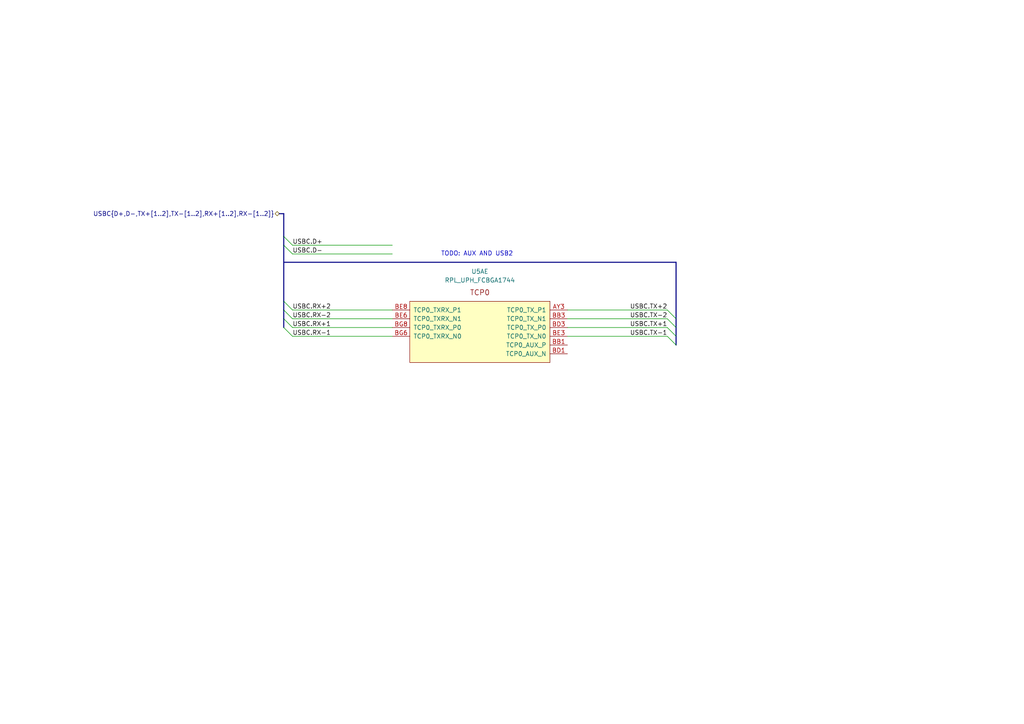
<source format=kicad_sch>
(kicad_sch (version 20230121) (generator eeschema)
  (paper "A4")
  (lib_symbols
    (symbol "local:RPL_UPH_FCBGA1744" (pin_names (offset 1.016))
      (property "Reference" "U" (at 1.27 19.05 0))
      (property "Value" "RPL_UPH_FCBGA1744" (at 1.27 16.51 0))
      (symbol "RPL_UPH_FCBGA1744_1_1"
        (text "CAMERA" (at 0 2.54 0) (effects (font (size 1.524 1.524))))
        (pin input line (at 25.4 -20.32 180) (length 5.08) (name "CSI_A_DN[1]/CSI_B_DN[2]") (number "A36"))
        (pin input line (at 25.4 -10.16 180) (length 5.08) (name "CSI_B_DN[0]") (number "A38"))
        (pin unspecified line (at -25.4 -2.54 0) (length 5.08) (name "CSI_RCOMP") (number "A55"))
        (pin input line (at 25.4 -5.08 180) (length 5.08) (name "CSI_B_DN[1]") (number "AA41"))
        (pin input line (at -25.4 -10.16 0) (length 5.08) (name "CSI_D_DN[1]/CSI_C_DN[2]") (number "AB41"))
        (pin input line (at -25.4 -7.62 0) (length 5.08) (name "CSI_D_DP[1]/CSI_C_DP[2]") (number "AD41"))
        (pin input line (at -25.4 -15.24 0) (length 5.08) (name "CSI_D_DN[0]/CSI_C_DN[3]") (number "AF41"))
        (pin input line (at -25.4 -12.7 0) (length 5.08) (name "CSI_D_DP[0]/CSI_C_DP[3]") (number "AG41"))
        (pin unspecified line (at -25.4 -5.08 0) (length 5.08) (name "CSI_RCOMP") (number "B54"))
        (pin input line (at 25.4 -17.78 180) (length 5.08) (name "CSI_A_DP[1]/CSI_B_DP[2]") (number "C36"))
        (pin input line (at 25.4 -7.62 180) (length 5.08) (name "CSI_B_DP[0]") (number "C38"))
        (pin input line (at 25.4 -25.4 180) (length 5.08) (name "CSI_A_DN[0]/CSI_B_DN[3]") (number "E37"))
        (pin input line (at 25.4 -27.94 180) (length 5.08) (name "CSI_A_CLK_P") (number "F36"))
        (pin input line (at 25.4 -15.24 180) (length 5.08) (name "CSI_B_CLK_N") (number "F39"))
        (pin input line (at 25.4 -30.48 180) (length 5.08) (name "CSI_A_CLK_N") (number "G36"))
        (pin input line (at 25.4 -22.86 180) (length 5.08) (name "CSI_A_DP[0]/CSI_B_DP[3]") (number "G37"))
        (pin input line (at 25.4 -12.7 180) (length 5.08) (name "CSI_B_CLK_P") (number "G39"))
        (pin input line (at -25.4 -17.78 0) (length 5.08) (name "CSI_D_CLK_P") (number "J41"))
        (pin input line (at -25.4 -33.02 0) (length 5.08) (name "CSI_C_CLK_P") (number "J44"))
        (pin input line (at -25.4 -35.56 0) (length 5.08) (name "CSI_C_CLK_N") (number "K44"))
        (pin input line (at -25.4 -20.32 0) (length 5.08) (name "CSI_D_CLK_N") (number "L41"))
        (pin input line (at -25.4 -25.4 0) (length 5.08) (name "CSI_C_DN[1]") (number "M44"))
        (pin input line (at -25.4 -30.48 0) (length 5.08) (name "CSI_C_DN[0]") (number "P41"))
        (pin input line (at -25.4 -22.86 0) (length 5.08) (name "CSI_C_DP[1]") (number "P44"))
        (pin input line (at -25.4 -27.94 0) (length 5.08) (name "CSI_C_DP[0]") (number "T41"))
        (pin input line (at 25.4 -2.54 180) (length 5.08) (name "CSI_B_DP[1]") (number "W41"))
      )
      (symbol "RPL_UPH_FCBGA1744_2_1"
        (text "CFG" (at 0 2.54 0) (effects (font (size 1.524 1.524))))
        (pin bidirectional line (at 25.4 -17.78 180) (length 5.08) (name "CFG[2]") (number "AA12"))
        (pin bidirectional line (at 25.4 -22.86 180) (length 5.08) (name "CFG[0]") (number "AA16"))
        (pin bidirectional line (at 25.4 -15.24 180) (length 5.08) (name "CFG[3]") (number "AC12"))
        (pin bidirectional line (at 25.4 -12.7 180) (length 5.08) (name "CFG[4]") (number "AD11"))
        (pin bidirectional line (at 25.4 -20.32 180) (length 5.08) (name "CFG[1]") (number "AD16"))
        (pin bidirectional line (at -25.4 -5.08 0) (length 5.08) (name "CFG[16]") (number "AF17"))
        (pin bidirectional line (at -25.4 -20.32 0) (length 5.08) (name "CFG[10]") (number "AF20"))
        (pin bidirectional line (at -25.4 -2.54 0) (length 5.08) (name "CFG[17]") (number "AF22"))
        (pin bidirectional line (at -25.4 -12.7 0) (length 5.08) (name "CFG[13]") (number "AF35"))
        (pin bidirectional line (at -25.4 -7.62 0) (length 5.08) (name "CFG[15]") (number "AF37"))
        (pin bidirectional line (at 25.4 -10.16 180) (length 5.08) (name "CFG[5]") (number "AG15"))
        (pin bidirectional line (at 25.4 -7.62 180) (length 5.08) (name "CFG[6]") (number "AH17"))
        (pin bidirectional line (at -25.4 -22.86 0) (length 5.08) (name "CFG[9]") (number "AH22"))
        (pin bidirectional line (at -25.4 -17.78 0) (length 5.08) (name "CFG[11]") (number "AH25"))
        (pin bidirectional line (at -25.4 -10.16 0) (length 5.08) (name "CFG[14]") (number "AH35"))
        (pin bidirectional line (at -25.4 -15.24 0) (length 5.08) (name "CFG[12]") (number "AH37"))
        (pin bidirectional line (at 25.4 -5.08 180) (length 5.08) (name "CFG[7]") (number "AJ15"))
        (pin bidirectional line (at 25.4 -2.54 180) (length 5.08) (name "CFG[8]") (number "AK17"))
        (pin unspecified line (at 25.4 -25.4 180) (length 5.08) (name "CFG_RCOMP") (number "F8"))
      )
      (symbol "RPL_UPH_FCBGA1744_3_1"
        (text "CNVI" (at 0 2.54 0) (effects (font (size 1.524 1.524))))
        (pin output line (at 25.4 -10.16 180) (length 5.08) (name "GPP_F5/MODEM_CLKREQ/CRF_XTAL_CLKREQ") (number "EF36"))
        (pin output line (at 25.4 -22.86 180) (length 5.08) (name "GPP_F0/CNV_BRI_DT/UART2_RTS#") (number "EH33"))
        (pin input line (at 25.4 -7.62 180) (length 5.08) (name "GPP_F6/CNV_PA_BLANKING") (number "EH36"))
        (pin input line (at 25.4 -20.32 180) (length 5.08) (name "GPP_F1/CNV_BRI_RSP/UART2_RXD") (number "EK33"))
        (pin input line (at 25.4 -5.08 180) (length 5.08) (name "GPP_H8/I2C4_SDA/CNV_MFUART2_RXD") (number "EL43"))
        (pin output line (at 25.4 -17.78 180) (length 5.08) (name "GPP_F2/CNV_RGI_DT/UART2_TXD") (number "EN31"))
        (pin input line (at 25.4 -2.54 180) (length 5.08) (name "GPP_H9/I2C4_SCL/CNV_MFUART2_TXD") (number "EN43"))
        (pin input line (at 25.4 -15.24 180) (length 5.08) (name "GPP_F3/CNV_RGI_RSP/UART2_CTS#") (number "ER31"))
        (pin output line (at 25.4 -12.7 180) (length 5.08) (name "GPP_F4/CNV_RF_RESET#") (number "ET31"))
        (pin input line (at -25.4 -20.32 0) (length 5.08) (name "CNV_WR_D1P") (number "EV40"))
        (pin output line (at -25.4 -7.62 0) (length 5.08) (name "CNV_WT_D0P") (number "EV43"))
        (pin output line (at -25.4 -12.7 0) (length 5.08) (name "CNV_WT_CLKP") (number "EV47"))
        (pin input line (at -25.4 -25.4 0) (length 5.08) (name "CNV_WR_D0P") (number "EW42"))
        (pin input line (at -25.4 -22.86 0) (length 5.08) (name "CNV_WR_D1N") (number "EY40"))
        (pin input line (at -25.4 -27.94 0) (length 5.08) (name "CNV_WR_D0N") (number "EY42"))
        (pin output line (at -25.4 -10.16 0) (length 5.08) (name "CNV_WT_D0N") (number "EY43"))
        (pin output line (at -25.4 -15.24 0) (length 5.08) (name "CNV_WT_CLKN") (number "EY47"))
        (pin input line (at -25.4 -30.48 0) (length 5.08) (name "CNV_WR_CLKP") (number "FA43"))
        (pin output line (at -25.4 -5.08 0) (length 5.08) (name "CNV_WT_D1N") (number "FA46"))
        (pin unspecified line (at -25.4 -17.78 0) (length 5.08) (name "CNV_WT_RCOMP") (number "FC40"))
        (pin input line (at -25.4 -33.02 0) (length 5.08) (name "CNV_WR_CLKN") (number "FC43"))
        (pin output line (at -25.4 -2.54 0) (length 5.08) (name "CNV_WT_D1P") (number "FC46"))
      )
      (symbol "RPL_UPH_FCBGA1744_4_1"
        (text "DDR_A" (at 0 2.54 0) (effects (font (size 1.524 1.524))))
        (pin bidirectional line (at -25.4 -5.08 0) (length 5.08) (name "DDR1_DQ[3][6]") (number "BJ47"))
        (pin bidirectional line (at -25.4 -2.54 0) (length 5.08) (name "DDR1_DQ[3][7]") (number "BJ50"))
        (pin bidirectional line (at -25.4 -10.16 0) (length 5.08) (name "DDR1_DQ[3][4]") (number "BK53"))
        (pin bidirectional line (at -25.4 -86.36 0) (length 5.08) (name "DDR1_DQ[1][6]") (number "BK57"))
        (pin bidirectional line (at -25.4 -91.44 0) (length 5.08) (name "DDR1_DQ[1][4]") (number "BK60"))
        (pin bidirectional line (at -25.4 -7.62 0) (length 5.08) (name "DDR1_DQ[3][5]") (number "BL48"))
        (pin bidirectional line (at 25.4 -22.86 180) (length 5.08) (name "DDR1_DQSN[3]") (number "BL51"))
        (pin bidirectional line (at -25.4 -88.9 0) (length 5.08) (name "DDR1_DQ[1][5]") (number "BL56"))
        (pin bidirectional line (at -25.4 -83.82 0) (length 5.08) (name "DDR1_DQ[1][7]") (number "BL58"))
        (pin bidirectional line (at 25.4 -12.7 180) (length 5.08) (name "DDR1_DQSP[1]") (number "BL61"))
        (pin bidirectional line (at -25.4 -15.24 0) (length 5.08) (name "DDR1_DQ[3][2]") (number "BN48"))
        (pin bidirectional line (at 25.4 -2.54 180) (length 5.08) (name "DDR1_DQSP[3]") (number "BN51"))
        (pin bidirectional line (at -25.4 -96.52 0) (length 5.08) (name "DDR1_DQ[1][2]") (number "BN56"))
        (pin bidirectional line (at -25.4 -101.6 0) (length 5.08) (name "DDR1_DQ[1][0]") (number "BN58"))
        (pin bidirectional line (at 25.4 -33.02 180) (length 5.08) (name "DDR1_DQSN[1]") (number "BN61"))
        (pin bidirectional line (at -25.4 -17.78 0) (length 5.08) (name "DDR1_DQ[3][1]") (number "BP47"))
        (pin bidirectional line (at -25.4 -20.32 0) (length 5.08) (name "DDR1_DQ[3][0]") (number "BP50"))
        (pin bidirectional line (at -25.4 -12.7 0) (length 5.08) (name "DDR1_DQ[3][3]") (number "BP53"))
        (pin bidirectional line (at -25.4 -99.06 0) (length 5.08) (name "DDR1_DQ[1][1]") (number "BP57"))
        (pin bidirectional line (at -25.4 -93.98 0) (length 5.08) (name "DDR1_DQ[1][3]") (number "BP60"))
        (pin bidirectional line (at -25.4 -25.4 0) (length 5.08) (name "DDR1_DQ[2][6]") (number "BT47"))
        (pin bidirectional line (at -25.4 -22.86 0) (length 5.08) (name "DDR1_DQ[2][7]") (number "BT50"))
        (pin bidirectional line (at -25.4 -30.48 0) (length 5.08) (name "DDR1_DQ[2][4]") (number "BT53"))
        (pin bidirectional line (at -25.4 -106.68 0) (length 5.08) (name "DDR1_DQ[0][6]") (number "BT57"))
        (pin bidirectional line (at -25.4 -111.76 0) (length 5.08) (name "DDR1_DQ[0][4]") (number "BT60"))
        (pin bidirectional line (at -25.4 -27.94 0) (length 5.08) (name "DDR1_DQ[2][5]") (number "BU48"))
        (pin bidirectional line (at 25.4 -25.4 180) (length 5.08) (name "DDR1_DQSN[2]") (number "BU51"))
        (pin bidirectional line (at -25.4 -109.22 0) (length 5.08) (name "DDR1_DQ[0][5]") (number "BU56"))
        (pin bidirectional line (at -25.4 -104.14 0) (length 5.08) (name "DDR1_DQ[0][7]") (number "BU58"))
        (pin bidirectional line (at 25.4 -15.24 180) (length 5.08) (name "DDR1_DQSP[0]") (number "BU61"))
        (pin bidirectional line (at -25.4 -35.56 0) (length 5.08) (name "DDR1_DQ[2][2]") (number "BW48"))
        (pin bidirectional line (at 25.4 -5.08 180) (length 5.08) (name "DDR1_DQSP[2]") (number "BW51"))
        (pin bidirectional line (at -25.4 -116.84 0) (length 5.08) (name "DDR1_DQ[0][2]") (number "BW56"))
        (pin bidirectional line (at -25.4 -121.92 0) (length 5.08) (name "DDR1_DQ[0][0]") (number "BW58"))
        (pin bidirectional line (at 25.4 -35.56 180) (length 5.08) (name "DDR1_DQSN[0]") (number "BW61"))
        (pin bidirectional line (at -25.4 -40.64 0) (length 5.08) (name "DDR1_DQ[2][0]") (number "BY50"))
        (pin bidirectional line (at -25.4 -33.02 0) (length 5.08) (name "DDR1_DQ[2][3]") (number "BY53"))
        (pin bidirectional line (at -25.4 -119.38 0) (length 5.08) (name "DDR1_DQ[0][1]") (number "BY57"))
        (pin bidirectional line (at -25.4 -114.3 0) (length 5.08) (name "DDR1_DQ[0][3]") (number "BY60"))
        (pin bidirectional line (at -25.4 -38.1 0) (length 5.08) (name "DDR1_DQ[2][1]") (number "CA47"))
        (pin output line (at 25.4 -45.72 180) (length 5.08) (name "DDR1_CS[0]") (number "CC47"))
        (pin output line (at 25.4 -88.9 180) (length 5.08) (name "DDR1_CA[1]") (number "CC50"))
        (pin output line (at 25.4 -43.18 180) (length 5.08) (name "DDR1_CS[1]") (number "CC53"))
        (pin output line (at 25.4 -124.46 180) (length 5.08) (name "DDR1_CLK_N[1]") (number "CD48"))
        (pin output line (at 25.4 -119.38 180) (length 5.08) (name "DDR1_CLK_P[1]") (number "CD49"))
        (pin output line (at 25.4 -48.26 180) (length 5.08) (name "DDR1_CA[0]") (number "CE53"))
        (pin output line (at 25.4 -129.54 180) (length 5.08) (name "DDR1_CA[4]") (number "CE60"))
        (pin output line (at 25.4 -53.34 180) (length 5.08) (name "DDR1_CA[2]") (number "CF56"))
        (pin output line (at 25.4 -58.42 180) (length 5.08) (name "DDR1_CLK_N[0]") (number "CF61"))
        (pin output line (at 25.4 -50.8 180) (length 5.08) (name "DDR1_CA[6]") (number "CH46"))
        (pin output line (at 25.4 -71.12 180) (length 5.08) (name "DDR1_CA[3]") (number "CH48"))
        (pin output line (at 25.4 -101.6 180) (length 5.08) (name "DDR1_CA[12]") (number "CH56"))
        (pin output line (at 25.4 -78.74 180) (length 5.08) (name "DDR1_CA[7]") (number "CH58"))
        (pin output line (at 25.4 -55.88 180) (length 5.08) (name "DDR1_CLK_P[0]") (number "CH61"))
        (pin output line (at 25.4 -111.76 180) (length 5.08) (name "DDR1_CA[5]") (number "CJ50"))
        (pin output line (at 25.4 -134.62 180) (length 5.08) (name "DDR1_CA[10]") (number "CJ53"))
        (pin output line (at 25.4 -137.16 180) (length 5.08) (name "DDR1_CA[9]") (number "CJ57"))
        (pin output line (at 25.4 -104.14 180) (length 5.08) (name "DDR1_CA[11]") (number "CJ60"))
        (pin output line (at 25.4 -106.68 180) (length 5.08) (name "DDR1_CA[8]") (number "CK47"))
        (pin output line (at 25.4 -132.08 180) (length 5.08) (name "DDR0_CA[10]") (number "CM47"))
        (pin output line (at 25.4 -76.2 180) (length 5.08) (name "DDR0_CA[6]") (number "CM50"))
        (pin output line (at 25.4 -91.44 180) (length 5.08) (name "DDR0_CA[8]") (number "CM53"))
        (pin output line (at 25.4 -63.5 180) (length 5.08) (name "DDR0_CLK_N[1]") (number "CN48"))
        (pin output line (at 25.4 -60.96 180) (length 5.08) (name "DDR0_CLK_P[1]") (number "CN49"))
        (pin output line (at 25.4 -96.52 180) (length 5.08) (name "DDR0_CA[11]") (number "CP53"))
        (pin output line (at 25.4 -81.28 180) (length 5.08) (name "DDR0_CA[9]") (number "CP60"))
        (pin output line (at 25.4 -83.82 180) (length 5.08) (name "DDR0_CA[12]") (number "CR56"))
        (pin output line (at 25.4 -127 180) (length 5.08) (name "DDR0_CLK_N[0]") (number "CR61"))
        (pin output line (at 25.4 -93.98 180) (length 5.08) (name "DDR0_CA[7]") (number "CT46"))
        (pin output line (at 25.4 -99.06 180) (length 5.08) (name "DDR0_CA[5]") (number "CU48"))
        (pin output line (at 25.4 -68.58 180) (length 5.08) (name "DDR0_CA[1]") (number "CU56"))
        (pin output line (at 25.4 -66.04 180) (length 5.08) (name "DDR0_CA[0]") (number "CU58"))
        (pin output line (at 25.4 -121.92 180) (length 5.08) (name "DDR0_CLK_P[0]") (number "CU61"))
        (pin output line (at 25.4 -116.84 180) (length 5.08) (name "DDR0_CA[4]") (number "CV50"))
        (pin output line (at 25.4 -73.66 180) (length 5.08) (name "DDR0_CA[3]") (number "CV53"))
        (pin output line (at 25.4 -109.22 180) (length 5.08) (name "DDR0_CS[0]") (number "CV57"))
        (pin output line (at 25.4 -86.36 180) (length 5.08) (name "DDR0_CS[1]") (number "CV60"))
        (pin output line (at 25.4 -114.3 180) (length 5.08) (name "DDR0_CA[2]") (number "CW47"))
        (pin bidirectional line (at -25.4 -45.72 0) (length 5.08) (name "DDR0_DQ[3][6]") (number "CY47"))
        (pin bidirectional line (at -25.4 -43.18 0) (length 5.08) (name "DDR0_DQ[3][7]") (number "CY50"))
        (pin bidirectional line (at -25.4 -127 0) (length 5.08) (name "DDR0_DQ[1][6]") (number "CY57"))
        (pin bidirectional line (at -25.4 -132.08 0) (length 5.08) (name "DDR0_DQ[1][4]") (number "CY60"))
        (pin bidirectional line (at -25.4 -50.8 0) (length 5.08) (name "DDR0_DQ[3][4]") (number "DA53"))
        (pin bidirectional line (at -25.4 -124.46 0) (length 5.08) (name "DDR0_DQ[1][7]") (number "DA58"))
        (pin bidirectional line (at -25.4 -48.26 0) (length 5.08) (name "DDR0_DQ[3][5]") (number "DB48"))
        (pin bidirectional line (at 25.4 -27.94 180) (length 5.08) (name "DDR0_DQSN[3]") (number "DB51"))
        (pin bidirectional line (at -25.4 -129.54 0) (length 5.08) (name "DDR0_DQ[1][5]") (number "DB56"))
        (pin bidirectional line (at 25.4 -17.78 180) (length 5.08) (name "DDR0_DQSP[1]") (number "DB61"))
        (pin bidirectional line (at -25.4 -55.88 0) (length 5.08) (name "DDR0_DQ[3][2]") (number "DC48"))
        (pin bidirectional line (at 25.4 -7.62 180) (length 5.08) (name "DDR0_DQSP[3]") (number "DC51"))
        (pin bidirectional line (at 25.4 -38.1 180) (length 5.08) (name "DDR0_DQSN[1]") (number "DC61"))
        (pin bidirectional line (at -25.4 -137.16 0) (length 5.08) (name "DDR0_DQ[1][2]") (number "DD56"))
        (pin bidirectional line (at -25.4 -142.24 0) (length 5.08) (name "DDR0_DQ[1][0]") (number "DD58"))
        (pin bidirectional line (at -25.4 -58.42 0) (length 5.08) (name "DDR0_DQ[3][1]") (number "DE47"))
        (pin bidirectional line (at -25.4 -60.96 0) (length 5.08) (name "DDR0_DQ[3][0]") (number "DE50"))
        (pin bidirectional line (at -25.4 -53.34 0) (length 5.08) (name "DDR0_DQ[3][3]") (number "DE53"))
        (pin bidirectional line (at -25.4 -139.7 0) (length 5.08) (name "DDR0_DQ[1][1]") (number "DE57"))
        (pin bidirectional line (at -25.4 -134.62 0) (length 5.08) (name "DDR0_DQ[1][3]") (number "DE60"))
        (pin bidirectional line (at -25.4 -66.04 0) (length 5.08) (name "DDR0_DQ[2][6]") (number "DG47"))
        (pin bidirectional line (at -25.4 -63.5 0) (length 5.08) (name "DDR0_DQ[2][7]") (number "DG50"))
        (pin bidirectional line (at -25.4 -71.12 0) (length 5.08) (name "DDR0_DQ[2][4]") (number "DG53"))
        (pin bidirectional line (at -25.4 -147.32 0) (length 5.08) (name "DDR0_DQ[0][6]") (number "DG57"))
        (pin bidirectional line (at -25.4 -152.4 0) (length 5.08) (name "DDR0_DQ[0][4]") (number "DG60"))
        (pin bidirectional line (at -25.4 -68.58 0) (length 5.08) (name "DDR0_DQ[2][5]") (number "DH48"))
        (pin bidirectional line (at 25.4 -30.48 180) (length 5.08) (name "DDR0_DQSN[2]") (number "DH51"))
        (pin bidirectional line (at -25.4 -149.86 0) (length 5.08) (name "DDR0_DQ[0][5]") (number "DH56"))
        (pin bidirectional line (at -25.4 -144.78 0) (length 5.08) (name "DDR0_DQ[0][7]") (number "DH58"))
        (pin bidirectional line (at 25.4 -20.32 180) (length 5.08) (name "DDR0_DQSP[0]") (number "DH61"))
        (pin bidirectional line (at -25.4 -76.2 0) (length 5.08) (name "DDR0_DQ[2][2]") (number "DK48"))
        (pin bidirectional line (at 25.4 -10.16 180) (length 5.08) (name "DDR0_DQSP[2]") (number "DK51"))
        (pin bidirectional line (at -25.4 -157.48 0) (length 5.08) (name "DDR0_DQ[0][2]") (number "DK56"))
        (pin bidirectional line (at -25.4 -162.56 0) (length 5.08) (name "DDR0_DQ[0][0]") (number "DK58"))
        (pin bidirectional line (at 25.4 -40.64 180) (length 5.08) (name "DDR0_DQSN[0]") (number "DK61"))
        (pin bidirectional line (at -25.4 -81.28 0) (length 5.08) (name "DDR0_DQ[2][0]") (number "DL50"))
        (pin bidirectional line (at -25.4 -73.66 0) (length 5.08) (name "DDR0_DQ[2][3]") (number "DL53"))
        (pin bidirectional line (at -25.4 -160.02 0) (length 5.08) (name "DDR0_DQ[0][1]") (number "DL57"))
        (pin bidirectional line (at -25.4 -154.94 0) (length 5.08) (name "DDR0_DQ[0][3]") (number "DL60"))
        (pin bidirectional line (at -25.4 -78.74 0) (length 5.08) (name "DDR0_DQ[2][1]") (number "DM47"))
      )
      (symbol "RPL_UPH_FCBGA1744_5_1"
        (text "DDR_B" (at 0 2.54 0) (effects (font (size 1.524 1.524))))
        (pin bidirectional line (at 25.4 -12.7 180) (length 5.08) (name "DDR3_DQSP[1]") (number "A43"))
        (pin bidirectional line (at 25.4 -33.02 180) (length 5.08) (name "DDR3_DQSN[1]") (number "A44"))
        (pin bidirectional line (at 25.4 -15.24 180) (length 5.08) (name "DDR3_DQSP[0]") (number "A49"))
        (pin bidirectional line (at 25.4 -35.56 180) (length 5.08) (name "DDR3_DQSN[0]") (number "A51"))
        (pin output line (at 25.4 -50.8 180) (length 5.08) (name "DDR3_CA[6]") (number "AA46"))
        (pin output line (at 25.4 -71.12 180) (length 5.08) (name "DDR3_CA[3]") (number "AA48"))
        (pin output line (at 25.4 -104.14 180) (length 5.08) (name "DDR3_CA[12]") (number "AB56"))
        (pin output line (at 25.4 -101.6 180) (length 5.08) (name "DDR3_CA[7]") (number "AB58"))
        (pin output line (at 25.4 -55.88 180) (length 5.08) (name "DDR3_CLK_P[0]") (number "AB61"))
        (pin output line (at 25.4 -106.68 180) (length 5.08) (name "DDR3_CA[8]") (number "AC47"))
        (pin output line (at 25.4 -111.76 180) (length 5.08) (name "DDR3_CA[5]") (number "AC50"))
        (pin output line (at 25.4 -134.62 180) (length 5.08) (name "DDR3_CA[10]") (number "AC53"))
        (pin output line (at 25.4 -137.16 180) (length 5.08) (name "DDR3_CA[9]") (number "AC57"))
        (pin output line (at 25.4 -78.74 180) (length 5.08) (name "DDR3_CA[11]") (number "AC60"))
        (pin output line (at 25.4 -132.08 180) (length 5.08) (name "DDR2_CA[10]") (number "AE47"))
        (pin output line (at 25.4 -76.2 180) (length 5.08) (name "DDR2_CA[6]") (number "AE50"))
        (pin output line (at 25.4 -91.44 180) (length 5.08) (name "DDR2_CA[8]") (number "AE53"))
        (pin output line (at 25.4 -63.5 180) (length 5.08) (name "DDR2_CLK_N[1]") (number "AG48"))
        (pin output line (at 25.4 -60.96 180) (length 5.08) (name "DDR2_CLK_P[1]") (number "AG49"))
        (pin output line (at 25.4 -96.52 180) (length 5.08) (name "DDR2_CA[11]") (number "AH53"))
        (pin output line (at 25.4 -81.28 180) (length 5.08) (name "DDR2_CA[9]") (number "AH60"))
        (pin output line (at 25.4 -83.82 180) (length 5.08) (name "DDR2_CA[12]") (number "AJ56"))
        (pin output line (at 25.4 -127 180) (length 5.08) (name "DDR2_CLK_N[0]") (number "AJ61"))
        (pin output line (at 25.4 -93.98 180) (length 5.08) (name "DDR2_CA[7]") (number "AK46"))
        (pin output line (at 25.4 -99.06 180) (length 5.08) (name "DDR2_CA[5]") (number "AK48"))
        (pin output line (at 25.4 -66.04 180) (length 5.08) (name "DDR2_CA[1]") (number "AL56"))
        (pin output line (at 25.4 -68.58 180) (length 5.08) (name "DDR2_CA[0]") (number "AL58"))
        (pin output line (at 25.4 -121.92 180) (length 5.08) (name "DDR2_CLK_P[0]") (number "AL61"))
        (pin output line (at 25.4 -114.3 180) (length 5.08) (name "DDR2_CA[2]") (number "AM47"))
        (pin output line (at 25.4 -116.84 180) (length 5.08) (name "DDR2_CA[4]") (number "AM50"))
        (pin output line (at 25.4 -73.66 180) (length 5.08) (name "DDR2_CA[3]") (number "AM53"))
        (pin output line (at 25.4 -86.36 180) (length 5.08) (name "DDR2_CS[1]") (number "AM57"))
        (pin output line (at 25.4 -109.22 180) (length 5.08) (name "DDR2_CS[0]") (number "AM60"))
        (pin bidirectional line (at -25.4 -45.72 0) (length 5.08) (name "DDR2_DQ[3][6]") (number "AP47"))
        (pin bidirectional line (at -25.4 -43.18 0) (length 5.08) (name "DDR2_DQ[3][7]") (number "AP50"))
        (pin bidirectional line (at -25.4 -50.8 0) (length 5.08) (name "DDR2_DQ[3][4]") (number "AP53"))
        (pin bidirectional line (at -25.4 -127 0) (length 5.08) (name "DDR2_DQ[1][6]") (number "AP57"))
        (pin bidirectional line (at -25.4 -132.08 0) (length 5.08) (name "DDR2_DQ[1][4]") (number "AP60"))
        (pin bidirectional line (at -25.4 -48.26 0) (length 5.08) (name "DDR2_DQ[3][5]") (number "AR48"))
        (pin bidirectional line (at 25.4 -27.94 180) (length 5.08) (name "DDR2_DQSN[3]") (number "AR51"))
        (pin bidirectional line (at -25.4 -129.54 0) (length 5.08) (name "DDR2_DQ[1][5]") (number "AR56"))
        (pin bidirectional line (at -25.4 -124.46 0) (length 5.08) (name "DDR2_DQ[1][7]") (number "AR58"))
        (pin bidirectional line (at 25.4 -17.78 180) (length 5.08) (name "DDR2_DQSP[1]") (number "AR61"))
        (pin bidirectional line (at -25.4 -55.88 0) (length 5.08) (name "DDR2_DQ[3][2]") (number "AU48"))
        (pin bidirectional line (at 25.4 -7.62 180) (length 5.08) (name "DDR2_DQSP[3]") (number "AU51"))
        (pin bidirectional line (at -25.4 -137.16 0) (length 5.08) (name "DDR2_DQ[1][2]") (number "AU56"))
        (pin bidirectional line (at -25.4 -142.24 0) (length 5.08) (name "DDR2_DQ[1][0]") (number "AU58"))
        (pin bidirectional line (at 25.4 -38.1 180) (length 5.08) (name "DDR2_DQSN[1]") (number "AU61"))
        (pin bidirectional line (at -25.4 -60.96 0) (length 5.08) (name "DDR2_DQ[3][0]") (number "AV50"))
        (pin bidirectional line (at -25.4 -53.34 0) (length 5.08) (name "DDR2_DQ[3][3]") (number "AV53"))
        (pin bidirectional line (at -25.4 -139.7 0) (length 5.08) (name "DDR2_DQ[1][1]") (number "AV57"))
        (pin bidirectional line (at -25.4 -134.62 0) (length 5.08) (name "DDR2_DQ[1][3]") (number "AV60"))
        (pin bidirectional line (at -25.4 -58.42 0) (length 5.08) (name "DDR2_DQ[3][1]") (number "AW47"))
        (pin bidirectional line (at -25.4 -66.04 0) (length 5.08) (name "DDR2_DQ[2][6]") (number "AY47"))
        (pin bidirectional line (at -25.4 -91.44 0) (length 5.08) (name "DDR3_DQ[1][4]") (number "B41"))
        (pin bidirectional line (at -25.4 -93.98 0) (length 5.08) (name "DDR3_DQ[1][3]") (number "B46"))
        (pin bidirectional line (at -25.4 -111.76 0) (length 5.08) (name "DDR3_DQ[0][4]") (number "B48"))
        (pin bidirectional line (at -25.4 -114.3 0) (length 5.08) (name "DDR3_DQ[0][3]") (number "B52"))
        (pin bidirectional line (at -25.4 -63.5 0) (length 5.08) (name "DDR2_DQ[2][7]") (number "BA50"))
        (pin bidirectional line (at -25.4 -71.12 0) (length 5.08) (name "DDR2_DQ[2][4]") (number "BA53"))
        (pin bidirectional line (at -25.4 -147.32 0) (length 5.08) (name "DDR2_DQ[0][6]") (number "BA57"))
        (pin bidirectional line (at -25.4 -152.4 0) (length 5.08) (name "DDR2_DQ[0][4]") (number "BA60"))
        (pin bidirectional line (at -25.4 -68.58 0) (length 5.08) (name "DDR2_DQ[2][5]") (number "BB48"))
        (pin bidirectional line (at 25.4 -30.48 180) (length 5.08) (name "DDR2_DQSN[2]") (number "BB51"))
        (pin bidirectional line (at -25.4 -149.86 0) (length 5.08) (name "DDR2_DQ[0][5]") (number "BB56"))
        (pin bidirectional line (at -25.4 -144.78 0) (length 5.08) (name "DDR2_DQ[0][7]") (number "BB58"))
        (pin bidirectional line (at 25.4 -20.32 180) (length 5.08) (name "DDR2_DQSP[0]") (number "BB61"))
        (pin bidirectional line (at -25.4 -76.2 0) (length 5.08) (name "DDR2_DQ[2][2]") (number "BD48"))
        (pin bidirectional line (at 25.4 -10.16 180) (length 5.08) (name "DDR2_DQSP[2]") (number "BD51"))
        (pin bidirectional line (at -25.4 -157.48 0) (length 5.08) (name "DDR2_DQ[0][2]") (number "BD56"))
        (pin bidirectional line (at -25.4 -162.56 0) (length 5.08) (name "DDR2_DQ[0][0]") (number "BD58"))
        (pin bidirectional line (at 25.4 -40.64 180) (length 5.08) (name "DDR2_DQSN[0]") (number "BD61"))
        (pin bidirectional line (at -25.4 -78.74 0) (length 5.08) (name "DDR2_DQ[2][1]") (number "BE47"))
        (pin bidirectional line (at -25.4 -81.28 0) (length 5.08) (name "DDR2_DQ[2][0]") (number "BE50"))
        (pin bidirectional line (at -25.4 -73.66 0) (length 5.08) (name "DDR2_DQ[2][3]") (number "BE53"))
        (pin bidirectional line (at -25.4 -160.02 0) (length 5.08) (name "DDR2_DQ[0][1]") (number "BE57"))
        (pin bidirectional line (at -25.4 -154.94 0) (length 5.08) (name "DDR2_DQ[0][3]") (number "BE60"))
        (pin bidirectional line (at -25.4 -86.36 0) (length 5.08) (name "DDR3_DQ[1][6]") (number "C42"))
        (pin bidirectional line (at -25.4 -101.6 0) (length 5.08) (name "DDR3_DQ[1][0]") (number "C45"))
        (pin bidirectional line (at -25.4 -104.14 0) (length 5.08) (name "DDR3_DQ[0][7]") (number "C49"))
        (pin bidirectional line (at -25.4 -121.92 0) (length 5.08) (name "DDR3_DQ[0][0]") (number "C51"))
        (pin bidirectional line (at -25.4 -83.82 0) (length 5.08) (name "DDR3_DQ[1][7]") (number "E41"))
        (pin bidirectional line (at -25.4 -99.06 0) (length 5.08) (name "DDR3_DQ[1][1]") (number "E46"))
        (pin bidirectional line (at -25.4 -106.68 0) (length 5.08) (name "DDR3_DQ[0][6]") (number "E48"))
        (pin bidirectional line (at -25.4 -119.38 0) (length 5.08) (name "DDR3_DQ[0][1]") (number "E52"))
        (pin bidirectional line (at -25.4 -88.9 0) (length 5.08) (name "DDR3_DQ[1][5]") (number "F43"))
        (pin bidirectional line (at -25.4 -96.52 0) (length 5.08) (name "DDR3_DQ[1][2]") (number "F44"))
        (pin bidirectional line (at -25.4 -109.22 0) (length 5.08) (name "DDR3_DQ[0][5]") (number "F49"))
        (pin bidirectional line (at -25.4 -116.84 0) (length 5.08) (name "DDR3_DQ[0][2]") (number "F51"))
        (pin bidirectional line (at -25.4 -7.62 0) (length 5.08) (name "DDR3_DQ[3][5]") (number "F54"))
        (pin bidirectional line (at -25.4 -5.08 0) (length 5.08) (name "DDR3_DQ[3][6]") (number "F58"))
        (pin bidirectional line (at -25.4 -12.7 0) (length 5.08) (name "DDR3_DQ[3][3]") (number "H56"))
        (pin bidirectional line (at -25.4 -2.54 0) (length 5.08) (name "DDR3_DQ[3][7]") (number "K50"))
        (pin bidirectional line (at -25.4 -15.24 0) (length 5.08) (name "DDR3_DQ[3][2]") (number "K53"))
        (pin bidirectional line (at -25.4 -25.4 0) (length 5.08) (name "DDR3_DQ[2][6]") (number "K57"))
        (pin bidirectional line (at -25.4 -30.48 0) (length 5.08) (name "DDR3_DQ[2][4]") (number "K60"))
        (pin bidirectional line (at -25.4 -10.16 0) (length 5.08) (name "DDR3_DQ[3][4]") (number "L48"))
        (pin bidirectional line (at 25.4 -22.86 180) (length 5.08) (name "DDR3_DQSN[3]") (number "L51"))
        (pin bidirectional line (at -25.4 -27.94 0) (length 5.08) (name "DDR3_DQ[2][5]") (number "L56"))
        (pin bidirectional line (at -25.4 -22.86 0) (length 5.08) (name "DDR3_DQ[2][7]") (number "L58"))
        (pin bidirectional line (at 25.4 -25.4 180) (length 5.08) (name "DDR3_DQSN[2]") (number "L61"))
        (pin bidirectional line (at 25.4 -2.54 180) (length 5.08) (name "DDR3_DQSP[3]") (number "N51"))
        (pin bidirectional line (at -25.4 -35.56 0) (length 5.08) (name "DDR3_DQ[2][2]") (number "N56"))
        (pin bidirectional line (at -25.4 -40.64 0) (length 5.08) (name "DDR3_DQ[2][0]") (number "N58"))
        (pin bidirectional line (at 25.4 -5.08 180) (length 5.08) (name "DDR3_DQSP[2]") (number "N61"))
        (pin bidirectional line (at -25.4 -17.78 0) (length 5.08) (name "DDR3_DQ[3][1]") (number "P50"))
        (pin bidirectional line (at -25.4 -20.32 0) (length 5.08) (name "DDR3_DQ[3][0]") (number "P53"))
        (pin bidirectional line (at -25.4 -38.1 0) (length 5.08) (name "DDR3_DQ[2][1]") (number "P57"))
        (pin bidirectional line (at -25.4 -33.02 0) (length 5.08) (name "DDR3_DQ[2][3]") (number "P60"))
        (pin output line (at 25.4 -45.72 180) (length 5.08) (name "DDR3_CS[0]") (number "T47"))
        (pin output line (at 25.4 -88.9 180) (length 5.08) (name "DDR3_CA[1]") (number "T50"))
        (pin output line (at 25.4 -43.18 180) (length 5.08) (name "DDR3_CS[1]") (number "T53"))
        (pin output line (at 25.4 -119.38 180) (length 5.08) (name "DDR3_CLK_P[1]") (number "V48"))
        (pin output line (at 25.4 -124.46 180) (length 5.08) (name "DDR3_CLK_N[1]") (number "V49"))
        (pin output line (at 25.4 -48.26 180) (length 5.08) (name "DDR3_CA[0]") (number "W53"))
        (pin output line (at 25.4 -129.54 180) (length 5.08) (name "DDR3_CA[4]") (number "W60"))
        (pin output line (at 25.4 -53.34 180) (length 5.08) (name "DDR3_CA[2]") (number "Y56"))
        (pin output line (at 25.4 -58.42 180) (length 5.08) (name "DDR3_CLK_N[0]") (number "Y61"))
      )
      (symbol "RPL_UPH_FCBGA1744_6_1"
        (text "DDR_MISC" (at 0 2.54 0) (effects (font (size 1.524 1.524))))
        (pin unspecified line (at 25.4 -15.24 180) (length 5.08) (name "DDR_COMP") (number "A56"))
        (pin output line (at -25.4 -5.08 0) (length 5.08) (name "NC") (number "AB51"))
        (pin output line (at -25.4 -43.18 0) (length 5.08) (name "NC") (number "AE55"))
        (pin output line (at -25.4 -48.26 0) (length 5.08) (name "NC") (number "AE60"))
        (pin output line (at -25.4 -45.72 0) (length 5.08) (name "NC") (number "AF57"))
        (pin output line (at -25.4 -17.78 0) (length 5.08) (name "NC") (number "AH57"))
        (pin output line (at -25.4 -12.7 0) (length 5.08) (name "NC") (number "AJ51"))
        (pin output line (at -25.4 -20.32 0) (length 5.08) (name "NC") (number "AJ58"))
        (pin output line (at -25.4 -15.24 0) (length 5.08) (name "NC") (number "AL51"))
        (pin unspecified line (at 25.4 -17.78 180) (length 5.08) (name "DDR_COMP") (number "B56"))
        (pin input line (at 25.4 -5.08 180) (length 5.08) (name "DDR0_ALERT#") (number "BF61"))
        (pin output line (at 25.4 -12.7 180) (length 5.08) (name "DDR_VTT_CTL") (number "BG50"))
        (pin output line (at 25.4 -7.62 180) (length 5.08) (name "DDR1_VREF_CA0") (number "BG55"))
        (pin input line (at 25.4 -2.54 180) (length 5.08) (name "DDR1_ALERT#") (number "BG57"))
        (pin output line (at 25.4 -10.16 180) (length 5.08) (name "DDR0_VREF_CA0") (number "BG60"))
        (pin output line (at -25.4 -66.04 0) (length 5.08) (name "NC") (number "CB55"))
        (pin output line (at -25.4 -71.12 0) (length 5.08) (name "NC") (number "CC57"))
        (pin output line (at -25.4 -68.58 0) (length 5.08) (name "NC") (number "CC60"))
        (pin output line (at -25.4 -30.48 0) (length 5.08) (name "NC") (number "CE57"))
        (pin output line (at -25.4 -25.4 0) (length 5.08) (name "NC") (number "CF51"))
        (pin output line (at -25.4 -27.94 0) (length 5.08) (name "NC") (number "CF58"))
        (pin output line (at -25.4 -22.86 0) (length 5.08) (name "NC") (number "CH51"))
        (pin output line (at -25.4 -58.42 0) (length 5.08) (name "NC") (number "CL55"))
        (pin output line (at -25.4 -60.96 0) (length 5.08) (name "NC") (number "CM57"))
        (pin output line (at -25.4 -63.5 0) (length 5.08) (name "NC") (number "CM60"))
        (pin output line (at -25.4 -38.1 0) (length 5.08) (name "NC") (number "CP57"))
        (pin output line (at -25.4 -35.56 0) (length 5.08) (name "NC") (number "CR51"))
        (pin output line (at -25.4 -40.64 0) (length 5.08) (name "NC") (number "CR58"))
        (pin output line (at -25.4 -33.02 0) (length 5.08) (name "NC") (number "CU51"))
        (pin output line (at 25.4 -20.32 180) (length 5.08) (name "DRAM_RESET#") (number "EE53"))
        (pin output line (at -25.4 -53.34 0) (length 5.08) (name "NC") (number "T55"))
        (pin output line (at -25.4 -50.8 0) (length 5.08) (name "NC") (number "T60"))
        (pin output line (at -25.4 -55.88 0) (length 5.08) (name "NC") (number "U57"))
        (pin output line (at -25.4 -10.16 0) (length 5.08) (name "NC") (number "W57"))
        (pin output line (at -25.4 -2.54 0) (length 5.08) (name "NC") (number "Y51"))
        (pin output line (at -25.4 -7.62 0) (length 5.08) (name "NC") (number "Y58"))
      )
      (symbol "RPL_UPH_FCBGA1744_7_1"
        (text "EDP" (at 0 2.54 0) (effects (font (size 1.524 1.524))))
        (pin output line (at -25.4 -7.62 0) (length 5.08) (name "DDIA_TXP[2]") (number "AA1"))
        (pin output line (at -25.4 -5.08 0) (length 5.08) (name "DDIA_TXN[3]") (number "AA3"))
        (pin output line (at -25.4 -10.16 0) (length 5.08) (name "DDIA_TXN[2]") (number "AB1"))
        (pin output line (at -25.4 -12.7 0) (length 5.08) (name "DDIA_TXP[1]") (number "AB3"))
        (pin output line (at -25.4 -20.32 0) (length 5.08) (name "DDIA_TXN[0]") (number "AD1"))
        (pin output line (at -25.4 -15.24 0) (length 5.08) (name "DDIA_TXN[1]") (number "AD3"))
        (pin output line (at -25.4 -17.78 0) (length 5.08) (name "DDIA_TXP[0]") (number "AF1"))
        (pin bidirectional line (at 25.4 -2.54 180) (length 5.08) (name "DDIA_AUXP") (number "AF3"))
        (pin bidirectional line (at 25.4 -5.08 180) (length 5.08) (name "DDIA_AUXN") (number "AG3"))
        (pin unspecified line (at 25.4 -15.24 180) (length 5.08) (name "DDIA_RCOMP") (number "AJ1"))
        (pin output line (at 25.4 -12.7 180) (length 5.08) (name "eDP_BKLTCTL") (number "EL21"))
        (pin output line (at 25.4 -10.16 180) (length 5.08) (name "eDP_BKLTEN") (number "EN21"))
        (pin output line (at 25.4 -7.62 180) (length 5.08) (name "GPP_E14/DDSP_HPDA/DISP_MISC_A") (number "EV25"))
        (pin output line (at -25.4 -2.54 0) (length 5.08) (name "DDIA_TXP[3]") (number "W3"))
      )
      (symbol "RPL_UPH_FCBGA1744_8_1"
        (text "ESPI" (at 0 2.54 0) (effects (font (size 1.524 1.524))))
        (pin output line (at -25.4 -15.24 0) (length 5.08) (name "GPP_A4/ESPI_CS0#") (number "DP44"))
        (pin output line (at -25.4 -12.7 0) (length 5.08) (name "GPP_A5/ESPI_ALERT0#") (number "DP47"))
        (pin bidirectional line (at 25.4 -10.16 180) (length 5.08) (name "GPP_A0/ESPI_IO0") (number "DP51"))
        (pin bidirectional line (at 25.4 -2.54 180) (length 5.08) (name "GPP_A3/ESPI_IO3/SUSACK#") (number "DP52"))
        (pin output line (at -25.4 -10.16 0) (length 5.08) (name "GPP_A6/ESPI_ALERT1#") (number "DP54"))
        (pin bidirectional line (at 25.4 -7.62 180) (length 5.08) (name "GPP_A1/ESPI_IO1") (number "DT44"))
        (pin output line (at -25.4 -2.54 0) (length 5.08) (name "GPP_A23/ESPI_CS1#") (number "DT46"))
        (pin output line (at -25.4 -7.62 0) (length 5.08) (name "GPP_A9/ESPI_CLK") (number "DT49"))
        (pin output line (at -25.4 -5.08 0) (length 5.08) (name "GPP_A10/ESPI_RESET#") (number "DT51"))
        (pin bidirectional line (at 25.4 -5.08 180) (length 5.08) (name "GPP_A2/ESPI_IO2/SUSWARN#/SUSPWRDNACK") (number "DT54"))
      )
      (symbol "RPL_UPH_FCBGA1744_9_1"
        (text "GPD" (at 0 2.54 0) (effects (font (size 1.524 1.524))))
        (pin output line (at -25.4 -25.4 0) (length 5.08) (name "GPD10/SLP_S5#") (number "EG60"))
        (pin output line (at -25.4 -22.86 0) (length 5.08) (name "GPD11/LANPHYPC") (number "EJ56"))
        (pin output line (at -25.4 -2.54 0) (length 5.08) (name "GPD9/SLP_WLAN#") (number "EJ57"))
        (pin input line (at -25.4 -27.94 0) (length 5.08) (name "GPD1/ACPRESENT") (number "EJ59"))
        (pin output line (at -25.4 -5.08 0) (length 5.08) (name "GPD8/SUSCLK") (number "EJ61"))
        (pin output line (at -25.4 -7.62 0) (length 5.08) (name "GPD7") (number "EK60"))
        (pin input line (at -25.4 -30.48 0) (length 5.08) (name "GPD0/BATLOW#") (number "EM56"))
        (pin output line (at -25.4 -10.16 0) (length 5.08) (name "GPD6/SLP_A#") (number "EM57"))
        (pin output line (at -25.4 -15.24 0) (length 5.08) (name "GPD4/SLP_S3#") (number "EM59"))
        (pin input line (at -25.4 -17.78 0) (length 5.08) (name "GPD3/PWRBTN#") (number "EM61"))
        (pin output line (at -25.4 -12.7 0) (length 5.08) (name "GPD5/SLP_S4#") (number "EP56"))
        (pin input line (at -25.4 -20.32 0) (length 5.08) (name "GPD2/LAN_WAKE#") (number "EP58"))
      )
      (symbol "RPL_UPH_FCBGA1744_10_1"
        (text "GPP_A" (at 0 2.54 0) (effects (font (size 1.524 1.524))))
        (pin bidirectional line (at -25.4 -27.94 0) (length 5.08) (name "GPP_A13") (number "DV47"))
        (pin bidirectional line (at -25.4 -33.02 0) (length 5.08) (name "GPP_A11") (number "DV51"))
        (pin output line (at -25.4 -7.62 0) (length 5.08) (name "GPP_A22/DDPC_CTRLDATA") (number "DV52"))
        (pin input line (at -25.4 -10.16 0) (length 5.08) (name "GPP_A21/DDPC_CTRLCLK") (number "DV54"))
        (pin input line (at -25.4 -30.48 0) (length 5.08) (name "GPP_A12/SATAXPCIE1/SATAGP1/SRCCLKREQ9B#") (number "DY46"))
        (pin input line (at -25.4 -25.4 0) (length 5.08) (name "GPP_A14/USB_OC1#/DDSP_HPD3/DISP_MISC3") (number "DY47"))
        (pin input line (at -25.4 -22.86 0) (length 5.08) (name "GPP_A15/USB_OC2#/DDSP_HPD4/DISP_MISC4") (number "DY49"))
        (pin input line (at -25.4 -20.32 0) (length 5.08) (name "GPP_A16/USB_OC3#/ISH_GP5") (number "DY51"))
        (pin input line (at -25.4 -17.78 0) (length 5.08) (name "GPP_A17/DISP_MISCC") (number "DY54"))
        (pin input line (at -25.4 -15.24 0) (length 5.08) (name "GPP_A19/DDSP_HPD1/DISP_MISC1") (number "EB49"))
        (pin input line (at -25.4 -12.7 0) (length 5.08) (name "GPP_A20/DDSP_HPD2/DISP_MISC2") (number "EB51"))
        (pin input line (at -25.4 -5.08 0) (length 5.08) (name "GPP_A7/SRCCLK_OE7#") (number "EB52"))
        (pin input line (at -25.4 -2.54 0) (length 5.08) (name "GPP_A8/SRCCLKREQ7#") (number "EB54"))
      )
      (symbol "RPL_UPH_FCBGA1744_11_1"
        (text "GPP_B" (at 0 2.54 0) (effects (font (size 1.524 1.524))))
        (pin input line (at -25.4 -27.94 0) (length 5.08) (name "GPP_B16/I2C5_SDA/ISH_I2C2_SDA") (number "DN57"))
        (pin input line (at -25.4 -25.4 0) (length 5.08) (name "GPP_B17/I2C5_SCL/ISH_I2C2_SCL") (number "DN60"))
        (pin input line (at -25.4 -2.54 0) (length 5.08) (name "GPP_B8/ISH_I2C1_SCL/I2C3_SCL") (number "DR56"))
        (pin input line (at -25.4 -5.08 0) (length 5.08) (name "GPP_B7/ISH_I2C1_SDA/I2C3_SDA") (number "DR58"))
        (pin input line (at -25.4 -10.16 0) (length 5.08) (name "GPP_B5/ISH_I2C0_SDA/I2C2_SDA") (number "DT56"))
        (pin input line (at -25.4 -7.62 0) (length 5.08) (name "GPP_B6/ISH_I2C0_SCL/I2C2_SCL") (number "DT57"))
        (pin input line (at -25.4 -20.32 0) (length 5.08) (name "GPP_B2/VRALERT#") (number "DT59"))
        (pin input line (at -25.4 -22.86 0) (length 5.08) (name "GPP_B18") (number "DT61"))
        (pin input line (at -25.4 -33.02 0) (length 5.08) (name "GPP_B14/SPKR/TIME_SYNC1/SATA_LED#/ISH_GP6") (number "DW56"))
        (pin output line (at -25.4 -35.56 0) (length 5.08) (name "GPP_B13/PLTRST#") (number "DW57"))
        (pin output line (at -25.4 -38.1 0) (length 5.08) (name "GPP_B12/SLP_S0#") (number "DW59"))
        (pin input line (at -25.4 -30.48 0) (length 5.08) (name "GPP_B15/TIME_SYNC0/ISH_GP7") (number "DY61"))
        (pin unspecified line (at -25.4 -40.64 0) (length 5.08) (name "GPP_B11/PMCALERT#") (number "EA56"))
        (pin output line (at -25.4 -43.18 0) (length 5.08) (name "GPP_B1/CORE_VID1") (number "EA58"))
        (pin output line (at -25.4 -45.72 0) (length 5.08) (name "GPP_B0/CORE_VID0") (number "EA60"))
        (pin input line (at -25.4 -12.7 0) (length 5.08) (name "GPP_B4/PROC_GP3/ISH_GP5B") (number "EB56"))
        (pin input line (at -25.4 -15.24 0) (length 5.08) (name "GPP_B3/PROC_GP2/ISH_GP4B") (number "EB57"))
        (pin output line (at -25.4 -17.78 0) (length 5.08) (name "GPP_B23/SML1ALERT#/PCHHOT#") (number "EF41"))
      )
      (symbol "RPL_UPH_FCBGA1744_12_1"
        (text "GPP_C" (at 0 2.54 0) (effects (font (size 1.524 1.524))))
        (pin unspecified line (at -25.4 -12.7 0) (length 5.08) (name "GPP_C3/SML0CLK") (number "EE38"))
        (pin unspecified line (at -25.4 -10.16 0) (length 5.08) (name "GPP_C4/SML0DATA") (number "EF38"))
        (pin output line (at -25.4 -7.62 0) (length 5.08) (name "GPP_C5/SML0ALERT#") (number "EH38"))
        (pin unspecified line (at -25.4 -17.78 0) (length 5.08) (name "GPP_C1/SMBDATA") (number "EK38"))
        (pin unspecified line (at -25.4 -20.32 0) (length 5.08) (name "GPP_C0/SMBCLK") (number "EL38"))
        (pin unspecified line (at -25.4 -15.24 0) (length 5.08) (name "GPP_C2/SMBALERT#") (number "EN38"))
        (pin output line (at -25.4 -2.54 0) (length 5.08) (name "GPP_C7/SML1DATA") (number "ER38"))
        (pin input line (at -25.4 -5.08 0) (length 5.08) (name "GPP_C6/SML1CLK") (number "ET38"))
      )
      (symbol "RPL_UPH_FCBGA1744_13_1"
        (text "GPP_D" (at 0 2.54 0) (effects (font (size 1.524 1.524))))
        (pin input line (at -25.4 -27.94 0) (length 5.08) (name "GPP_D13/ISH_UART0_RXD/I2C6_SDA") (number "EV28"))
        (pin bidirectional line (at -25.4 -40.64 0) (length 5.08) (name "GPP_D0/ISH_GP0/BK0/SBK0") (number "EV31"))
        (pin input line (at -25.4 -17.78 0) (length 5.08) (name "GPP_D17/UART1_RXD/ISH_UART1_RXD") (number "EV34"))
        (pin input line (at -25.4 -35.56 0) (length 5.08) (name "GPP_D10/ISH_SPI_CLK/DDP3_CTRLDATA/TBT_LSX2_RXD/BSSB_LS2_TX/GSPI2_CLK") (number "EV37"))
        (pin input line (at -25.4 -15.24 0) (length 5.08) (name "GPP_D18/UART1_TXD/ISH_UART1_TXD") (number "EW30"))
        (pin input line (at -25.4 -22.86 0) (length 5.08) (name "GPP_D15/ISH_UART0_RTS#/I2C7B_SDA") (number "EW36"))
        (pin input line (at -25.4 -25.4 0) (length 5.08) (name "GPP_D14/ISH_UART0_TXD/I2C6_SCL") (number "EY28"))
        (pin output line (at -25.4 -10.16 0) (length 5.08) (name "GPP_D2/ISH_GP2/BK2/SBK2") (number "EY30"))
        (pin bidirectional line (at -25.4 -38.1 0) (length 5.08) (name "GPP_D1/ISH_GP1/BK1/SBK1") (number "EY31"))
        (pin input line (at -25.4 -12.7 0) (length 5.08) (name "GPP_D19/I2S_MCLK1_OUT") (number "EY34"))
        (pin input line (at -25.4 -20.32 0) (length 5.08) (name "GPP_D16/ISH_UART0_CTS#/I2C7B_SCL") (number "EY36"))
        (pin input line (at -25.4 -33.02 0) (length 5.08) (name "GPP_D11/ISH_SPI_MISO/DDP4_CTRLCLK/TBT_LSX3_TXD/BSSB_LS3_RX/GSPI2_MISO") (number "EY37"))
        (pin input line (at -25.4 -5.08 0) (length 5.08) (name "GPP_D4/IMGCLKOUT0/BK4/SBK4") (number "FA31"))
        (pin output line (at -25.4 -7.62 0) (length 5.08) (name "GPP_D3/ISH_GP3/BK3/SBK3") (number "FA34"))
        (pin input line (at -25.4 -30.48 0) (length 5.08) (name "GPP_D12/ISH_SPI_MOSI/DDP4_CTRLDATA/TBT_LSX3_RXD/BSSB_LS3_TX/GSPI2_MOSI") (number "FA37"))
        (pin input line (at -25.4 -2.54 0) (length 5.08) (name "GPP_D9/ISH_SPI_CS#/DDP3_CTRLCLK/TBT_LSX2_TXD/BSSB_LS2_RX/GSPI2_CS0#") (number "FC37"))
      )
      (symbol "RPL_UPH_FCBGA1744_14_1"
        (text "GPP_E" (at 0 2.54 0) (effects (font (size 1.524 1.524))))
        (pin input line (at -25.4 -55.88 0) (length 5.08) (name "GPP_E1/THC0_SPI1_IO2") (number "EE23"))
        (pin input line (at -25.4 -30.48 0) (length 5.08) (name "GPP_E2/THC0_SPI1_IO3") (number "EF23"))
        (pin input line (at -25.4 -10.16 0) (length 5.08) (name "GPP_E6/THC0_SPI1_RST#") (number "EH23"))
        (pin bidirectional line (at -25.4 -48.26 0) (length 5.08) (name "GPP_E12/THC0_SPI1_IO1/I2C0A_SDA/GSPI0_MISO") (number "EL23"))
        (pin bidirectional line (at -25.4 -27.94 0) (length 5.08) (name "GPP_E20/DDP2_CTRLCLK/TBT_LSX1_TXD/BSSB_LS1_RX") (number "EL26"))
        (pin bidirectional line (at -25.4 -45.72 0) (length 5.08) (name "GPP_E13/THC0_SPI1_IO0/I2C0A_SCL/GSPI0_MOSI") (number "EN23"))
        (pin bidirectional line (at -25.4 -25.4 0) (length 5.08) (name "GPP_E21/DDP2_CTRLDATA/TBT_LSX1_RXD/BSSB_LS1_TX") (number "EN26"))
        (pin bidirectional line (at -25.4 -22.86 0) (length 5.08) (name "GPP_E22/DDPA_CTRLCLK/DNX_FORCE_RELOAD") (number "ER23"))
        (pin input line (at -25.4 -35.56 0) (length 5.08) (name "GPP_E18/DDP1_CTRLCLK/TBT_LSX0_TXD/BSSB_LS0_RX") (number "ER26"))
        (pin bidirectional line (at -25.4 -20.32 0) (length 5.08) (name "GPP_E23/DDPA_CTRLDATA") (number "ET23"))
        (pin input line (at -25.4 -33.02 0) (length 5.08) (name "GPP_E19/DDP1_CTRLDATA/TBT_LSX0_RXD/BSSB_LS0_TX") (number "ET26"))
        (pin input line (at -25.4 -58.42 0) (length 5.08) (name "GPP_E0/SATAXPCIE0/SATAGP0/SRCCLKREQ9#") (number "EV22"))
        (pin input line (at -25.4 -43.18 0) (length 5.08) (name "GPP_E15/SRCCLK_OE8#") (number "EW23"))
        (pin input line (at -25.4 -40.64 0) (length 5.08) (name "GPP_E16/SRCCLKREQ8#") (number "EY22"))
        (pin input line (at -25.4 -17.78 0) (length 5.08) (name "GPP_E3/PROC_GP0") (number "EY23"))
        (pin input line (at -25.4 -38.1 0) (length 5.08) (name "GPP_E17/THC0_SPI1_INT#") (number "EY25"))
        (pin bidirectional line (at -25.4 -5.08 0) (length 5.08) (name "GPP_E8") (number "FA22"))
        (pin input line (at -25.4 -12.7 0) (length 5.08) (name "GPP_E5/DEVSLP1/SRCCLK_OE6#") (number "FA25"))
        (pin output line (at -25.4 -53.34 0) (length 5.08) (name "GPP_E10/THC0_SPI1_CS#/GSPI0_CS0#") (number "FA28"))
        (pin input line (at -25.4 -7.62 0) (length 5.08) (name "GPP_E7/PROC_GP1") (number "FB23"))
        (pin input line (at -25.4 -15.24 0) (length 5.08) (name "GPP_E4/DEVSLP0/SRCCLK_OE9#") (number "FC22"))
        (pin input line (at -25.4 -2.54 0) (length 5.08) (name "GPP_E9/USB_OC0#/ISH_GP4") (number "FC25"))
        (pin output line (at -25.4 -50.8 0) (length 5.08) (name "GPP_E11/THC0_SPI1_CLK/GSPI0_CLK") (number "FC28"))
      )
      (symbol "RPL_UPH_FCBGA1744_15_1"
        (text "GPP_F" (at 0 2.54 0) (effects (font (size 1.524 1.524))))
        (pin bidirectional line (at -25.4 -38.1 0) (length 5.08) (name "GPP_F10") (number "EF28"))
        (pin output line (at -25.4 -15.24 0) (length 5.08) (name "GPP_F20/RSVD") (number "EH28"))
        (pin output line (at -25.4 -12.7 0) (length 5.08) (name "GPP_F21/RSVD") (number "EH31"))
        (pin output line (at -25.4 -10.16 0) (length 5.08) (name "GPP_F22/VNN_CTRL") (number "EK31"))
        (pin output line (at -25.4 -7.62 0) (length 5.08) (name "GPP_F23/V1P05_CTRL") (number "EL28"))
        (pin input line (at -25.4 -33.02 0) (length 5.08) (name "GPP_F12/GSXDOUT/THC1_SPI2_IO0/GSPI1_MOSI/I2C1A_SCL") (number "EL31"))
        (pin input line (at -25.4 -22.86 0) (length 5.08) (name "GPP_F16/GSXCLK/THC1_SPI2_CS#/GSP1_CS0#") (number "EL33"))
        (pin input line (at -25.4 -27.94 0) (length 5.08) (name "GPP_F14/GSXDIN/THC1_SPI2_IO2") (number "EL36"))
        (pin bidirectional line (at -25.4 -5.08 0) (length 5.08) (name "GPP_F7") (number "EN28"))
        (pin input line (at -25.4 -35.56 0) (length 5.08) (name "GPP_F11/THC1_SPI2_CLK/GSPI1_CLK") (number "EN33"))
        (pin input line (at -25.4 -25.4 0) (length 5.08) (name "GPP_F15/GSXSRESET#/THC1_SPI2_IO3") (number "EN36"))
        (pin input line (at -25.4 -20.32 0) (length 5.08) (name "GPP_F17/THC1_SPI2_RST#") (number "ER33"))
        (pin output line (at -25.4 -2.54 0) (length 5.08) (name "GPP_F9/BOOTMPC") (number "ET28"))
        (pin input line (at -25.4 -30.48 0) (length 5.08) (name "GPP_F13/GSXSLOAD/THC1_SPI2_IO1/GSPI1_MISIO/I2C1A_SDA") (number "ET33"))
        (pin input line (at -25.4 -17.78 0) (length 5.08) (name "GPP_F18/THC1_SPI2_INT#") (number "ET36"))
      )
      (symbol "RPL_UPH_FCBGA1744_16_1"
        (text "GPP_H" (at 0 2.54 0) (effects (font (size 1.524 1.524))))
        (pin input line (at -25.4 -5.08 0) (length 5.08) (name "GPP_H6/I2C1_SDA") (number "EF43"))
        (pin input line (at -25.4 -10.16 0) (length 5.08) (name "GPP_H4/I2C0_SDA") (number "EF46"))
        (pin input line (at -25.4 -2.54 0) (length 5.08) (name "GPP_H7/I2C1_SCL") (number "EH43"))
        (pin input line (at -25.4 -7.62 0) (length 5.08) (name "GPP_H5/I2C0_SCL") (number "EH46"))
        (pin input line (at -25.4 -30.48 0) (length 5.08) (name "GPP_H12/I2C7_SDA/UART0_RTS#/M2_SKT2_CFG2/ISH_GP6B/DEVSLP0B") (number "EK41"))
        (pin bidirectional line (at -25.4 -40.64 0) (length 5.08) (name "GPP_H0") (number "EK48"))
        (pin input line (at -25.4 -27.94 0) (length 5.08) (name "GPP_H13/I2C7_SCL/UART0_CTS#/M2_SKT2_CFG3/ISH_GP7B/DEVSLP1B") (number "EL41"))
        (pin bidirectional line (at -25.4 -38.1 0) (length 5.08) (name "GPP_H1") (number "EL48"))
        (pin bidirectional line (at -25.4 -20.32 0) (length 5.08) (name "GPP_H20/IMGCLKOUT1") (number "EN41"))
        (pin output line (at -25.4 -35.56 0) (length 5.08) (name "GPP_H10/UART0_RXD/M2_SKT2_CFG0") (number "EN46"))
        (pin input line (at -25.4 -33.02 0) (length 5.08) (name "GPP_H11/UART0_TXD/M2_SKT2_CFG1") (number "EN48"))
        (pin bidirectional line (at -25.4 -17.78 0) (length 5.08) (name "GPP_H21/IMGCLKOUT2") (number "ER41"))
        (pin output line (at -25.4 -25.4 0) (length 5.08) (name "GPP_H18/PROC_C10_GATE#") (number "ER46"))
        (pin bidirectional line (at -25.4 -15.24 0) (length 5.08) (name "GPP_H22/IMGCLKOUT3") (number "ET41"))
        (pin bidirectional line (at -25.4 -22.86 0) (length 5.08) (name "GPP_H2") (number "ET46"))
        (pin input line (at -25.4 -12.7 0) (length 5.08) (name "GPP_H3/SX_EXIT_HOLDOFF#") (number "ET48"))
      )
      (symbol "RPL_UPH_FCBGA1744_17_1"
        (text "GPP_R" (at 0 2.54 0) (effects (font (size 1.524 1.524))))
        (pin bidirectional line (at -25.4 -5.08 0) (length 5.08) (name "GPP_R6/I2S2_TXD/DMIC_CLK_A1") (number "EB44"))
        (pin input line (at -25.4 -2.54 0) (length 5.08) (name "GPP_R7/I2S2_RXD/DMIC_DATA1") (number "EB46"))
        (pin bidirectional line (at -25.4 -17.78 0) (length 5.08) (name "GPP_R1/HDA_SYNC/I2S0_SFRM/DMIC_CLK_B1") (number "EP60"))
        (pin bidirectional line (at -25.4 -10.16 0) (length 5.08) (name "GPP_R4/HDA_RST#/I2S2_SCLK/DMIC_CLK_A0") (number "ER53"))
        (pin bidirectional line (at -25.4 -20.32 0) (length 5.08) (name "GPP_R0/HDA_BCLK/I2S0_SCLK/DMIC_CLK_B0/HDAPROC_BCLK") (number "ER56"))
        (pin bidirectional line (at -25.4 -15.24 0) (length 5.08) (name "GPP_R2/HDA_SDO/I2S0_TXD/HDAPROC_SDO") (number "ER57"))
        (pin bidirectional line (at -25.4 -12.7 0) (length 5.08) (name "GPP_R3/HDA_SDI0/I2S0_RXD/HDAPROC_SDI") (number "ER59"))
        (pin input line (at -25.4 -7.62 0) (length 5.08) (name "GPP_R5/HDA_SDI1/I2S2_SFRM/DMIC_DATA0") (number "ET53"))
      )
      (symbol "RPL_UPH_FCBGA1744_18_1"
        (text "GPP_S" (at 0 2.54 0) (effects (font (size 1.524 1.524))))
        (pin input line (at -25.4 -10.16 0) (length 5.08) (name "GPP_S4/SNDW2_CLK/DMIC_CLK_B0") (number "EV50"))
        (pin input line (at -25.4 -20.32 0) (length 5.08) (name "GPP_S0/SNDW0_CLK/I2S1_SCLK") (number "EV53"))
        (pin input line (at -25.4 -5.08 0) (length 5.08) (name "GPP_S6/SNDW3_CLK/DMIC_CLK_A1") (number "EW48"))
        (pin output line (at -25.4 -2.54 0) (length 5.08) (name "GPP_S7/SNDW3_DATA/DMIC_DATA1") (number "EY48"))
        (pin output line (at -25.4 -7.62 0) (length 5.08) (name "GPP_S5/SNDW2_DATA/DMIC_CLK_B1") (number "EY50"))
        (pin output line (at -25.4 -17.78 0) (length 5.08) (name "GPP_S1/SNDW0_DATA/I2S1_SFRM") (number "EY53"))
        (pin input line (at -25.4 -15.24 0) (length 5.08) (name "GPP_S2/SNDW1_CLK/DMIC_CKL_A0/I2S1_TXD") (number "FA50"))
        (pin input line (at -25.4 -12.7 0) (length 5.08) (name "GPP_S3/SNDW1_DATA/DMIC_DATA0/I2S1_RXD") (number "FC50"))
      )
      (symbol "RPL_UPH_FCBGA1744_19_1"
        (text "GPP_T" (at 0 2.54 0) (effects (font (size 1.524 1.524))))
        (pin input line (at -25.4 -2.54 0) (length 5.08) (name "GPP_T3") (number "EL51"))
        (pin input line (at -25.4 -5.08 0) (length 5.08) (name "GPP_T2") (number "EN51"))
      )
      (symbol "RPL_UPH_FCBGA1744_20_1"
        (text "HDMI" (at 0 2.54 0) (effects (font (size 1.524 1.524))))
        (pin bidirectional line (at 25.4 -12.7 180) (length 5.08) (name "DDIB_AUXP") (number "AE6"))
        (pin bidirectional line (at 25.4 -15.24 180) (length 5.08) (name "DDIB_AUXN") (number "AE8"))
        (pin output line (at 25.4 -17.78 180) (length 5.08) (name "DISP_UTILS_2") (number "AF32"))
        (pin output line (at -25.4 -17.78 0) (length 5.08) (name "DDIB_TXP[0]") (number "AH6"))
        (pin output line (at -25.4 -20.32 0) (length 5.08) (name "DDIB_TXN[0]") (number "AH8"))
        (pin output line (at -25.4 -12.7 0) (length 5.08) (name "DDIB_TXP[1]") (number "AK6"))
        (pin output line (at -25.4 -15.24 0) (length 5.08) (name "DDIB_TXN[1]") (number "AK8"))
        (pin unspecified line (at 25.4 -10.16 180) (length 5.08) (name "DDIB_RCOMP") (number "AL1"))
        (pin output line (at -25.4 -7.62 0) (length 5.08) (name "DDIB_TXP[2]") (number "AM6"))
        (pin output line (at -25.4 -10.16 0) (length 5.08) (name "DDIB_TXN[2]") (number "AM8"))
        (pin output line (at -25.4 -2.54 0) (length 5.08) (name "DDIB_TXP[3]") (number "AP6"))
        (pin output line (at -25.4 -5.08 0) (length 5.08) (name "DDIB_TXN[3]") (number "AP8"))
        (pin output line (at 25.4 -20.32 180) (length 5.08) (name "DISP_UTILS_1") (number "DJ1"))
        (pin input line (at 25.4 -7.62 180) (length 5.08) (name "GPP_A18/DDSP_HPDB/DISP_MISCB") (number "EB47"))
        (pin bidirectional line (at 25.4 -5.08 180) (length 5.08) (name "GPP_H15/DDPB_CTRLCLK/PCIE_LINK_DOWN") (number "EK46"))
        (pin bidirectional line (at 25.4 -2.54 180) (length 5.08) (name "GPP_H17/DDPB_CTRLDATA") (number "EL46"))
      )
      (symbol "RPL_UPH_FCBGA1744_21_1"
        (text "JTAG" (at 0 2.54 0) (effects (font (size 1.524 1.524))))
        (pin output line (at 25.4 -7.62 180) (length 5.08) (name "PROC_JTAG_TDO") (number "AA6"))
        (pin unspecified line (at -25.4 -7.62 0) (length 5.08) (name "PCH_JTAG_TDO") (number "AA8"))
        (pin bidirectional line (at -25.4 -12.7 0) (length 5.08) (name "PCH_JTAG_TCK") (number "FB6"))
        (pin input line (at 25.4 -12.7 180) (length 5.08) (name "PROC_JTAG_TCK") (number "N6"))
        (pin bidirectional line (at -25.4 -2.54 0) (length 5.08) (name "PCH_JTAGX") (number "N8"))
        (pin input line (at 25.4 -2.54 180) (length 5.08) (name "PROC_JTAG_TRST#") (number "R6"))
        (pin unspecified line (at -25.4 -5.08 0) (length 5.08) (name "PCH_JTAG_TMS") (number "U6"))
        (pin bidirectional line (at 25.4 -5.08 180) (length 5.08) (name "PROC_JTAG_TMS") (number "U8"))
        (pin bidirectional line (at -25.4 -10.16 0) (length 5.08) (name "PCH_JTAG_TDI") (number "W6"))
        (pin input line (at 25.4 -10.16 180) (length 5.08) (name "PROC_JTAG_TDI") (number "W8"))
      )
      (symbol "RPL_UPH_FCBGA1744_22_1"
        (text "PCIE" (at 0 2.54 0) (effects (font (size 1.524 1.524))))
        (pin input line (at -25.4 -7.62 0) (length 5.08) (name "PCIE10_RXP/UFS11_RXP") (number "EC1"))
        (pin input line (at -25.4 -10.16 0) (length 5.08) (name "PCIE10_RXN/UFS11_RXN") (number "EC3"))
        (pin output line (at -25.4 -2.54 0) (length 5.08) (name "PCIE10_TXP/UFS11_TXP") (number "ED10"))
        (pin output line (at -25.4 -5.08 0) (length 5.08) (name "PCIE10_TXN/UFS11_TXN") (number "ED11"))
        (pin input line (at -25.4 -27.94 0) (length 5.08) (name "PCIE8_RXP") (number "EF1"))
        (pin output line (at -25.4 -12.7 0) (length 5.08) (name "PCIE9_TXP/UFS10_TXP") (number "EF10"))
        (pin output line (at -25.4 -15.24 0) (length 5.08) (name "PCIE9_TXN/UFS10_TXN") (number "EF11"))
        (pin input line (at -25.4 -30.48 0) (length 5.08) (name "PCIE8_RXN") (number "EF3"))
        (pin input line (at -25.4 -17.78 0) (length 5.08) (name "PCIE9_RXP/UFS10_RXP") (number "EF5"))
        (pin input line (at -25.4 -20.32 0) (length 5.08) (name "PCIE9_RXN/UFS10_RXN") (number "EF6"))
        (pin input line (at 25.4 -7.62 180) (length 5.08) (name "PCIE7_RXP") (number "EG4"))
        (pin input line (at 25.4 -10.16 180) (length 5.08) (name "PCIE7_RXN") (number "EG6"))
        (pin output line (at -25.4 -22.86 0) (length 5.08) (name "PCIE8_TXP") (number "EH10"))
        (pin output line (at -25.4 -25.4 0) (length 5.08) (name "PCIE8_TXN") (number "EH11"))
        (pin input line (at 25.4 -27.94 180) (length 5.08) (name "PCIE5_RXP") (number "EJ1"))
        (pin input line (at 25.4 -30.48 180) (length 5.08) (name "PCIE5_RXN") (number "EJ3"))
        (pin input line (at 25.4 -17.78 180) (length 5.08) (name "PCIE6_RXP") (number "EJ5"))
        (pin input line (at 25.4 -20.32 180) (length 5.08) (name "PCIE6_RXN") (number "EJ6"))
        (pin output line (at 25.4 -2.54 180) (length 5.08) (name "PCIE7_TXP") (number "EL10"))
        (pin output line (at 25.4 -5.08 180) (length 5.08) (name "PCIE7_TXN") (number "EL11"))
        (pin output line (at 25.4 -12.7 180) (length 5.08) (name "PCIE6_TXP") (number "EN10"))
        (pin output line (at 25.4 -15.24 180) (length 5.08) (name "PCIE6_TXN") (number "EN11"))
        (pin output line (at 25.4 -22.86 180) (length 5.08) (name "PCIE5_TXP") (number "ER10"))
        (pin output line (at 25.4 -25.4 180) (length 5.08) (name "PCIE5_TXN") (number "ER11"))
      )
      (symbol "RPL_UPH_FCBGA1744_23_1"
        (text "PCIEX4_A" (at 0 2.54 0) (effects (font (size 1.524 1.524))))
        (pin output line (at -25.4 -22.86 0) (length 5.08) (name "PCIEX4_A_TX_P[1]") (number "A17"))
        (pin output line (at -25.4 -2.54 0) (length 5.08) (name "PCIEX4_A_TX_P[3]") (number "A20"))
        (pin input line (at -25.4 -30.48 0) (length 5.08) (name "PCIEX4_A_RX_N[1]") (number "AA22"))
        (pin input line (at -25.4 -27.94 0) (length 5.08) (name "PCIEX4_A_RX_P[1]") (number "AC22"))
        (pin output line (at -25.4 -25.4 0) (length 5.08) (name "PCIEX4_A_TX_N[1]") (number "C17"))
        (pin output line (at -25.4 -5.08 0) (length 5.08) (name "PCIEX4_A_TX_N[3]") (number "C20"))
        (pin output line (at 25.4 -2.54 180) (length 5.08) (name "CLKOUT_PCIE_P0") (number "DT10"))
        (pin output line (at 25.4 -5.08 180) (length 5.08) (name "CLKOUT_PCIE_N0") (number "DT11"))
        (pin output line (at -25.4 -35.56 0) (length 5.08) (name "PCIEX4_A_TX_N[0]") (number "F17"))
        (pin output line (at -25.4 -15.24 0) (length 5.08) (name "PCIEX4_A_TX_N[2]") (number "F20"))
        (pin input line (at 25.4 -7.62 180) (length 5.08) (name "GPP_D5/SRCCLKREQ0#") (number "FB29"))
        (pin output line (at -25.4 -33.02 0) (length 5.08) (name "PCIEX4_A_TX_P[0]") (number "G17"))
        (pin output line (at -25.4 -12.7 0) (length 5.08) (name "PCIEX4_A_TX_P[2]") (number "G20"))
        (pin input line (at -25.4 -38.1 0) (length 5.08) (name "PCIEX4_A_RX_P[0]") (number "M18"))
        (pin input line (at -25.4 -40.64 0) (length 5.08) (name "PCIEX4_A_RX_N[0]") (number "M19"))
        (pin input line (at -25.4 -7.62 0) (length 5.08) (name "PCIEX4_A_RX_P[3]") (number "M22"))
        (pin input line (at -25.4 -10.16 0) (length 5.08) (name "PCIEX4_A_RX_N[3]") (number "M24"))
        (pin input line (at -25.4 -20.32 0) (length 5.08) (name "PCIEX4_A_RX_N[2]") (number "U22"))
        (pin input line (at -25.4 -17.78 0) (length 5.08) (name "PCIEX4_A_RX_P[2]") (number "V22"))
      )
      (symbol "RPL_UPH_FCBGA1744_24_1"
        (text "PCIEX4_B" (at 0 2.54 0) (effects (font (size 1.524 1.524))))
        (pin output line (at -25.4 -22.86 0) (length 5.08) (name "PCIEX4_B_TXP[1]") (number "A11"))
        (pin output line (at -25.4 -2.54 0) (length 5.08) (name "PCIEX4_B_TXP[3]") (number "A14"))
        (pin input line (at -25.4 -20.32 0) (length 5.08) (name "PCIEX4_B_RXN[2]") (number "AA17"))
        (pin input line (at -25.4 -17.78 0) (length 5.08) (name "PCIEX4_B_RXP[2]") (number "AC17"))
        (pin output line (at -25.4 -25.4 0) (length 5.08) (name "PCIEX4_B_TXN[1]") (number "C11"))
        (pin output line (at -25.4 -5.08 0) (length 5.08) (name "PCIEX4_B_TXN[3]") (number "C14"))
        (pin output line (at 25.4 -2.54 180) (length 5.08) (name "CLKOUT_PCIE_P1") (number "DU1"))
        (pin output line (at 25.4 -5.08 180) (length 5.08) (name "CLKOUT_PCIE_N1") (number "DU3"))
        (pin output line (at -25.4 -35.56 0) (length 5.08) (name "PCIEX4_B_TXN[0]") (number "F11"))
        (pin output line (at -25.4 -15.24 0) (length 5.08) (name "PCIEX4_B_TXN[2]") (number "F14"))
        (pin input line (at 25.4 -7.62 180) (length 5.08) (name "GPP_D6/SRCCLKREQ1#") (number "FB36"))
        (pin output line (at -25.4 -33.02 0) (length 5.08) (name "PCIEX4_B_TXP[0]") (number "G11"))
        (pin output line (at -25.4 -12.7 0) (length 5.08) (name "PCIEX4_B_TXP[2]") (number "G14"))
        (pin input line (at -25.4 -27.94 0) (length 5.08) (name "PCIEX4_B_RXP[1]") (number "M13"))
        (pin input line (at -25.4 -30.48 0) (length 5.08) (name "PCIEX4_B_RXN[1]") (number "M14"))
        (pin input line (at -25.4 -40.64 0) (length 5.08) (name "PCIEX4_B_RXN[0]") (number "U12"))
        (pin input line (at -25.4 -10.16 0) (length 5.08) (name "PCIEX4_B_RXN[3]") (number "U17"))
        (pin input line (at -25.4 -38.1 0) (length 5.08) (name "PCIEX4_B_RXP[0]") (number "V12"))
        (pin input line (at -25.4 -7.62 0) (length 5.08) (name "PCIEX4_B_RXP[3]") (number "V17"))
      )
      (symbol "RPL_UPH_FCBGA1744_25_1"
        (text "PCIEX4_MISC" (at 0 2.54 0) (effects (font (size 1.524 1.524))))
        (pin unspecified line (at -25.4 -5.08 0) (length 5.08) (name "PCIEX4_B_RCOMP_P") (number "A5"))
        (pin unspecified line (at 25.4 -2.54 180) (length 5.08) (name "PCIEX4_A_RCOMP_P") (number "A6"))
        (pin unspecified line (at 25.4 -5.08 180) (length 5.08) (name "PCIEX4_A_RCOMP_P") (number "C6"))
        (pin unspecified line (at -25.4 -7.62 0) (length 5.08) (name "PCIEX4_B_RCOMP_P") (number "D6"))
        (pin unspecified line (at -25.4 -2.54 0) (length 5.08) (name "PCIEX4_RCOMP_N") (number "F6"))
      )
      (symbol "RPL_UPH_FCBGA1744_26_1"
        (text "PCIEX8" (at 0 2.54 0) (effects (font (size 1.524 1.524))))
        (pin unspecified line (at 25.4 -43.18 180) (length 5.08) (name "PCIEX8_RCOMP_P") (number "A8"))
        (pin input line (at 25.4 -20.32 180) (length 5.08) (name "PCIEX8_RX_P[0]") (number "AA27"))
        (pin input line (at 25.4 -12.7 180) (length 5.08) (name "PCIEX8_RX_P[3]") (number "AA32"))
        (pin input line (at 25.4 -7.62 180) (length 5.08) (name "PCIEX8_RX_P[5]") (number "AA37"))
        (pin input line (at 25.4 -40.64 180) (length 5.08) (name "PCIEX8_RX_N[0]") (number "AC27"))
        (pin input line (at 25.4 -33.02 180) (length 5.08) (name "PCIEX8_RX_N[3]") (number "AC32"))
        (pin input line (at 25.4 -27.94 180) (length 5.08) (name "PCIEX8_RX_N[5]") (number "AC37"))
        (pin output line (at -25.4 -17.78 0) (length 5.08) (name "PCIEX8_TX_P[1]") (number "C23"))
        (pin output line (at -25.4 -12.7 0) (length 5.08) (name "PCIEX8_TX_P[3]") (number "C26"))
        (pin output line (at -25.4 -7.62 0) (length 5.08) (name "PCIEX8_TX_P[5]") (number "C30"))
        (pin output line (at -25.4 -2.54 0) (length 5.08) (name "PCIEX8_TX_P[7]") (number "C33"))
        (pin unspecified line (at 25.4 -45.72 180) (length 5.08) (name "PCIEX8_RCOMP_P") (number "C8"))
        (pin output line (at -25.4 -38.1 0) (length 5.08) (name "PCIEX8_TX_N[1]") (number "D23"))
        (pin output line (at -25.4 -33.02 0) (length 5.08) (name "PCIEX8_TX_N[3]") (number "D26"))
        (pin output line (at -25.4 -27.94 0) (length 5.08) (name "PCIEX8_TX_N[5]") (number "D30"))
        (pin output line (at -25.4 -22.86 0) (length 5.08) (name "PCIEX8_TX_N[7]") (number "D33"))
        (pin unspecified line (at 25.4 -48.26 180) (length 5.08) (name "PCIEX8_RCOMP_N") (number "D8"))
        (pin output line (at -25.4 -40.64 0) (length 5.08) (name "PCIEX8_TX_N[0]") (number "G23"))
        (pin output line (at -25.4 -35.56 0) (length 5.08) (name "PCIEX8_TX_N[2]") (number "G26"))
        (pin output line (at -25.4 -30.48 0) (length 5.08) (name "PCIEX8_TX_N[4]") (number "G30"))
        (pin output line (at -25.4 -25.4 0) (length 5.08) (name "PCIEX8_TX_N[6]") (number "G33"))
        (pin output line (at -25.4 -20.32 0) (length 5.08) (name "PCIEX8_TX_P[0]") (number "J23"))
        (pin output line (at -25.4 -15.24 0) (length 5.08) (name "PCIEX8_TX_P[2]") (number "J26"))
        (pin output line (at -25.4 -10.16 0) (length 5.08) (name "PCIEX8_TX_P[4]") (number "J30"))
        (pin output line (at -25.4 -5.08 0) (length 5.08) (name "PCIEX8_TX_P[6]") (number "J33"))
        (pin input line (at 25.4 -35.56 180) (length 5.08) (name "PCIEX8_RX_N[2]") (number "M27"))
        (pin input line (at 25.4 -15.24 180) (length 5.08) (name "PCIEX8_RX_P[2]") (number "M29"))
        (pin input line (at 25.4 -22.86 180) (length 5.08) (name "PCIEX8_RX_N[7]") (number "M37"))
        (pin input line (at 25.4 -2.54 180) (length 5.08) (name "PCIEX8_RX_P[7]") (number "M39"))
        (pin input line (at 25.4 -17.78 180) (length 5.08) (name "PCIEX8_RX_P[1]") (number "U27"))
        (pin input line (at 25.4 -10.16 180) (length 5.08) (name "PCIEX8_RX_P[4]") (number "U32"))
        (pin input line (at 25.4 -5.08 180) (length 5.08) (name "PCIEX8_RX_P[6]") (number "U37"))
        (pin input line (at 25.4 -38.1 180) (length 5.08) (name "PCIEX8_RX_N[1]") (number "V27"))
        (pin input line (at 25.4 -30.48 180) (length 5.08) (name "PCIEX8_RX_N[4]") (number "V32"))
        (pin input line (at 25.4 -25.4 180) (length 5.08) (name "PCIEX8_RX_N[6]") (number "V37"))
      )
      (symbol "RPL_UPH_FCBGA1744_27_1"
        (text "PCIE_CLK" (at 0 2.54 0) (effects (font (size 1.524 1.524))))
        (pin output line (at -25.4 -17.78 0) (length 5.08) (name "CLKOUT_PCIE_P3") (number "DN10"))
        (pin output line (at -25.4 -20.32 0) (length 5.08) (name "CLKOUT_PCIE_N3") (number "DN11"))
        (pin output line (at -25.4 -2.54 0) (length 5.08) (name "CLKOUT_PCIE_P6") (number "DP1"))
        (pin output line (at -25.4 -5.08 0) (length 5.08) (name "CLKOUT_PCIE_N6") (number "DP3"))
        (pin output line (at -25.4 -12.7 0) (length 5.08) (name "CLKOUT_PCIE_P4") (number "DP5"))
        (pin output line (at -25.4 -15.24 0) (length 5.08) (name "CLKOUT_PCIE_N4/UFS_REF_CLK") (number "DP6"))
        (pin output line (at -25.4 -22.86 0) (length 5.08) (name "CLKOUT_PCIE_P2") (number "DR4"))
        (pin output line (at -25.4 -25.4 0) (length 5.08) (name "CLKOUT_PCIE_N2") (number "DR6"))
        (pin output line (at -25.4 -7.62 0) (length 5.08) (name "CLKOUT_PCIE_P5") (number "DU5"))
        (pin output line (at -25.4 -10.16 0) (length 5.08) (name "CLKOUT_PCIE_N5") (number "DU6"))
        (pin input line (at 25.4 -2.54 180) (length 5.08) (name "GPP_F19/SRCCLKREQ6#") (number "EF31"))
        (pin unspecified line (at 25.4 -7.62 180) (length 5.08) (name "GPP_H19/SRCCLKREQ4#") (number "ER48"))
        (pin unspecified line (at 25.4 -5.08 180) (length 5.08) (name "GPP_H23/SRCCLKREQ5#") (number "ET43"))
        (pin input line (at 25.4 -12.7 180) (length 5.08) (name "GPP_D7/SRCCLKREQ2#") (number "FC31"))
        (pin input line (at 25.4 -10.16 180) (length 5.08) (name "GPP_D8/SRCCLKREQ3#") (number "FC34"))
      )
      (symbol "RPL_UPH_FCBGA1744_28_1"
        (text "RSVD" (at 0 2.54 0) (effects (font (size 1.524 1.524))))
        (pin unspecified line (at 25.4 -5.08 180) (length 5.08) (name "RSVD") (number "AF27"))
        (pin unspecified line (at 25.4 -2.54 180) (length 5.08) (name "RSVD") (number "AH20"))
        (pin unspecified line (at 25.4 -25.4 180) (length 5.08) (name "RSVD") (number "AH27"))
        (pin unspecified line (at -25.4 -35.56 0) (length 5.08) (name "RSVD") (number "AK22"))
        (pin unspecified line (at 25.4 -22.86 180) (length 5.08) (name "RSVD") (number "AK27"))
        (pin unspecified line (at -25.4 -33.02 0) (length 5.08) (name "RSVD") (number "AK40"))
        (pin unspecified line (at -25.4 -30.48 0) (length 5.08) (name "RSVD") (number "AL30"))
        (pin unspecified line (at -25.4 -27.94 0) (length 5.08) (name "RSVD") (number "AL40"))
        (pin unspecified line (at -25.4 -25.4 0) (length 5.08) (name "RSVD") (number "BG47"))
        (pin unspecified line (at -25.4 -22.86 0) (length 5.08) (name "RSVD") (number "BG53"))
        (pin unspecified line (at 25.4 -33.02 180) (length 5.08) (name "RSVD") (number "DL1"))
        (pin unspecified line (at 25.4 -35.56 180) (length 5.08) (name "RSVD") (number "DL3"))
        (pin unspecified line (at -25.4 -20.32 0) (length 5.08) (name "RSVD") (number "DT42"))
        (pin unspecified line (at -25.4 -10.16 0) (length 5.08) (name "RSVD") (number "EC18"))
        (pin unspecified line (at -25.4 -17.78 0) (length 5.08) (name "RSVD") (number "EE46"))
        (pin unspecified line (at -25.4 -15.24 0) (length 5.08) (name "RSVD") (number "EF33"))
        (pin unspecified line (at 25.4 -15.24 180) (length 5.08) (name "RSVD") (number "EF48"))
        (pin unspecified line (at 25.4 -12.7 180) (length 5.08) (name "RSVD") (number "EF51"))
        (pin unspecified line (at 25.4 -10.16 180) (length 5.08) (name "RSVD") (number "EF53"))
        (pin unspecified line (at -25.4 -12.7 0) (length 5.08) (name "RSVD") (number "EH41"))
        (pin unspecified line (at 25.4 -7.62 180) (length 5.08) (name "RSVD") (number "EH48"))
        (pin unspecified line (at 25.4 -30.48 180) (length 5.08) (name "RSVD") (number "EU61"))
        (pin unspecified line (at 25.4 -17.78 180) (length 5.08) (name "RSVD") (number "FB3"))
        (pin unspecified line (at -25.4 -2.54 0) (length 5.08) (name "RSVD") (number "FB45"))
        (pin unspecified line (at 25.4 -20.32 180) (length 5.08) (name "RSVD") (number "FC6"))
        (pin unspecified line (at -25.4 -7.62 0) (length 5.08) (name "RSVD") (number "FC7"))
        (pin unspecified line (at -25.4 -5.08 0) (length 5.08) (name "RSVD") (number "FC9"))
        (pin unspecified line (at 25.4 -27.94 180) (length 5.08) (name "RSVD") (number "R4"))
      )
      (symbol "RPL_UPH_FCBGA1744_29_1"
        (text "SATA" (at 0 2.54 0) (effects (font (size 1.524 1.524))))
        (pin output line (at -25.4 -2.54 0) (length 5.08) (name "PCIE12_TXP/SATA1_TXP") (number "DY10"))
        (pin output line (at -25.4 -5.08 0) (length 5.08) (name "PCIE12_TXN/SATA1_TXN") (number "DY11"))
        (pin input line (at -25.4 -7.62 0) (length 5.08) (name "PCIE12_RXP/SATA1_RXP") (number "EA4"))
        (pin input line (at -25.4 -10.16 0) (length 5.08) (name "PCIE12_RXN/SATA1RXN") (number "EA6"))
        (pin output line (at 25.4 -2.54 180) (length 5.08) (name "PCIE11_TXP/SATA0_TXP") (number "EB10"))
        (pin output line (at 25.4 -5.08 180) (length 5.08) (name "PCIE11_TXN/SATA0_TXN") (number "EB11"))
        (pin input line (at 25.4 -7.62 180) (length 5.08) (name "PCIE11_RXP/SATA0_RXP") (number "EC5"))
        (pin input line (at 25.4 -10.16 180) (length 5.08) (name "PCIE11_RXN/SATA0_RXN") (number "EC6"))
      )
      (symbol "RPL_UPH_FCBGA1744_30_1"
        (text "SPI" (at 0 2.54 0) (effects (font (size 1.524 1.524))))
        (pin bidirectional line (at -25.4 -12.7 0) (length 5.08) (name "SPI0_IO3") (number "EC59"))
        (pin bidirectional line (at -25.4 -15.24 0) (length 5.08) (name "SPI0_IO2") (number "EC61"))
        (pin output line (at -25.4 -5.08 0) (length 5.08) (name "SPI0_CS2#") (number "EF56"))
        (pin bidirectional line (at -25.4 -7.62 0) (length 5.08) (name "SPI0_MOSI") (number "EF57"))
        (pin bidirectional line (at -25.4 -10.16 0) (length 5.08) (name "SPI0_MISO") (number "EF59"))
        (pin output line (at -25.4 -20.32 0) (length 5.08) (name "SPI0_CS0#") (number "EF61"))
        (pin output line (at -25.4 -22.86 0) (length 5.08) (name "SPI0_CLK") (number "EG56"))
        (pin output line (at -25.4 -17.78 0) (length 5.08) (name "SPI0_CS1#") (number "EG58"))
        (pin input line (at -25.4 -2.54 0) (length 5.08) (name "SPIVCCIOSEL") (number "EL53"))
      )
      (symbol "RPL_UPH_FCBGA1744_31_1"
        (text "TCP0" (at 0 2.54 0) (effects (font (size 1.524 1.524))))
        (pin output line (at 25.4 -2.54 180) (length 5.08) (name "TCP0_TX_P1") (number "AY3"))
        (pin bidirectional line (at 25.4 -12.7 180) (length 5.08) (name "TCP0_AUX_P") (number "BB1"))
        (pin output line (at 25.4 -5.08 180) (length 5.08) (name "TCP0_TX_N1") (number "BB3"))
        (pin bidirectional line (at 25.4 -15.24 180) (length 5.08) (name "TCP0_AUX_N") (number "BD1"))
        (pin output line (at 25.4 -7.62 180) (length 5.08) (name "TCP0_TX_P0") (number "BD3"))
        (pin output line (at 25.4 -10.16 180) (length 5.08) (name "TCP0_TX_N0") (number "BE3"))
        (pin bidirectional line (at -25.4 -5.08 0) (length 5.08) (name "TCP0_TXRX_N1") (number "BE6"))
        (pin bidirectional line (at -25.4 -2.54 0) (length 5.08) (name "TCP0_TXRX_P1") (number "BE8"))
        (pin bidirectional line (at -25.4 -10.16 0) (length 5.08) (name "TCP0_TXRX_N0") (number "BG6"))
        (pin bidirectional line (at -25.4 -7.62 0) (length 5.08) (name "TCP0_TXRX_P0") (number "BG8"))
      )
      (symbol "RPL_UPH_FCBGA1744_32_1"
        (text "TCP1" (at 0 2.54 0) (effects (font (size 1.524 1.524))))
        (pin output line (at 25.4 -2.54 180) (length 5.08) (name "TCP1_TX_P1") (number "AP3"))
        (pin bidirectional line (at 25.4 -12.7 180) (length 5.08) (name "TCP1_AUX_P") (number "AR1"))
        (pin output line (at 25.4 -5.08 180) (length 5.08) (name "TCP1_TX_N1") (number "AR3"))
        (pin bidirectional line (at 25.4 -15.24 180) (length 5.08) (name "TCP1_AUX_N") (number "AU1"))
        (pin output line (at 25.4 -7.62 180) (length 5.08) (name "TCP1_TX_P0") (number "AU3"))
        (pin bidirectional line (at -25.4 -5.08 0) (length 5.08) (name "TCP1_TXRX_N1") (number "AV6"))
        (pin bidirectional line (at -25.4 -2.54 0) (length 5.08) (name "TCP1_TXRX_P1") (number "AV8"))
        (pin output line (at 25.4 -10.16 180) (length 5.08) (name "TCP1_TX_N0") (number "AW3"))
        (pin bidirectional line (at -25.4 -10.16 0) (length 5.08) (name "TCP1_TXRX_N0") (number "AY6"))
        (pin bidirectional line (at -25.4 -7.62 0) (length 5.08) (name "TCP1_TXRX_P0") (number "AY8"))
      )
      (symbol "RPL_UPH_FCBGA1744_33_1"
        (text "TCP2" (at 0 2.54 0) (effects (font (size 1.524 1.524))))
        (pin output line (at 25.4 -7.62 180) (length 5.08) (name "TCP2_TX_P0") (number "BG3"))
        (pin bidirectional line (at 25.4 -12.7 180) (length 5.08) (name "TCP2_AUX_P") (number "BH1"))
        (pin output line (at 25.4 -10.16 180) (length 5.08) (name "TCP2_TX_N0") (number "BH3"))
        (pin bidirectional line (at 25.4 -15.24 180) (length 5.08) (name "TCP2_AUX_N") (number "BK1"))
        (pin output line (at 25.4 -2.54 180) (length 5.08) (name "TCP2_TX_P1") (number "BK3"))
        (pin bidirectional line (at -25.4 -10.16 0) (length 5.08) (name "TCP2_TXRX_N0") (number "BL6"))
        (pin bidirectional line (at -25.4 -7.62 0) (length 5.08) (name "TCP2_TXRX_P0") (number "BL8"))
        (pin output line (at 25.4 -5.08 180) (length 5.08) (name "TCP2_TX_N1") (number "BM3"))
        (pin bidirectional line (at -25.4 -5.08 0) (length 5.08) (name "TCP2_TXRX_N1") (number "BN6"))
        (pin bidirectional line (at -25.4 -2.54 0) (length 5.08) (name "TCP2_TXRX_P1") (number "BN8"))
      )
      (symbol "RPL_UPH_FCBGA1744_34_1"
        (text "TCP3" (at 0 2.54 0) (effects (font (size 1.524 1.524))))
        (pin output line (at 25.4 -7.62 180) (length 5.08) (name "TCP3_TX_P0") (number "BN3"))
        (pin bidirectional line (at 25.4 -12.7 180) (length 5.08) (name "TCP3_AUX_P") (number "BR1"))
        (pin output line (at 25.4 -10.16 180) (length 5.08) (name "TCP3_TX_N0") (number "BR3"))
        (pin bidirectional line (at 25.4 -15.24 180) (length 5.08) (name "TCP3_AUX_N") (number "BU1"))
        (pin output line (at 25.4 -2.54 180) (length 5.08) (name "TCP3_TX_P1") (number "BU3"))
        (pin bidirectional line (at -25.4 -10.16 0) (length 5.08) (name "TCP3_TXRX_N0") (number "BU6"))
        (pin bidirectional line (at -25.4 -7.62 0) (length 5.08) (name "TCP3_TXRX_P0") (number "BU8"))
        (pin output line (at 25.4 -5.08 180) (length 5.08) (name "TCP3_TX_N1") (number "BV3"))
        (pin bidirectional line (at -25.4 -5.08 0) (length 5.08) (name "TCP3_TXRX_N1") (number "BW6"))
        (pin bidirectional line (at -25.4 -2.54 0) (length 5.08) (name "TCP3_TXRX_P1") (number "BW8"))
      )
      (symbol "RPL_UPH_FCBGA1744_35_1"
        (text "TCP_MISC" (at 0 2.54 0) (effects (font (size 1.524 1.524))))
        (pin unspecified line (at -25.4 -2.54 0) (length 5.08) (name "TCP_RCOMP") (number "AM1"))
      )
      (symbol "RPL_UPH_FCBGA1744_36_1"
        (text "TEST_POINT" (at 0 2.54 0) (effects (font (size 1.524 1.524))))
        (pin unspecified line (at 25.4 -71.12 180) (length 5.08) (name "RSVD_TP") (number "A58"))
        (pin unspecified line (at 25.4 -30.48 180) (length 5.08) (name "RSVD_TP") (number "AA9"))
        (pin unspecified line (at 25.4 -60.96 180) (length 5.08) (name "RSVD_TP") (number "AC9"))
        (pin unspecified line (at -25.4 -63.5 0) (length 5.08) (name "RSVD_TP") (number "AF40"))
        (pin unspecified line (at -25.4 -66.04 0) (length 5.08) (name "RSVD_TP") (number "AH40"))
        (pin unspecified line (at 25.4 -15.24 180) (length 5.08) (name "RSVD_TP") (number "AL25"))
        (pin unspecified line (at 25.4 -7.62 180) (length 5.08) (name "RSVD_TP") (number "AL27"))
        (pin unspecified line (at 25.4 -5.08 180) (length 5.08) (name "RSVD_TP") (number "AL35"))
        (pin unspecified line (at 25.4 -38.1 180) (length 5.08) (name "RSVD_TP") (number "AL37"))
        (pin unspecified line (at 25.4 -12.7 180) (length 5.08) (name "RSVD_TP") (number "AN25"))
        (pin unspecified line (at 25.4 -10.16 180) (length 5.08) (name "RSVD_TP") (number "AN27"))
        (pin unspecified line (at 25.4 -2.54 180) (length 5.08) (name "RSVD_TP") (number "AN35"))
        (pin unspecified line (at -25.4 -50.8 0) (length 5.08) (name "RSVD_TP") (number "AP11"))
        (pin unspecified line (at -25.4 -55.88 0) (length 5.08) (name "RSVD_TP") (number "AP12"))
        (pin unspecified line (at -25.4 -53.34 0) (length 5.08) (name "RSVD_TP") (number "AT11"))
        (pin unspecified line (at -25.4 -48.26 0) (length 5.08) (name "RSVD_TP") (number "AT9"))
        (pin unspecified line (at -25.4 -45.72 0) (length 5.08) (name "RSVD_TP") (number "AY11"))
        (pin unspecified line (at 25.4 -73.66 180) (length 5.08) (name "RSVD_TP") (number "B59"))
        (pin unspecified line (at -25.4 -25.4 0) (length 5.08) (name "RSVD_TP") (number "BA14"))
        (pin unspecified line (at -25.4 -20.32 0) (length 5.08) (name "RSVD_TP") (number "BF14"))
        (pin unspecified line (at 25.4 -43.18 180) (length 5.08) (name "RSVD_TP") (number "BF43"))
        (pin unspecified line (at 25.4 -40.64 180) (length 5.08) (name "RSVD_TP") (number "BH14"))
        (pin unspecified line (at -25.4 -5.08 0) (length 5.08) (name "RSVD_TP") (number "BJ11"))
        (pin unspecified line (at -25.4 -7.62 0) (length 5.08) (name "RSVD_TP") (number "BJ12"))
        (pin unspecified line (at -25.4 -30.48 0) (length 5.08) (name "RSVD_TP") (number "BK14"))
        (pin unspecified line (at -25.4 -10.16 0) (length 5.08) (name "RSVD_TP") (number "BL12"))
        (pin unspecified line (at -25.4 -33.02 0) (length 5.08) (name "RSVD_TP") (number "BN43"))
        (pin unspecified line (at -25.4 -27.94 0) (length 5.08) (name "RSVD_TP") (number "BP44"))
        (pin unspecified line (at -25.4 -38.1 0) (length 5.08) (name "RSVD_TP") (number "BW11"))
        (pin unspecified line (at -25.4 -35.56 0) (length 5.08) (name "RSVD_TP") (number "CB11"))
        (pin unspecified line (at 25.4 -50.8 180) (length 5.08) (name "RSVD_TP") (number "CH43"))
        (pin unspecified line (at -25.4 -15.24 0) (length 5.08) (name "RSVD_TP") (number "CM44"))
        (pin unspecified line (at -25.4 -22.86 0) (length 5.08) (name "RSVD_TP") (number "CN43"))
        (pin unspecified line (at -25.4 -17.78 0) (length 5.08) (name "RSVD_TP") (number "CR14"))
        (pin unspecified line (at -25.4 -2.54 0) (length 5.08) (name "RSVD_TP") (number "CT12"))
        (pin unspecified line (at 25.4 -68.58 180) (length 5.08) (name "RSVD_TP") (number "D61"))
        (pin unspecified line (at 25.4 -66.04 180) (length 5.08) (name "RSVD_TP") (number "DG44"))
        (pin unspecified line (at 25.4 -48.26 180) (length 5.08) (name "RSVD_TP") (number "DH14"))
        (pin unspecified line (at 25.4 -63.5 180) (length 5.08) (name "RSVD_TP") (number "DH43"))
        (pin unspecified line (at 25.4 -58.42 180) (length 5.08) (name "RSVD_TP") (number "DJ11"))
        (pin unspecified line (at 25.4 -45.72 180) (length 5.08) (name "RSVD_TP") (number "DJ12"))
        (pin unspecified line (at 25.4 -27.94 180) (length 5.08) (name "RSVD_TP") (number "DJ9"))
        (pin unspecified line (at 25.4 -33.02 180) (length 5.08) (name "RSVD_TP") (number "DW32"))
        (pin unspecified line (at 25.4 -35.56 180) (length 5.08) (name "RSVD_TP") (number "DW37"))
        (pin unspecified line (at 25.4 -55.88 180) (length 5.08) (name "RSVD_TP") (number "DY18"))
        (pin unspecified line (at 25.4 -17.78 180) (length 5.08) (name "RSVD_TP") (number "DY5"))
        (pin unspecified line (at 25.4 -20.32 180) (length 5.08) (name "RSVD_TP") (number "DY6"))
        (pin unspecified line (at -25.4 -12.7 0) (length 5.08) (name "RSVD_TP") (number "EA14"))
        (pin unspecified line (at 25.4 -53.34 180) (length 5.08) (name "RSVD_TP") (number "EB16"))
        (pin unspecified line (at -25.4 -43.18 0) (length 5.08) (name "RSVD_TP") (number "EH18"))
        (pin unspecified line (at -25.4 -40.64 0) (length 5.08) (name "RSVD_TP") (number "EK18"))
        (pin unspecified line (at 25.4 -25.4 180) (length 5.08) (name "RSVD_TP") (number "EY61"))
        (pin unspecified line (at -25.4 -58.42 0) (length 5.08) (name "RSVD_TP") (number "FB4"))
        (pin unspecified line (at 25.4 -22.86 180) (length 5.08) (name "RSVD_TP") (number "FB58"))
        (pin unspecified line (at -25.4 -60.96 0) (length 5.08) (name "RSVD_TP") (number "FC4"))
      )
      (symbol "RPL_UPH_FCBGA1744_37_1"
        (text "TODO" (at 0 2.54 0) (effects (font (size 1.524 1.524))))
        (pin bidirectional line (at -25.4 -205.74 0) (length 5.08) (name "BPM#[3]") (number "AF12"))
        (pin output line (at -25.4 -243.84 0) (length 5.08) (name "CATERR#") (number "AF15"))
        (pin input line (at -25.4 -228.6 0) (length 5.08) (name "EAR#") (number "AF25"))
        (pin unspecified line (at -25.4 -10.16 0) (length 5.08) (name "VCCINAUX_SENSE") (number "AF30"))
        (pin bidirectional line (at -25.4 -208.28 0) (length 5.08) (name "BPM#[2]") (number "AH12"))
        (pin unspecified line (at -25.4 -45.72 0) (length 5.08) (name "VSSINAUX_SENSE") (number "AH30"))
        (pin output line (at -25.4 -132.08 0) (length 5.08) (name "THERMTRIP#") (number "AH32"))
        (pin power_in line (at -25.4 -76.2 0) (length 5.08) (name "VCC1P8_PROC") (number "AH44"))
        (pin power_in line (at -25.4 -78.74 0) (length 5.08) (name "VCC1P8_PROC") (number "AJ45"))
        (pin bidirectional line (at -25.4 -210.82 0) (length 5.08) (name "BPM#[1]") (number "AK12"))
        (pin bidirectional line (at -25.4 -170.18 0) (length 5.08) (name "PROCHOT#") (number "AK32"))
        (pin unspecified line (at -25.4 -157.48 0) (length 5.08) (name "SKTOCC#") (number "AK35"))
        (pin power_in line (at -25.4 -81.28 0) (length 5.08) (name "VCC1P8_PROC") (number "AK44"))
        (pin bidirectional line (at -25.4 -213.36 0) (length 5.08) (name "BPM#[0]") (number "AL12"))
        (pin power_in line (at -25.4 -83.82 0) (length 5.08) (name "VCC1P8_PROC") (number "AL45"))
        (pin power_in line (at -25.4 -93.98 0) (length 5.08) (name "VCC_DISPIO") (number "AM15"))
        (pin power_in line (at -25.4 -86.36 0) (length 5.08) (name "VCC1P8_PROC") (number "AM41"))
        (pin power_in line (at -25.4 -88.9 0) (length 5.08) (name "VCC1P8_PROC") (number "AM44"))
        (pin power_in line (at -25.4 -91.44 0) (length 5.08) (name "VCC1P8_PROC") (number "AN43"))
        (pin power_in line (at -25.4 -50.8 0) (length 5.08) (name "VCC1P05_PROC_OUT") (number "AR14"))
        (pin power_in line (at -25.4 -104.14 0) (length 5.08) (name "VCC1P05_PROC_OUT") (number "AT12"))
        (pin power_in line (at -25.4 -53.34 0) (length 5.08) (name "VCC1P05_PROC_OUT") (number "AU14"))
        (pin output line (at -25.4 -226.06 0) (length 5.08) (name "VCC_CFG_PU_OUT") (number "AV12"))
        (pin input line (at -25.4 -236.22 0) (length 5.08) (name "PROCPWRGD") (number "BG11"))
        (pin unspecified line (at -25.4 -137.16 0) (length 5.08) (name "VCCCORE_VSS_SENSE") (number "CT1"))
        (pin unspecified line (at -25.4 -134.62 0) (length 5.08) (name "VCCCORE_SENSE") (number "CT3"))
        (pin unspecified line (at -25.4 -15.24 0) (length 5.08) (name "VCCGT_SENSE") (number "CV1"))
        (pin unspecified line (at -25.4 -60.96 0) (length 5.08) (name "VCCGT_VSS_SENSE") (number "CV3"))
        (pin power_in line (at -25.4 -12.7 0) (length 5.08) (name "VCCGT") (number "DA3"))
        (pin unspecified line (at -25.4 -182.88 0) (length 5.08) (name "PCH_OPIRCOMP") (number "DG1"))
        (pin bidirectional line (at -25.4 -177.8 0) (length 5.08) (name "PECI") (number "DG3"))
        (pin bidirectional line (at -25.4 -241.3 0) (length 5.08) (name "XCLK_BIASREF") (number "DJ3"))
        (pin input line (at -25.4 -27.94 0) (length 5.08) (name "VCCST_PWRGD_SX") (number "DJ6"))
        (pin input line (at -25.4 -30.48 0) (length 5.08) (name "VCCST_PWRGD") (number "DJ8"))
        (pin output line (at -25.4 -33.02 0) (length 5.08) (name "VCCST_OVERRIDE") (number "DK4"))
        (pin input line (at -25.4 -129.54 0) (length 5.08) (name "UFS_RESET#") (number "DL8"))
        (pin unspecified line (at -25.4 -218.44 0) (length 5.08) (name "GPPC_RCOMP") (number "DR61"))
        (pin unspecified line (at -25.4 -223.52 0) (length 5.08) (name "TP") (number "DT47"))
        (pin unspecified line (at -25.4 -187.96 0) (length 5.08) (name "TP") (number "DV10"))
        (pin unspecified line (at -25.4 -185.42 0) (length 5.08) (name "TP") (number "DV11"))
        (pin unspecified line (at -25.4 -220.98 0) (length 5.08) (name "TP") (number "DV42"))
        (pin unspecified line (at -25.4 -238.76 0) (length 5.08) (name "PROC_POPIRCOMP") (number "DV60"))
        (pin unspecified line (at -25.4 -193.04 0) (length 5.08) (name "MPHY_RCOMPP") (number "DY1"))
        (pin unspecified line (at -25.4 -195.58 0) (length 5.08) (name "MPHY_RCOMPN") (number "DY3"))
        (pin unspecified line (at -25.4 -215.9 0) (length 5.08) (name "INTRUDER#") (number "DY44"))
        (pin power_in line (at -25.4 -68.58 0) (length 5.08) (name "VCC1P8_PROC") (number "E61"))
        (pin power_in line (at -25.4 -99.06 0) (length 5.08) (name "VCCPRIM1P05_OUT_PCH") (number "EB36"))
        (pin power_in line (at -25.4 -40.64 0) (length 5.08) (name "VCCDSW_3P3") (number "EB42"))
        (pin power_in line (at -25.4 -101.6 0) (length 5.08) (name "VCCPRIM1P05_OUT_PCH") (number "EC36"))
        (pin power_in line (at -25.4 -35.56 0) (length 5.08) (name "VCCRTC") (number "EC38"))
        (pin power_in line (at -25.4 -124.46 0) (length 5.08) (name "VCC_V1P05EXT_1P05") (number "EE18"))
        (pin power_in line (at -25.4 -127 0) (length 5.08) (name "VCC_V1P05EXT_1P05") (number "EE21"))
        (pin output line (at -25.4 -203.2 0) (length 5.08) (name "CL_CLK") (number "EE26"))
        (pin power_in line (at -25.4 -38.1 0) (length 5.08) (name "VCCPGPPR") (number "EE33"))
        (pin power_in line (at -25.4 -55.88 0) (length 5.08) (name "VCCDSW_1P05") (number "EE41"))
        (pin input line (at -25.4 -231.14 0) (length 5.08) (name "DSW_PWROK") (number "EE48"))
        (pin power_in line (at -25.4 -119.38 0) (length 5.08) (name "VCC_VNNEXT_1P05") (number "EF21"))
        (pin bidirectional line (at -25.4 -200.66 0) (length 5.08) (name "CL_DATA") (number "EF26"))
        (pin power_in line (at -25.4 -121.92 0) (length 5.08) (name "VCC_VNNEXT_1P05") (number "EH21"))
        (pin output line (at -25.4 -198.12 0) (length 5.08) (name "CL_RST#") (number "EH26"))
        (pin unspecified line (at -25.4 -180.34 0) (length 5.08) (name "PCH_PWROK") (number "EH51"))
        (pin input line (at -25.4 -167.64 0) (length 5.08) (name "RSMRST#") (number "EH53"))
        (pin power_in line (at -25.4 -63.5 0) (length 5.08) (name "VCCA_CLKLDO_1P8") (number "EJ14"))
        (pin input line (at -25.4 -142.24 0) (length 5.08) (name "SYS_PWROK") (number "EK23"))
        (pin input line (at -25.4 -139.7 0) (length 5.08) (name "SYS_RESET#") (number "EK26"))
        (pin output line (at -25.4 -154.94 0) (length 5.08) (name "SLP_LAN#") (number "EK53"))
        (pin power_in line (at -25.4 -66.04 0) (length 5.08) (name "VCCA_CLKLDO_1P8") (number "EM14"))
        (pin output line (at -25.4 -152.4 0) (length 5.08) (name "SLP_SUS#") (number "EN53"))
        (pin output line (at -25.4 -233.68 0) (length 5.08) (name "DBG_PMODE") (number "ET14"))
        (pin output line (at -25.4 -25.4 0) (length 5.08) (name "VDDEN") (number "ET21"))
        (pin unspecified line (at -25.4 -7.62 0) (length 5.08) (name "WAKE#") (number "ET51"))
        (pin power_in line (at -25.4 -114.3 0) (length 5.08) (name "VCC1P05_PROC") (number "EU1"))
        (pin power_in line (at -25.4 -116.84 0) (length 5.08) (name "VCC1P05_PROC") (number "EU4"))
        (pin power_in line (at -25.4 -106.68 0) (length 5.08) (name "VCC1P05_OUT_FET") (number "EV3"))
        (pin input line (at -25.4 -165.1 0) (length 5.08) (name "RTCX1") (number "EV56"))
        (pin output line (at -25.4 -162.56 0) (length 5.08) (name "RTCX2") (number "EV58"))
        (pin output line (at -25.4 -2.54 0) (length 5.08) (name "XTAL_OUT") (number "EV6"))
        (pin input line (at -25.4 -5.08 0) (length 5.08) (name "XTAL_IN") (number "EV8"))
        (pin power_in line (at -25.4 -109.22 0) (length 5.08) (name "VCC1P05_OUT_FET") (number "EW1"))
        (pin power_in line (at -25.4 -111.76 0) (length 5.08) (name "VCC1P05_OUT_FET") (number "EY1"))
        (pin unspecified line (at -25.4 -147.32 0) (length 5.08) (name "SNDW_RCOMP") (number "FA53"))
        (pin input line (at -25.4 -160.02 0) (length 5.08) (name "RTCRST#") (number "FA55"))
        (pin power_in line (at -25.4 -58.42 0) (length 5.08) (name "VCCDPHY_1P24") (number "FB39"))
        (pin power_in line (at -25.4 -43.18 0) (length 5.08) (name "VCCLDOSTD_0P85") (number "FB52"))
        (pin input line (at -25.4 -144.78 0) (length 5.08) (name "SRTCRST#") (number "FB56"))
        (pin unspecified line (at -25.4 -149.86 0) (length 5.08) (name "SNDW_RCOMP") (number "FC53"))
        (pin power_in line (at -25.4 -71.12 0) (length 5.08) (name "VCC1P8_PROC") (number "G61"))
        (pin power_in line (at -25.4 -73.66 0) (length 5.08) (name "VCC1P8_PROC") (number "H59"))
        (pin input line (at -25.4 -172.72 0) (length 5.08) (name "PROC_PREQ#") (number "L6"))
        (pin output line (at -25.4 -175.26 0) (length 5.08) (name "PROC_PRDY#") (number "L8"))
        (pin power_in line (at -25.4 -48.26 0) (length 5.08) (name "VCCIN_AUX_FLTR") (number "P1"))
        (pin output line (at -25.4 -190.5 0) (length 5.08) (name "PCH_PROC_TRST#") (number "R8"))
        (pin bidirectional line (at -25.4 -17.78 0) (length 5.08) (name "VIDSOUT") (number "R9"))
        (pin output line (at -25.4 -20.32 0) (length 5.08) (name "VIDSCK") (number "U9"))
        (pin power_in line (at -25.4 -96.52 0) (length 5.08) (name "VCC_MIPILP ") (number "V1"))
        (pin input line (at -25.4 -22.86 0) (length 5.08) (name "VIDALERT#") (number "W9"))
      )
      (symbol "RPL_UPH_FCBGA1744_38_1"
        (text "USB2" (at 0 2.54 0) (effects (font (size 1.524 1.524))))
        (pin input line (at 25.4 -15.24 180) (length 5.08) (name "USB_ID") (number "EF16"))
        (pin input line (at 25.4 -12.7 180) (length 5.08) (name "USB_VBUSSENSE") (number "EF18"))
        (pin bidirectional line (at -25.4 -7.62 0) (length 5.08) (name "USB2P_9") (number "EL18"))
        (pin bidirectional line (at -25.4 -2.54 0) (length 5.08) (name "USB2P_10") (number "EM5"))
        (pin bidirectional line (at -25.4 -5.08 0) (length 5.08) (name "USB2N_10") (number "EM6"))
        (pin bidirectional line (at -25.4 -12.7 0) (length 5.08) (name "USB2P_8") (number "EN1"))
        (pin bidirectional line (at -25.4 -10.16 0) (length 5.08) (name "USB2N_9") (number "EN18"))
        (pin bidirectional line (at -25.4 -15.24 0) (length 5.08) (name "USB2N_8") (number "EN3"))
        (pin bidirectional line (at 25.4 -2.54 180) (length 5.08) (name "USB2P_6") (number "EP4"))
        (pin bidirectional line (at 25.4 -5.08 180) (length 5.08) (name "USB2N_6") (number "EP6"))
        (pin bidirectional line (at -25.4 -17.78 0) (length 5.08) (name "USB2P_7") (number "ER16"))
        (pin bidirectional line (at -25.4 -20.32 0) (length 5.08) (name "USB2N_7") (number "ET16"))
        (pin bidirectional line (at 25.4 -7.62 180) (length 5.08) (name "USB2P_5") (number "FA15"))
        (pin input line (at 25.4 -17.78 180) (length 5.08) (name "USB2_COMP") (number "FB20"))
        (pin bidirectional line (at 25.4 -10.16 180) (length 5.08) (name "USB2N_5") (number "FC15"))
      )
      (symbol "RPL_UPH_FCBGA1744_39_1"
        (text "USB_A_1" (at 0 2.54 0) (effects (font (size 1.524 1.524))))
        (pin bidirectional line (at -25.4 -2.54 0) (length 5.08) (name "USB2P_1") (number "EL16"))
        (pin bidirectional line (at -25.4 -5.08 0) (length 5.08) (name "USB2N_1") (number "EN16"))
        (pin output line (at 25.4 -2.54 180) (length 5.08) (name "PCIE1_TXP/USB32_1_TXP") (number "EV12"))
        (pin input line (at 25.4 -7.62 180) (length 5.08) (name "PCIE1_RXP/USB32_1_RXP") (number "EV19"))
        (pin output line (at 25.4 -5.08 180) (length 5.08) (name "PCIE1_TXN/USB32_1_TXN") (number "EY12"))
        (pin input line (at 25.4 -10.16 180) (length 5.08) (name "PCIE1_RXN/USB32_1_RXN") (number "EY19"))
      )
      (symbol "RPL_UPH_FCBGA1744_40_1"
        (text "USB_A_2" (at 0 2.54 0) (effects (font (size 1.524 1.524))))
        (pin bidirectional line (at -25.4 -2.54 0) (length 5.08) (name "USB2P_2") (number "EH16"))
        (pin bidirectional line (at -25.4 -5.08 0) (length 5.08) (name "USB2N_2") (number "EK16"))
        (pin output line (at 25.4 -2.54 180) (length 5.08) (name "PCIE2_TXP/USB32_2_TXP") (number "FA12"))
        (pin input line (at 25.4 -7.62 180) (length 5.08) (name "PCIE2_RXP/USB32_2_RXP") (number "FA18"))
        (pin output line (at 25.4 -5.08 180) (length 5.08) (name "PCIE2_TXN/USB32_2_TXN") (number "FC12"))
        (pin input line (at 25.4 -10.16 180) (length 5.08) (name "PCIE2_RXN/USB32_2_RXN") (number "FC18"))
      )
      (symbol "RPL_UPH_FCBGA1744_41_1"
        (text "USB_A_3" (at 0 2.54 0) (effects (font (size 1.524 1.524))))
        (pin bidirectional line (at -25.4 -2.54 0) (length 5.08) (name "USB2P_3") (number "ER18"))
        (pin bidirectional line (at -25.4 -5.08 0) (length 5.08) (name "USB2N_3") (number "ET18"))
        (pin output line (at 25.4 -2.54 180) (length 5.08) (name "PCIE3_TXP/USB32_3_TXP") (number "EW11"))
        (pin input line (at 25.4 -7.62 180) (length 5.08) (name "PCIE3_RXP/USB32_3_RXP") (number "EW17"))
        (pin output line (at 25.4 -5.08 180) (length 5.08) (name "PCIE3_TXN/USB32_3_TXN") (number "EY11"))
        (pin input line (at 25.4 -10.16 180) (length 5.08) (name "PCIE3_RXN/USB32_3_RXN") (number "EY17"))
      )
      (symbol "RPL_UPH_FCBGA1744_42_1"
        (text "USB_A_4" (at 0 2.54 0) (effects (font (size 1.524 1.524))))
        (pin bidirectional line (at -25.4 -2.54 0) (length 5.08) (name "USB2P_4") (number "ER5"))
        (pin bidirectional line (at -25.4 -5.08 0) (length 5.08) (name "USB2N_4") (number "ER6"))
        (pin input line (at 25.4 -7.62 180) (length 5.08) (name "PCIE4_RXP/USB32_4_RXP") (number "EV16"))
        (pin input line (at 25.4 -10.16 180) (length 5.08) (name "PCIE4_RXN/USB32_4_RXN") (number "EY16"))
        (pin output line (at 25.4 -5.08 180) (length 5.08) (name "PCIE4_TXN/USB32_4_TXN") (number "FA9"))
        (pin output line (at 25.4 -2.54 180) (length 5.08) (name "PCIE4_TXP/USB32_4_TXP") (number "FB10"))
      )
      (symbol "RPL_UPH_FCBGA1744_43_1"
        (text "VCCCORE" (at 0 2.54 0) (effects (font (size 1.524 1.524))))
        (pin power_in line (at -25.4 -2.54 0) (length 5.08) (name "VCCCORE") (number "BA44"))
        (pin power_in line (at -25.4 -5.08 0) (length 5.08) (name "VCCCORE") (number "BB43"))
        (pin power_in line (at -25.4 -7.62 0) (length 5.08) (name "VCCCORE") (number "BB45"))
        (pin power_in line (at -25.4 -10.16 0) (length 5.08) (name "VCCCORE") (number "BC44"))
        (pin power_in line (at -25.4 -12.7 0) (length 5.08) (name "VCCCORE") (number "BD43"))
        (pin power_in line (at -25.4 -15.24 0) (length 5.08) (name "VCCCORE") (number "BD45"))
        (pin power_in line (at -25.4 -17.78 0) (length 5.08) (name "VCCCORE") (number "BE44"))
        (pin power_in line (at -25.4 -20.32 0) (length 5.08) (name "VCCCORE") (number "BH43"))
        (pin power_in line (at -25.4 -22.86 0) (length 5.08) (name "VCCCORE") (number "BK43"))
        (pin power_in line (at -25.4 -25.4 0) (length 5.08) (name "VCCCORE") (number "BK44"))
        (pin power_in line (at -25.4 -27.94 0) (length 5.08) (name "VCCCORE") (number "BL45"))
        (pin power_in line (at -25.4 -30.48 0) (length 5.08) (name "VCCCORE") (number "BM44"))
        (pin power_in line (at -25.4 -33.02 0) (length 5.08) (name "VCCCORE") (number "BN11"))
        (pin power_in line (at -25.4 -35.56 0) (length 5.08) (name "VCCCORE") (number "BN12"))
        (pin power_in line (at -25.4 -38.1 0) (length 5.08) (name "VCCCORE") (number "BN45"))
        (pin power_in line (at -25.4 -40.64 0) (length 5.08) (name "VCCCORE") (number "BP14"))
        (pin power_in line (at -25.4 -43.18 0) (length 5.08) (name "VCCCORE") (number "BR11"))
        (pin power_in line (at -25.4 -45.72 0) (length 5.08) (name "VCCCORE") (number "BR12"))
        (pin power_in line (at -25.4 -48.26 0) (length 5.08) (name "VCCCORE") (number "BT14"))
        (pin power_in line (at -25.4 -50.8 0) (length 5.08) (name "VCCCORE") (number "BT44"))
        (pin power_in line (at -25.4 -53.34 0) (length 5.08) (name "VCCCORE") (number "BU11"))
        (pin power_in line (at -25.4 -55.88 0) (length 5.08) (name "VCCCORE") (number "BU12"))
        (pin power_in line (at -25.4 -58.42 0) (length 5.08) (name "VCCCORE") (number "BU43"))
        (pin power_in line (at -25.4 -60.96 0) (length 5.08) (name "VCCCORE") (number "BU45"))
        (pin power_in line (at -25.4 -63.5 0) (length 5.08) (name "VCCCORE") (number "BV14"))
        (pin power_in line (at -25.4 -66.04 0) (length 5.08) (name "VCCCORE") (number "BV44"))
        (pin power_in line (at -25.4 -68.58 0) (length 5.08) (name "VCCCORE") (number "BW12"))
        (pin power_in line (at -25.4 -71.12 0) (length 5.08) (name "VCCCORE") (number "BW43"))
        (pin power_in line (at -25.4 -73.66 0) (length 5.08) (name "VCCCORE") (number "BW45"))
        (pin power_in line (at -25.4 -76.2 0) (length 5.08) (name "VCCCORE") (number "BY1"))
        (pin power_in line (at -25.4 -78.74 0) (length 5.08) (name "VCCCORE") (number "BY44"))
        (pin power_in line (at -25.4 -81.28 0) (length 5.08) (name "VCCCORE") (number "CA1"))
        (pin power_in line (at -25.4 -83.82 0) (length 5.08) (name "VCCCORE") (number "CA3"))
        (pin power_in line (at -25.4 -86.36 0) (length 5.08) (name "VCCCORE") (number "CB12"))
        (pin power_in line (at -25.4 -91.44 0) (length 5.08) (name "VCCCORE") (number "CC14"))
        (pin power_in line (at -25.4 -88.9 0) (length 5.08) (name "VCCCORE") (number "CC3"))
        (pin power_in line (at -25.4 -101.6 0) (length 5.08) (name "VCCCORE") (number "CD11"))
        (pin power_in line (at -25.4 -104.14 0) (length 5.08) (name "VCCCORE") (number "CD12"))
        (pin power_in line (at -25.4 -93.98 0) (length 5.08) (name "VCCCORE") (number "CD6"))
        (pin power_in line (at -25.4 -96.52 0) (length 5.08) (name "VCCCORE") (number "CD8"))
        (pin power_in line (at -25.4 -99.06 0) (length 5.08) (name "VCCCORE") (number "CD9"))
        (pin power_in line (at -25.4 -106.68 0) (length 5.08) (name "VCCCORE") (number "CE1"))
        (pin power_in line (at 25.4 -7.62 180) (length 5.08) (name "VCCCORE") (number "CE14"))
        (pin power_in line (at 25.4 -2.54 180) (length 5.08) (name "VCCCORE") (number "CE3"))
        (pin power_in line (at 25.4 -5.08 180) (length 5.08) (name "VCCCORE") (number "CE4"))
        (pin power_in line (at 25.4 -10.16 180) (length 5.08) (name "VCCCORE") (number "CF1"))
        (pin power_in line (at 25.4 -22.86 180) (length 5.08) (name "VCCCORE") (number "CF11"))
        (pin power_in line (at 25.4 -25.4 180) (length 5.08) (name "VCCCORE") (number "CF12"))
        (pin power_in line (at 25.4 -12.7 180) (length 5.08) (name "VCCCORE") (number "CF3"))
        (pin power_in line (at 25.4 -15.24 180) (length 5.08) (name "VCCCORE") (number "CF6"))
        (pin power_in line (at 25.4 -17.78 180) (length 5.08) (name "VCCCORE") (number "CF8"))
        (pin power_in line (at 25.4 -20.32 180) (length 5.08) (name "VCCCORE") (number "CF9"))
        (pin power_in line (at 25.4 -30.48 180) (length 5.08) (name "VCCCORE") (number "CG14"))
        (pin power_in line (at 25.4 -27.94 180) (length 5.08) (name "VCCCORE") (number "CG4"))
        (pin power_in line (at 25.4 -33.02 180) (length 5.08) (name "VCCCORE") (number "CH1"))
        (pin power_in line (at 25.4 -35.56 180) (length 5.08) (name "VCCCORE") (number "CH3"))
        (pin power_in line (at 25.4 -48.26 180) (length 5.08) (name "VCCCORE") (number "CK11"))
        (pin power_in line (at 25.4 -50.8 180) (length 5.08) (name "VCCCORE") (number "CK12"))
        (pin power_in line (at 25.4 -38.1 180) (length 5.08) (name "VCCCORE") (number "CK4"))
        (pin power_in line (at 25.4 -40.64 180) (length 5.08) (name "VCCCORE") (number "CK6"))
        (pin power_in line (at 25.4 -43.18 180) (length 5.08) (name "VCCCORE") (number "CK8"))
        (pin power_in line (at 25.4 -45.72 180) (length 5.08) (name "VCCCORE") (number "CK9"))
        (pin power_in line (at 25.4 -53.34 180) (length 5.08) (name "VCCCORE") (number "CL1"))
        (pin power_in line (at 25.4 -58.42 180) (length 5.08) (name "VCCCORE") (number "CL14"))
        (pin power_in line (at 25.4 -55.88 180) (length 5.08) (name "VCCCORE") (number "CL3"))
        (pin power_in line (at 25.4 -71.12 180) (length 5.08) (name "VCCCORE") (number "CM11"))
        (pin power_in line (at 25.4 -73.66 180) (length 5.08) (name "VCCCORE") (number "CM12"))
        (pin power_in line (at 25.4 -60.96 180) (length 5.08) (name "VCCCORE") (number "CM4"))
        (pin power_in line (at 25.4 -63.5 180) (length 5.08) (name "VCCCORE") (number "CM6"))
        (pin power_in line (at 25.4 -66.04 180) (length 5.08) (name "VCCCORE") (number "CM8"))
        (pin power_in line (at 25.4 -68.58 180) (length 5.08) (name "VCCCORE") (number "CM9"))
        (pin power_in line (at 25.4 -76.2 180) (length 5.08) (name "VCCCORE") (number "CN1"))
        (pin power_in line (at 25.4 -81.28 180) (length 5.08) (name "VCCCORE") (number "CN14"))
        (pin power_in line (at 25.4 -78.74 180) (length 5.08) (name "VCCCORE") (number "CN3"))
        (pin power_in line (at 25.4 -83.82 180) (length 5.08) (name "VCCCORE") (number "CP1"))
        (pin power_in line (at 25.4 -99.06 180) (length 5.08) (name "VCCCORE") (number "CP11"))
        (pin power_in line (at 25.4 -101.6 180) (length 5.08) (name "VCCCORE") (number "CP12"))
        (pin power_in line (at 25.4 -86.36 180) (length 5.08) (name "VCCCORE") (number "CP3"))
        (pin power_in line (at 25.4 -88.9 180) (length 5.08) (name "VCCCORE") (number "CP4"))
        (pin power_in line (at 25.4 -91.44 180) (length 5.08) (name "VCCCORE") (number "CP6"))
        (pin power_in line (at 25.4 -93.98 180) (length 5.08) (name "VCCCORE") (number "CP8"))
        (pin power_in line (at 25.4 -96.52 180) (length 5.08) (name "VCCCORE") (number "CP9"))
        (pin power_in line (at 25.4 -104.14 180) (length 5.08) (name "VCCCORE") (number "CR4"))
      )
      (symbol "RPL_UPH_FCBGA1744_44_1"
        (text "VCCGT" (at 0 2.54 0) (effects (font (size 1.524 1.524))))
        (pin power_in line (at -25.4 -5.08 0) (length 5.08) (name "VCCGT") (number "CP44"))
        (pin power_in line (at -25.4 -7.62 0) (length 5.08) (name "VCCGT") (number "CR45"))
        (pin power_in line (at -25.4 -10.16 0) (length 5.08) (name "VCCGT") (number "CT44"))
        (pin power_in line (at -25.4 -12.7 0) (length 5.08) (name "VCCGT") (number "CU43"))
        (pin power_in line (at -25.4 -15.24 0) (length 5.08) (name "VCCGT") (number "CU45"))
        (pin power_in line (at -25.4 -17.78 0) (length 5.08) (name "VCCGT") (number "CV4"))
        (pin power_in line (at -25.4 -20.32 0) (length 5.08) (name "VCCGT") (number "CV44"))
        (pin power_in line (at -25.4 -22.86 0) (length 5.08) (name "VCCGT") (number "CW1"))
        (pin power_in line (at -25.4 -35.56 0) (length 5.08) (name "VCCGT") (number "CW11"))
        (pin power_in line (at -25.4 -38.1 0) (length 5.08) (name "VCCGT") (number "CW12"))
        (pin power_in line (at -25.4 -25.4 0) (length 5.08) (name "VCCGT") (number "CW3"))
        (pin power_in line (at -25.4 -27.94 0) (length 5.08) (name "VCCGT") (number "CW6"))
        (pin power_in line (at -25.4 -30.48 0) (length 5.08) (name "VCCGT") (number "CW8"))
        (pin power_in line (at -25.4 -33.02 0) (length 5.08) (name "VCCGT") (number "CW9"))
        (pin power_in line (at -25.4 -43.18 0) (length 5.08) (name "VCCGT") (number "CY14"))
        (pin power_in line (at -25.4 -40.64 0) (length 5.08) (name "VCCGT") (number "CY4"))
        (pin power_in line (at -25.4 -45.72 0) (length 5.08) (name "VCCGT") (number "CY44"))
        (pin power_in line (at -25.4 -2.54 0) (length 5.08) (name "VCCGT") (number "DA1"))
        (pin power_in line (at -25.4 -48.26 0) (length 5.08) (name "VCCGT") (number "DA43"))
        (pin power_in line (at -25.4 -50.8 0) (length 5.08) (name "VCCGT") (number "DB45"))
        (pin power_in line (at -25.4 -53.34 0) (length 5.08) (name "VCCGT") (number "DC1"))
        (pin power_in line (at 25.4 -12.7 180) (length 5.08) (name "VCCGT") (number "DC11"))
        (pin power_in line (at 25.4 -15.24 180) (length 5.08) (name "VCCGT") (number "DC12"))
        (pin power_in line (at -25.4 -55.88 0) (length 5.08) (name "VCCGT") (number "DC3"))
        (pin power_in line (at 25.4 -2.54 180) (length 5.08) (name "VCCGT") (number "DC4"))
        (pin power_in line (at 25.4 -17.78 180) (length 5.08) (name "VCCGT") (number "DC44"))
        (pin power_in line (at 25.4 -5.08 180) (length 5.08) (name "VCCGT") (number "DC6"))
        (pin power_in line (at 25.4 -7.62 180) (length 5.08) (name "VCCGT") (number "DC8"))
        (pin power_in line (at 25.4 -10.16 180) (length 5.08) (name "VCCGT") (number "DC9"))
        (pin power_in line (at 25.4 -20.32 180) (length 5.08) (name "VCCGT") (number "DD1"))
        (pin power_in line (at 25.4 -25.4 180) (length 5.08) (name "VCCGT") (number "DD14"))
        (pin power_in line (at 25.4 -22.86 180) (length 5.08) (name "VCCGT") (number "DD3"))
        (pin power_in line (at 25.4 -27.94 180) (length 5.08) (name "VCCGT") (number "DD43"))
        (pin power_in line (at 25.4 -30.48 180) (length 5.08) (name "VCCGT") (number "DD45"))
        (pin power_in line (at 25.4 -43.18 180) (length 5.08) (name "VCCGT") (number "DE11"))
        (pin power_in line (at 25.4 -45.72 180) (length 5.08) (name "VCCGT") (number "DE12"))
        (pin power_in line (at 25.4 -33.02 180) (length 5.08) (name "VCCGT") (number "DE4"))
        (pin power_in line (at 25.4 -35.56 180) (length 5.08) (name "VCCGT") (number "DE6"))
        (pin power_in line (at 25.4 -38.1 180) (length 5.08) (name "VCCGT") (number "DE8"))
        (pin power_in line (at 25.4 -40.64 180) (length 5.08) (name "VCCGT") (number "DE9"))
        (pin power_in line (at 25.4 -48.26 180) (length 5.08) (name "VCCGT") (number "DF1"))
        (pin power_in line (at 25.4 -53.34 180) (length 5.08) (name "VCCGT") (number "DF14"))
        (pin power_in line (at 25.4 -50.8 180) (length 5.08) (name "VCCGT") (number "DF3"))
        (pin power_in line (at 25.4 -55.88 180) (length 5.08) (name "VCCGT") (number "DG4"))
      )
      (symbol "RPL_UPH_FCBGA1744_45_1"
        (text "VCCIN_AUX" (at 0 2.54 0) (effects (font (size 1.524 1.524))))
        (pin power_in line (at 25.4 -27.94 180) (length 5.08) (name "VCCIN_AUX") (number "AL20"))
        (pin power_in line (at 25.4 -30.48 180) (length 5.08) (name "VCCIN_AUX") (number "AL32"))
        (pin power_in line (at 25.4 -33.02 180) (length 5.08) (name "VCCIN_AUX") (number "AN20"))
        (pin power_in line (at 25.4 -35.56 180) (length 5.08) (name "VCCIN_AUX") (number "AN22"))
        (pin power_in line (at 25.4 -38.1 180) (length 5.08) (name "VCCIN_AUX") (number "AN30"))
        (pin power_in line (at 25.4 -40.64 180) (length 5.08) (name "VCCIN_AUX") (number "AN32"))
        (pin power_in line (at 25.4 -43.18 180) (length 5.08) (name "VCCIN_AUX") (number "AN37"))
        (pin power_in line (at 25.4 -45.72 180) (length 5.08) (name "VCCIN_AUX") (number "AP17"))
        (pin power_in line (at 25.4 -48.26 180) (length 5.08) (name "VCCIN_AUX") (number "AP27"))
        (pin power_in line (at 25.4 -50.8 180) (length 5.08) (name "VCCIN_AUX") (number "AP30"))
        (pin power_in line (at 25.4 -53.34 180) (length 5.08) (name "VCCIN_AUX") (number "AP32"))
        (pin power_in line (at 25.4 -55.88 180) (length 5.08) (name "VCCIN_AUX") (number "AP37"))
        (pin power_in line (at -25.4 -53.34 0) (length 5.08) (name "VCCIN_AUX") (number "B3"))
        (pin power_in line (at -25.4 -55.88 0) (length 5.08) (name "VCCIN_AUX") (number "D3"))
        (pin power_in line (at -25.4 -2.54 0) (length 5.08) (name "VCCIN_AUX") (number "DH45"))
        (pin power_in line (at -25.4 -5.08 0) (length 5.08) (name "VCCIN_AUX") (number "DJ41"))
        (pin power_in line (at -25.4 -7.62 0) (length 5.08) (name "VCCIN_AUX") (number "DJ44"))
        (pin power_in line (at -25.4 -10.16 0) (length 5.08) (name "VCCIN_AUX") (number "DK40"))
        (pin power_in line (at -25.4 -12.7 0) (length 5.08) (name "VCCIN_AUX") (number "DK43"))
        (pin power_in line (at -25.4 -15.24 0) (length 5.08) (name "VCCIN_AUX") (number "DK45"))
        (pin power_in line (at -25.4 -17.78 0) (length 5.08) (name "VCCIN_AUX") (number "DL44"))
        (pin power_in line (at -25.4 -20.32 0) (length 5.08) (name "VCCIN_AUX") (number "DM1"))
        (pin power_in line (at -25.4 -22.86 0) (length 5.08) (name "VCCIN_AUX") (number "DM14"))
        (pin power_in line (at -25.4 -25.4 0) (length 5.08) (name "VCCIN_AUX") (number "DM43"))
        (pin power_in line (at -25.4 -27.94 0) (length 5.08) (name "VCCIN_AUX") (number "DP41"))
        (pin power_in line (at -25.4 -30.48 0) (length 5.08) (name "VCCIN_AUX") (number "DP42"))
        (pin power_in line (at -25.4 -33.02 0) (length 5.08) (name "VCCIN_AUX") (number "DR14"))
        (pin power_in line (at -25.4 -35.56 0) (length 5.08) (name "VCCIN_AUX") (number "DR40"))
        (pin power_in line (at -25.4 -38.1 0) (length 5.08) (name "VCCIN_AUX") (number "DT41"))
        (pin power_in line (at -25.4 -40.64 0) (length 5.08) (name "VCCIN_AUX") (number "DU14"))
        (pin power_in line (at -25.4 -43.18 0) (length 5.08) (name "VCCIN_AUX") (number "DU40"))
        (pin power_in line (at -25.4 -45.72 0) (length 5.08) (name "VCCIN_AUX") (number "DV2"))
        (pin power_in line (at 25.4 -2.54 180) (length 5.08) (name "VCCIN_AUX") (number "E1"))
        (pin power_in line (at -25.4 -48.26 0) (length 5.08) (name "VCCIN_AUX") (number "ED2"))
        (pin power_in line (at -25.4 -50.8 0) (length 5.08) (name "VCCIN_AUX") (number "EL2"))
        (pin power_in line (at 25.4 -5.08 180) (length 5.08) (name "VCCIN_AUX") (number "F1"))
        (pin power_in line (at 25.4 -7.62 180) (length 5.08) (name "VCCIN_AUX") (number "F3"))
        (pin power_in line (at 25.4 -10.16 180) (length 5.08) (name "VCCIN_AUX") (number "G3"))
        (pin power_in line (at 25.4 -12.7 180) (length 5.08) (name "VCCIN_AUX") (number "H4"))
        (pin power_in line (at 25.4 -15.24 180) (length 5.08) (name "VCCIN_AUX") (number "J1"))
        (pin power_in line (at 25.4 -17.78 180) (length 5.08) (name "VCCIN_AUX") (number "J3"))
        (pin power_in line (at 25.4 -20.32 180) (length 5.08) (name "VCCIN_AUX") (number "L1"))
        (pin power_in line (at 25.4 -22.86 180) (length 5.08) (name "VCCIN_AUX") (number "L3"))
        (pin power_in line (at 25.4 -25.4 180) (length 5.08) (name "VCCIN_AUX") (number "N3"))
      )
      (symbol "RPL_UPH_FCBGA1744_46_1"
        (text "VCCPRIM" (at 0 2.54 0) (effects (font (size 1.524 1.524))))
        (pin power_in line (at -25.4 -7.62 0) (length 5.08) (name "VCCPRIM_3P3") (number "DV41"))
        (pin power_in line (at 25.4 -2.54 180) (length 5.08) (name "VCCPRIM_1P8") (number "DW20"))
        (pin power_in line (at 25.4 -5.08 180) (length 5.08) (name "VCCPRIM_1P8") (number "DW22"))
        (pin power_in line (at 25.4 -7.62 180) (length 5.08) (name "VCCPRIM_1P8") (number "DW27"))
        (pin power_in line (at 25.4 -10.16 180) (length 5.08) (name "VCCPRIM_1P8") (number "DW30"))
        (pin power_in line (at -25.4 -10.16 0) (length 5.08) (name "VCCPRIM_3P3") (number "DW40"))
        (pin power_in line (at 25.4 -12.7 180) (length 5.08) (name "VCCPRIM_1P8") (number "DY21"))
        (pin power_in line (at 25.4 -15.24 180) (length 5.08) (name "VCCPRIM_1P8") (number "DY23"))
        (pin power_in line (at 25.4 -17.78 180) (length 5.08) (name "VCCPRIM_1P8") (number "DY26"))
        (pin power_in line (at 25.4 -20.32 180) (length 5.08) (name "VCCPRIM_1P8") (number "DY28"))
        (pin power_in line (at 25.4 -22.86 180) (length 5.08) (name "VCCPRIM_1P8") (number "DY31"))
        (pin power_in line (at 25.4 -55.88 180) (length 5.08) (name "VCCPRIM_1P8") (number "DY41"))
        (pin power_in line (at 25.4 -58.42 180) (length 5.08) (name "VCCPRIM_1P8") (number "DY42"))
        (pin power_in line (at 25.4 -25.4 180) (length 5.08) (name "VCCPRIM_1P8") (number "EB18"))
        (pin power_in line (at 25.4 -27.94 180) (length 5.08) (name "VCCPRIM_1P8") (number "EB21"))
        (pin power_in line (at 25.4 -30.48 180) (length 5.08) (name "VCCPRIM_1P8") (number "EB23"))
        (pin power_in line (at 25.4 -33.02 180) (length 5.08) (name "VCCPRIM_1P8") (number "EB28"))
        (pin power_in line (at -25.4 -12.7 0) (length 5.08) (name "VCCPRIM_3P3") (number "EB33"))
        (pin power_in line (at -25.4 -2.54 0) (length 5.08) (name "VCCPRIM1P05_OUT_PCH") (number "EB38"))
        (pin power_in line (at -25.4 -22.86 0) (length 5.08) (name "VCCPRIM_3P3") (number "EB41"))
        (pin power_in line (at 25.4 -35.56 180) (length 5.08) (name "VCCPRIM_1P8") (number "EC14"))
        (pin power_in line (at 25.4 -38.1 180) (length 5.08) (name "VCCPRIM_1P8") (number "EC16"))
        (pin power_in line (at 25.4 -40.64 180) (length 5.08) (name "VCCPRIM_1P8") (number "EC23"))
        (pin power_in line (at 25.4 -43.18 180) (length 5.08) (name "VCCPRIM_1P8") (number "EC26"))
        (pin power_in line (at -25.4 -15.24 0) (length 5.08) (name "VCCPRIM_3P3") (number "EC31"))
        (pin power_in line (at -25.4 -17.78 0) (length 5.08) (name "VCCPRIM_3P3") (number "EC33"))
        (pin power_in line (at 25.4 -45.72 180) (length 5.08) (name "VCCPRIM_1P8") (number "EE14"))
        (pin power_in line (at 25.4 -48.26 180) (length 5.08) (name "VCCPRIM_1P8") (number "EE28"))
        (pin power_in line (at -25.4 -20.32 0) (length 5.08) (name "VCCPRIM_3P3") (number "EE31"))
        (pin power_in line (at -25.4 -5.08 0) (length 5.08) (name "VCCPRIM1P05_OUT_PCH") (number "EE36"))
        (pin power_in line (at 25.4 -50.8 180) (length 5.08) (name "VCCPRIM_1P8") (number "EG14"))
        (pin power_in line (at 25.4 -53.34 180) (length 5.08) (name "VCCPRIM_1P8") (number "FB33"))
      )
      (symbol "RPL_UPH_FCBGA1744_47_1"
        (text "VDD2" (at 0 2.54 0) (effects (font (size 1.524 1.524))))
        (pin power_in line (at -25.4 -10.16 0) (length 5.08) (name "VDD2") (number "AD61"))
        (pin power_in line (at -25.4 -12.7 0) (length 5.08) (name "VDD2") (number "AG61"))
        (pin power_in line (at -25.4 -15.24 0) (length 5.08) (name "VDD2") (number "AN61"))
        (pin power_in line (at -25.4 -17.78 0) (length 5.08) (name "VDD2") (number "AP41"))
        (pin power_in line (at -25.4 -20.32 0) (length 5.08) (name "VDD2") (number "AP44"))
        (pin power_in line (at -25.4 -22.86 0) (length 5.08) (name "VDD2") (number "AR43"))
        (pin power_in line (at -25.4 -25.4 0) (length 5.08) (name "VDD2") (number "AR45"))
        (pin power_in line (at -25.4 -27.94 0) (length 5.08) (name "VDD2") (number "AT44"))
        (pin power_in line (at -25.4 -30.48 0) (length 5.08) (name "VDD2") (number "AU43"))
        (pin power_in line (at -25.4 -33.02 0) (length 5.08) (name "VDD2") (number "AU45"))
        (pin power_in line (at -25.4 -35.56 0) (length 5.08) (name "VDD2") (number "AV44"))
        (pin power_in line (at -25.4 -38.1 0) (length 5.08) (name "VDD2") (number "AY61"))
        (pin power_in line (at 25.4 -2.54 180) (length 5.08) (name "VDD2") (number "BH61"))
        (pin power_in line (at 25.4 -5.08 180) (length 5.08) (name "VDD2") (number "BR61"))
        (pin power_in line (at 25.4 -7.62 180) (length 5.08) (name "VDD2") (number "CA61"))
        (pin power_in line (at 25.4 -10.16 180) (length 5.08) (name "VDD2") (number "CC44"))
        (pin power_in line (at 25.4 -12.7 180) (length 5.08) (name "VDD2") (number "CD43"))
        (pin power_in line (at 25.4 -15.24 180) (length 5.08) (name "VDD2") (number "CD61"))
        (pin power_in line (at 25.4 -17.78 180) (length 5.08) (name "VDD2") (number "CE44"))
        (pin power_in line (at 25.4 -20.32 180) (length 5.08) (name "VDD2") (number "CF43"))
        (pin power_in line (at 25.4 -22.86 180) (length 5.08) (name "VDD2") (number "CF45"))
        (pin power_in line (at 25.4 -25.4 180) (length 5.08) (name "VDD2") (number "CG44"))
        (pin power_in line (at 25.4 -27.94 180) (length 5.08) (name "VDD2") (number "CH45"))
        (pin power_in line (at 25.4 -30.48 180) (length 5.08) (name "VDD2") (number "CK61"))
        (pin power_in line (at 25.4 -33.02 180) (length 5.08) (name "VDD2") (number "CN61"))
        (pin power_in line (at 25.4 -35.56 180) (length 5.08) (name "VDD2") (number "CW61"))
        (pin power_in line (at 25.4 -38.1 180) (length 5.08) (name "VDD2") (number "DF61"))
        (pin power_in line (at -25.4 -2.54 0) (length 5.08) (name "VDD2") (number "J61"))
        (pin power_in line (at -25.4 -5.08 0) (length 5.08) (name "VDD2") (number "R61"))
        (pin power_in line (at -25.4 -7.62 0) (length 5.08) (name "VDD2") (number "V61"))
      )
      (symbol "RPL_UPH_FCBGA1744_48_1"
        (text "VSS" (at 0 2.54 0) (effects (font (size 1.524 1.524))))
        (pin power_in line (at -25.4 -5.08 0) (length 5.08) (name "VSS") (number "A10"))
        (pin power_in line (at -25.4 -7.62 0) (length 5.08) (name "VSS") (number "A21"))
        (pin power_in line (at -25.4 -10.16 0) (length 5.08) (name "VSS") (number "A23"))
        (pin power_in line (at -25.4 -12.7 0) (length 5.08) (name "VSS") (number "A25"))
        (pin power_in line (at -25.4 -15.24 0) (length 5.08) (name "VSS") (number "A26"))
        (pin power_in line (at -25.4 -17.78 0) (length 5.08) (name "VSS") (number "A28"))
        (pin power_in line (at -25.4 -2.54 0) (length 5.08) (name "VSS") (number "A3"))
        (pin power_in line (at -25.4 -20.32 0) (length 5.08) (name "VSS") (number "A30"))
        (pin power_in line (at -25.4 -22.86 0) (length 5.08) (name "VSS") (number "A31"))
        (pin power_in line (at -25.4 -25.4 0) (length 5.08) (name "VSS") (number "A33"))
        (pin power_in line (at -25.4 -27.94 0) (length 5.08) (name "VSS") (number "A40"))
        (pin power_in line (at -25.4 -30.48 0) (length 5.08) (name "VSS") (number "A47"))
        (pin power_in line (at -25.4 -33.02 0) (length 5.08) (name "VSS") (number "A53"))
        (pin power_in line (at -25.4 -35.56 0) (length 5.08) (name "VSS") (number "A60"))
        (pin power_in line (at -25.4 -480.06 0) (length 5.08) (name "VSS") (number "AA11"))
        (pin power_in line (at -25.4 -482.6 0) (length 5.08) (name "VSS") (number "AA21"))
        (pin power_in line (at -25.4 -485.14 0) (length 5.08) (name "VSS") (number "AA26"))
        (pin power_in line (at -25.4 -487.68 0) (length 5.08) (name "VSS") (number "AA31"))
        (pin power_in line (at -25.4 -490.22 0) (length 5.08) (name "VSS") (number "AA35"))
        (pin power_in line (at -25.4 -492.76 0) (length 5.08) (name "VSS") (number "AA40"))
        (pin power_in line (at -25.4 -495.3 0) (length 5.08) (name "VSS") (number "AA44"))
        (pin power_in line (at -25.4 -497.84 0) (length 5.08) (name "VSS") (number "AA57"))
        (pin power_in line (at -25.4 -500.38 0) (length 5.08) (name "VSS") (number "AA59"))
        (pin power_in line (at -25.4 -502.92 0) (length 5.08) (name "VSS") (number "AB16"))
        (pin power_in line (at -25.4 -505.46 0) (length 5.08) (name "VSS") (number "AB21"))
        (pin power_in line (at -25.4 -508 0) (length 5.08) (name "VSS") (number "AB26"))
        (pin power_in line (at -25.4 -510.54 0) (length 5.08) (name "VSS") (number "AB31"))
        (pin power_in line (at -25.4 -513.08 0) (length 5.08) (name "VSS") (number "AB35"))
        (pin power_in line (at -25.4 -515.62 0) (length 5.08) (name "VSS") (number "AB54"))
        (pin power_in line (at -25.4 -518.16 0) (length 5.08) (name "VSS") (number "AC4"))
        (pin power_in line (at -25.4 -525.78 0) (length 5.08) (name "VSS") (number "AC40"))
        (pin power_in line (at -25.4 -528.32 0) (length 5.08) (name "VSS") (number "AC44"))
        (pin power_in line (at -25.4 -530.86 0) (length 5.08) (name "VSS") (number "AC51"))
        (pin power_in line (at -25.4 -533.4 0) (length 5.08) (name "VSS") (number "AC55"))
        (pin power_in line (at -25.4 -520.7 0) (length 5.08) (name "VSS") (number "AC6"))
        (pin power_in line (at -25.4 -523.24 0) (length 5.08) (name "VSS") (number "AC8"))
        (pin power_in line (at -25.4 -535.94 0) (length 5.08) (name "VSS") (number "AD21"))
        (pin power_in line (at -25.4 -538.48 0) (length 5.08) (name "VSS") (number "AD26"))
        (pin power_in line (at -25.4 -541.02 0) (length 5.08) (name "VSS") (number "AD31"))
        (pin power_in line (at -25.4 -543.56 0) (length 5.08) (name "VSS") (number "AD35"))
        (pin power_in line (at -25.4 -546.1 0) (length 5.08) (name "VSS") (number "AD46"))
        (pin power_in line (at -25.4 -548.64 0) (length 5.08) (name "VSS") (number "AD48"))
        (pin power_in line (at -25.4 -551.18 0) (length 5.08) (name "VSS") (number "AD58"))
        (pin power_in line (at -25.4 -556.26 0) (length 5.08) (name "VSS") (number "AE12"))
        (pin power_in line (at -25.4 -558.8 0) (length 5.08) (name "VSS") (number "AE17"))
        (pin power_in line (at -25.4 -561.34 0) (length 5.08) (name "VSS") (number "AE22"))
        (pin power_in line (at -25.4 -563.88 0) (length 5.08) (name "VSS") (number "AE27"))
        (pin power_in line (at -25.4 -566.42 0) (length 5.08) (name "VSS") (number "AE32"))
        (pin power_in line (at -25.4 -568.96 0) (length 5.08) (name "VSS") (number "AE37"))
        (pin power_in line (at -25.4 -571.5 0) (length 5.08) (name "VSS") (number "AE40"))
        (pin power_in line (at -25.4 -574.04 0) (length 5.08) (name "VSS") (number "AE44"))
        (pin power_in line (at -25.4 -576.58 0) (length 5.08) (name "VSS") (number "AE52"))
        (pin power_in line (at -25.4 -553.72 0) (length 5.08) (name "VSS") (number "AE9"))
        (pin power_in line (at -25.4 -579.12 0) (length 5.08) (name "VSS") (number "AF4"))
        (pin power_in line (at -25.4 -581.66 0) (length 5.08) (name "VSS") (number "AF46"))
        (pin power_in line (at -25.4 -584.2 0) (length 5.08) (name "VSS") (number "AG1"))
        (pin power_in line (at -25.4 -586.74 0) (length 5.08) (name "VSS") (number "AG51"))
        (pin power_in line (at -25.4 -589.28 0) (length 5.08) (name "VSS") (number "AG55"))
        (pin power_in line (at -25.4 -591.82 0) (length 5.08) (name "VSS") (number "AG58"))
        (pin power_in line (at -25.4 -594.36 0) (length 5.08) (name "VSS") (number "AH9"))
        (pin power_in line (at -25.4 -596.9 0) (length 5.08) (name "VSS") (number "AJ3"))
        (pin power_in line (at -25.4 -599.44 0) (length 5.08) (name "VSS") (number "AJ41"))
        (pin power_in line (at -25.4 -601.98 0) (length 5.08) (name "VSS") (number "AJ47"))
        (pin power_in line (at -25.4 -604.52 0) (length 5.08) (name "VSS") (number "AJ49"))
        (pin power_in line (at -25.4 -607.06 0) (length 5.08) (name "VSS") (number "AJ54"))
        (pin power_in line (at -25.4 -614.68 0) (length 5.08) (name "VSS") (number "AK20"))
        (pin power_in line (at -25.4 -617.22 0) (length 5.08) (name "VSS") (number "AK25"))
        (pin power_in line (at -25.4 -619.76 0) (length 5.08) (name "VSS") (number "AK30"))
        (pin power_in line (at -25.4 -622.3 0) (length 5.08) (name "VSS") (number "AK37"))
        (pin power_in line (at -25.4 -609.6 0) (length 5.08) (name "VSS") (number "AK4"))
        (pin power_in line (at -25.4 -624.84 0) (length 5.08) (name "VSS") (number "AK57"))
        (pin power_in line (at -25.4 -627.38 0) (length 5.08) (name "VSS") (number "AK59"))
        (pin power_in line (at -25.4 -612.14 0) (length 5.08) (name "VSS") (number "AK9"))
        (pin power_in line (at -25.4 -632.46 0) (length 5.08) (name "VSS") (number "AL15"))
        (pin power_in line (at -25.4 -635 0) (length 5.08) (name "VSS") (number "AL17"))
        (pin power_in line (at -25.4 -637.54 0) (length 5.08) (name "VSS") (number "AL22"))
        (pin power_in line (at 25.4 -744.22 180) (length 5.08) (name "VSS") (number "AL3"))
        (pin power_in line (at -25.4 -629.92 0) (length 5.08) (name "VSS") (number "AL4"))
        (pin power_in line (at -25.4 -640.08 0) (length 5.08) (name "VSS") (number "AL41"))
        (pin power_in line (at -25.4 -642.62 0) (length 5.08) (name "VSS") (number "AL54"))
        (pin power_in line (at -25.4 -650.24 0) (length 5.08) (name "VSS") (number "AM11"))
        (pin power_in line (at -25.4 -645.16 0) (length 5.08) (name "VSS") (number "AM3"))
        (pin power_in line (at -25.4 -652.78 0) (length 5.08) (name "VSS") (number "AM51"))
        (pin power_in line (at -25.4 -655.32 0) (length 5.08) (name "VSS") (number "AM55"))
        (pin power_in line (at -25.4 -647.7 0) (length 5.08) (name "VSS") (number "AM9"))
        (pin power_in line (at -25.4 -657.86 0) (length 5.08) (name "VSS") (number "AN17"))
        (pin power_in line (at -25.4 -660.4 0) (length 5.08) (name "VSS") (number "AN40"))
        (pin power_in line (at -25.4 -662.94 0) (length 5.08) (name "VSS") (number "AN46"))
        (pin power_in line (at -25.4 -665.48 0) (length 5.08) (name "VSS") (number "AN48"))
        (pin power_in line (at -25.4 -668.02 0) (length 5.08) (name "VSS") (number "AN58"))
        (pin power_in line (at -25.4 -670.56 0) (length 5.08) (name "VSS") (number "AP1"))
        (pin power_in line (at -25.4 -675.64 0) (length 5.08) (name "VSS") (number "AP15"))
        (pin power_in line (at -25.4 -678.18 0) (length 5.08) (name "VSS") (number "AP20"))
        (pin power_in line (at -25.4 -680.72 0) (length 5.08) (name "VSS") (number "AP22"))
        (pin power_in line (at -25.4 -683.26 0) (length 5.08) (name "VSS") (number "AP25"))
        (pin power_in line (at -25.4 -685.8 0) (length 5.08) (name "VSS") (number "AP35"))
        (pin power_in line (at -25.4 -688.34 0) (length 5.08) (name "VSS") (number "AP51"))
        (pin power_in line (at -25.4 -690.88 0) (length 5.08) (name "VSS") (number "AP55"))
        (pin power_in line (at -25.4 -673.1 0) (length 5.08) (name "VSS") (number "AP9"))
        (pin power_in line (at -25.4 -693.42 0) (length 5.08) (name "VSS") (number "AR4"))
        (pin power_in line (at -25.4 -695.96 0) (length 5.08) (name "VSS") (number "AR54"))
        (pin power_in line (at -25.4 -703.58 0) (length 5.08) (name "VSS") (number "AT47"))
        (pin power_in line (at -25.4 -706.12 0) (length 5.08) (name "VSS") (number "AT57"))
        (pin power_in line (at -25.4 -708.66 0) (length 5.08) (name "VSS") (number "AT59"))
        (pin power_in line (at -25.4 -698.5 0) (length 5.08) (name "VSS") (number "AT6"))
        (pin power_in line (at -25.4 -701.04 0) (length 5.08) (name "VSS") (number "AT8"))
        (pin power_in line (at -25.4 -711.2 0) (length 5.08) (name "VSS") (number "AU54"))
        (pin power_in line (at -25.4 -718.82 0) (length 5.08) (name "VSS") (number "AV11"))
        (pin power_in line (at -25.4 -713.74 0) (length 5.08) (name "VSS") (number "AV4"))
        (pin power_in line (at -25.4 -716.28 0) (length 5.08) (name "VSS") (number "AV9"))
        (pin power_in line (at -25.4 -721.36 0) (length 5.08) (name "VSS") (number "AW1"))
        (pin power_in line (at -25.4 -723.9 0) (length 5.08) (name "VSS") (number "AW14"))
        (pin power_in line (at -25.4 -726.44 0) (length 5.08) (name "VSS") (number "AW51"))
        (pin power_in line (at -25.4 -728.98 0) (length 5.08) (name "VSS") (number "AW55"))
        (pin power_in line (at -25.4 -731.52 0) (length 5.08) (name "VSS") (number "AY1"))
        (pin power_in line (at 25.4 -746.76 180) (length 5.08) (name "VSS") (number "AY12"))
        (pin power_in line (at -25.4 -736.6 0) (length 5.08) (name "VSS") (number "AY43"))
        (pin power_in line (at -25.4 -739.14 0) (length 5.08) (name "VSS") (number "AY46"))
        (pin power_in line (at -25.4 -741.68 0) (length 5.08) (name "VSS") (number "AY48"))
        (pin power_in line (at -25.4 -744.22 0) (length 5.08) (name "VSS") (number "AY51"))
        (pin power_in line (at 25.4 -2.54 180) (length 5.08) (name "VSS") (number "AY55"))
        (pin power_in line (at 25.4 -5.08 180) (length 5.08) (name "VSS") (number "AY58"))
        (pin power_in line (at -25.4 -734.06 0) (length 5.08) (name "VSS") (number "AY9"))
        (pin power_in line (at -25.4 -40.64 0) (length 5.08) (name "VSS") (number "B34"))
        (pin power_in line (at -25.4 -38.1 0) (length 5.08) (name "VSS") (number "B4"))
        (pin power_in line (at -25.4 -43.18 0) (length 5.08) (name "VSS") (number "B43"))
        (pin power_in line (at -25.4 -45.72 0) (length 5.08) (name "VSS") (number "B50"))
        (pin power_in line (at -25.4 -48.26 0) (length 5.08) (name "VSS") (number "B58"))
        (pin power_in line (at -25.4 -50.8 0) (length 5.08) (name "VSS") (number "B61"))
        (pin power_in line (at 25.4 -7.62 180) (length 5.08) (name "VSS") (number "BA4"))
        (pin power_in line (at 25.4 -751.84 180) (length 5.08) (name "VSS") (number "BB11"))
        (pin power_in line (at 25.4 -17.78 180) (length 5.08) (name "VSS") (number "BB12"))
        (pin power_in line (at 25.4 -20.32 180) (length 5.08) (name "VSS") (number "BB54"))
        (pin power_in line (at 25.4 -10.16 180) (length 5.08) (name "VSS") (number "BB6"))
        (pin power_in line (at 25.4 -12.7 180) (length 5.08) (name "VSS") (number "BB8"))
        (pin power_in line (at 25.4 -15.24 180) (length 5.08) (name "VSS") (number "BB9"))
        (pin power_in line (at 25.4 -22.86 180) (length 5.08) (name "VSS") (number "BC14"))
        (pin power_in line (at 25.4 -25.4 180) (length 5.08) (name "VSS") (number "BC47"))
        (pin power_in line (at 25.4 -27.94 180) (length 5.08) (name "VSS") (number "BC57"))
        (pin power_in line (at 25.4 -30.48 180) (length 5.08) (name "VSS") (number "BC59"))
        (pin power_in line (at 25.4 -33.02 180) (length 5.08) (name "VSS") (number "BD4"))
        (pin power_in line (at 25.4 -35.56 180) (length 5.08) (name "VSS") (number "BD54"))
        (pin power_in line (at 25.4 -38.1 180) (length 5.08) (name "VSS") (number "BE1"))
        (pin power_in line (at 25.4 -754.38 180) (length 5.08) (name "VSS") (number "BE11"))
        (pin power_in line (at 25.4 -43.18 180) (length 5.08) (name "VSS") (number "BE12"))
        (pin power_in line (at 25.4 -45.72 180) (length 5.08) (name "VSS") (number "BE51"))
        (pin power_in line (at 25.4 -48.26 180) (length 5.08) (name "VSS") (number "BE55"))
        (pin power_in line (at 25.4 -40.64 180) (length 5.08) (name "VSS") (number "BE9"))
        (pin power_in line (at 25.4 -50.8 180) (length 5.08) (name "VSS") (number "BF46"))
        (pin power_in line (at 25.4 -53.34 180) (length 5.08) (name "VSS") (number "BF48"))
        (pin power_in line (at 25.4 -55.88 180) (length 5.08) (name "VSS") (number "BF58"))
        (pin power_in line (at 25.4 -58.42 180) (length 5.08) (name "VSS") (number "BG1"))
        (pin power_in line (at 25.4 -63.5 180) (length 5.08) (name "VSS") (number "BG12"))
        (pin power_in line (at 25.4 -66.04 180) (length 5.08) (name "VSS") (number "BG44"))
        (pin power_in line (at 25.4 -68.58 180) (length 5.08) (name "VSS") (number "BG52"))
        (pin power_in line (at 25.4 -60.96 180) (length 5.08) (name "VSS") (number "BG9"))
        (pin power_in line (at 25.4 -71.12 180) (length 5.08) (name "VSS") (number "BH4"))
        (pin power_in line (at 25.4 -73.66 180) (length 5.08) (name "VSS") (number "BH46"))
        (pin power_in line (at 25.4 -76.2 180) (length 5.08) (name "VSS") (number "BH48"))
        (pin power_in line (at 25.4 -78.74 180) (length 5.08) (name "VSS") (number "BH58"))
        (pin power_in line (at 25.4 -88.9 180) (length 5.08) (name "VSS") (number "BJ51"))
        (pin power_in line (at 25.4 -91.44 180) (length 5.08) (name "VSS") (number "BJ55"))
        (pin power_in line (at 25.4 -81.28 180) (length 5.08) (name "VSS") (number "BJ6"))
        (pin power_in line (at 25.4 -83.82 180) (length 5.08) (name "VSS") (number "BJ8"))
        (pin power_in line (at 25.4 -86.36 180) (length 5.08) (name "VSS") (number "BJ9"))
        (pin power_in line (at 25.4 -99.06 180) (length 5.08) (name "VSS") (number "BL11"))
        (pin power_in line (at 25.4 -93.98 180) (length 5.08) (name "VSS") (number "BL4"))
        (pin power_in line (at 25.4 -101.6 180) (length 5.08) (name "VSS") (number "BL54"))
        (pin power_in line (at 25.4 -96.52 180) (length 5.08) (name "VSS") (number "BL9"))
        (pin power_in line (at 25.4 -104.14 180) (length 5.08) (name "VSS") (number "BM1"))
        (pin power_in line (at 25.4 -106.68 180) (length 5.08) (name "VSS") (number "BM14"))
        (pin power_in line (at 25.4 -109.22 180) (length 5.08) (name "VSS") (number "BM47"))
        (pin power_in line (at 25.4 -111.76 180) (length 5.08) (name "VSS") (number "BM57"))
        (pin power_in line (at 25.4 -114.3 180) (length 5.08) (name "VSS") (number "BM59"))
        (pin power_in line (at 25.4 -116.84 180) (length 5.08) (name "VSS") (number "BN1"))
        (pin power_in line (at 25.4 -121.92 180) (length 5.08) (name "VSS") (number "BN54"))
        (pin power_in line (at 25.4 -119.38 180) (length 5.08) (name "VSS") (number "BN9"))
        (pin power_in line (at 25.4 -124.46 180) (length 5.08) (name "VSS") (number "BP4"))
        (pin power_in line (at 25.4 -127 180) (length 5.08) (name "VSS") (number "BP51"))
        (pin power_in line (at 25.4 -129.54 180) (length 5.08) (name "VSS") (number "BP55"))
        (pin power_in line (at 25.4 -139.7 180) (length 5.08) (name "VSS") (number "BR43"))
        (pin power_in line (at 25.4 -142.24 180) (length 5.08) (name "VSS") (number "BR46"))
        (pin power_in line (at 25.4 -144.78 180) (length 5.08) (name "VSS") (number "BR48"))
        (pin power_in line (at 25.4 -147.32 180) (length 5.08) (name "VSS") (number "BR58"))
        (pin power_in line (at 25.4 -132.08 180) (length 5.08) (name "VSS") (number "BR6"))
        (pin power_in line (at 25.4 -134.62 180) (length 5.08) (name "VSS") (number "BR8"))
        (pin power_in line (at 25.4 -137.16 180) (length 5.08) (name "VSS") (number "BR9"))
        (pin power_in line (at 25.4 -149.86 180) (length 5.08) (name "VSS") (number "BT4"))
        (pin power_in line (at 25.4 -152.4 180) (length 5.08) (name "VSS") (number "BT51"))
        (pin power_in line (at 25.4 -154.94 180) (length 5.08) (name "VSS") (number "BT55"))
        (pin power_in line (at 25.4 -160.02 180) (length 5.08) (name "VSS") (number "BU54"))
        (pin power_in line (at 25.4 -157.48 180) (length 5.08) (name "VSS") (number "BU9"))
        (pin power_in line (at 25.4 -162.56 180) (length 5.08) (name "VSS") (number "BV1"))
        (pin power_in line (at 25.4 -165.1 180) (length 5.08) (name "VSS") (number "BV47"))
        (pin power_in line (at 25.4 -167.64 180) (length 5.08) (name "VSS") (number "BV57"))
        (pin power_in line (at 25.4 -170.18 180) (length 5.08) (name "VSS") (number "BV59"))
        (pin power_in line (at 25.4 -172.72 180) (length 5.08) (name "VSS") (number "BW4"))
        (pin power_in line (at 25.4 -177.8 180) (length 5.08) (name "VSS") (number "BW54"))
        (pin power_in line (at 25.4 -175.26 180) (length 5.08) (name "VSS") (number "BW9"))
        (pin power_in line (at 25.4 -180.34 180) (length 5.08) (name "VSS") (number "BY3"))
        (pin power_in line (at -25.4 -53.34 0) (length 5.08) (name "VSS") (number "C1"))
        (pin power_in line (at -25.4 -58.42 0) (length 5.08) (name "VSS") (number "C21"))
        (pin power_in line (at -25.4 -60.96 0) (length 5.08) (name "VSS") (number "C25"))
        (pin power_in line (at -25.4 -63.5 0) (length 5.08) (name "VSS") (number "C28"))
        (pin power_in line (at -25.4 -66.04 0) (length 5.08) (name "VSS") (number "C31"))
        (pin power_in line (at -25.4 -68.58 0) (length 5.08) (name "VSS") (number "C34"))
        (pin power_in line (at -25.4 -71.12 0) (length 5.08) (name "VSS") (number "C40"))
        (pin power_in line (at -25.4 -73.66 0) (length 5.08) (name "VSS") (number "C47"))
        (pin power_in line (at -25.4 -55.88 0) (length 5.08) (name "VSS") (number "C9"))
        (pin power_in line (at 25.4 -182.88 180) (length 5.08) (name "VSS") (number "CA14"))
        (pin power_in line (at 25.4 -185.42 180) (length 5.08) (name "VSS") (number "CA43"))
        (pin power_in line (at 25.4 -187.96 180) (length 5.08) (name "VSS") (number "CA46"))
        (pin power_in line (at 25.4 -190.5 180) (length 5.08) (name "VSS") (number "CA48"))
        (pin power_in line (at 25.4 -193.04 180) (length 5.08) (name "VSS") (number "CA51"))
        (pin power_in line (at 25.4 -195.58 180) (length 5.08) (name "VSS") (number "CA55"))
        (pin power_in line (at 25.4 -198.12 180) (length 5.08) (name "VSS") (number "CA58"))
        (pin power_in line (at 25.4 -200.66 180) (length 5.08) (name "VSS") (number "CB4"))
        (pin power_in line (at 25.4 -203.2 180) (length 5.08) (name "VSS") (number "CB6"))
        (pin power_in line (at 25.4 -205.74 180) (length 5.08) (name "VSS") (number "CB8"))
        (pin power_in line (at 25.4 -208.28 180) (length 5.08) (name "VSS") (number "CB9"))
        (pin power_in line (at 25.4 -210.82 180) (length 5.08) (name "VSS") (number "CC1"))
        (pin power_in line (at 25.4 -213.36 180) (length 5.08) (name "VSS") (number "CC52"))
        (pin power_in line (at 25.4 -215.9 180) (length 5.08) (name "VSS") (number "CD46"))
        (pin power_in line (at 25.4 -218.44 180) (length 5.08) (name "VSS") (number "CD58"))
        (pin power_in line (at 25.4 -220.98 180) (length 5.08) (name "VSS") (number "CE51"))
        (pin power_in line (at 25.4 -223.52 180) (length 5.08) (name "VSS") (number "CE55"))
        (pin power_in line (at 25.4 -226.06 180) (length 5.08) (name "VSS") (number "CF47"))
        (pin power_in line (at 25.4 -228.6 180) (length 5.08) (name "VSS") (number "CF49"))
        (pin power_in line (at 25.4 -231.14 180) (length 5.08) (name "VSS") (number "CF54"))
        (pin power_in line (at 25.4 -233.68 180) (length 5.08) (name "VSS") (number "CG57"))
        (pin power_in line (at 25.4 -236.22 180) (length 5.08) (name "VSS") (number "CG59"))
        (pin power_in line (at 25.4 -246.38 180) (length 5.08) (name "VSS") (number "CH11"))
        (pin power_in line (at 25.4 -248.92 180) (length 5.08) (name "VSS") (number "CH12"))
        (pin power_in line (at 25.4 -251.46 180) (length 5.08) (name "VSS") (number "CH54"))
        (pin power_in line (at 25.4 -238.76 180) (length 5.08) (name "VSS") (number "CH6"))
        (pin power_in line (at 25.4 -241.3 180) (length 5.08) (name "VSS") (number "CH8"))
        (pin power_in line (at 25.4 -243.84 180) (length 5.08) (name "VSS") (number "CH9"))
        (pin power_in line (at 25.4 -256.54 180) (length 5.08) (name "VSS") (number "CJ14"))
        (pin power_in line (at 25.4 -254 180) (length 5.08) (name "VSS") (number "CJ4"))
        (pin power_in line (at 25.4 -259.08 180) (length 5.08) (name "VSS") (number "CJ44"))
        (pin power_in line (at 25.4 -261.62 180) (length 5.08) (name "VSS") (number "CK1"))
        (pin power_in line (at 25.4 -264.16 180) (length 5.08) (name "VSS") (number "CK3"))
        (pin power_in line (at 25.4 -266.7 180) (length 5.08) (name "VSS") (number "CK43"))
        (pin power_in line (at 25.4 -269.24 180) (length 5.08) (name "VSS") (number "CK46"))
        (pin power_in line (at 25.4 -271.78 180) (length 5.08) (name "VSS") (number "CK48"))
        (pin power_in line (at 25.4 -274.32 180) (length 5.08) (name "VSS") (number "CK51"))
        (pin power_in line (at 25.4 -276.86 180) (length 5.08) (name "VSS") (number "CK55"))
        (pin power_in line (at 25.4 -279.4 180) (length 5.08) (name "VSS") (number "CK58"))
        (pin power_in line (at 25.4 -281.94 180) (length 5.08) (name "VSS") (number "CM52"))
        (pin power_in line (at 25.4 -284.48 180) (length 5.08) (name "VSS") (number "CN46"))
        (pin power_in line (at 25.4 -287.02 180) (length 5.08) (name "VSS") (number "CN58"))
        (pin power_in line (at 25.4 -289.56 180) (length 5.08) (name "VSS") (number "CP51"))
        (pin power_in line (at 25.4 -292.1 180) (length 5.08) (name "VSS") (number "CP55"))
        (pin power_in line (at 25.4 -294.64 180) (length 5.08) (name "VSS") (number "CR43"))
        (pin power_in line (at 25.4 -297.18 180) (length 5.08) (name "VSS") (number "CR47"))
        (pin power_in line (at 25.4 -299.72 180) (length 5.08) (name "VSS") (number "CR49"))
        (pin power_in line (at 25.4 -302.26 180) (length 5.08) (name "VSS") (number "CR54"))
        (pin power_in line (at 25.4 -312.42 180) (length 5.08) (name "VSS") (number "CT11"))
        (pin power_in line (at 25.4 -314.96 180) (length 5.08) (name "VSS") (number "CT57"))
        (pin power_in line (at 25.4 -317.5 180) (length 5.08) (name "VSS") (number "CT59"))
        (pin power_in line (at 25.4 -304.8 180) (length 5.08) (name "VSS") (number "CT6"))
        (pin power_in line (at 25.4 -307.34 180) (length 5.08) (name "VSS") (number "CT8"))
        (pin power_in line (at 25.4 -309.88 180) (length 5.08) (name "VSS") (number "CT9"))
        (pin power_in line (at 25.4 -320.04 180) (length 5.08) (name "VSS") (number "CU4"))
        (pin power_in line (at 25.4 -322.58 180) (length 5.08) (name "VSS") (number "CU54"))
        (pin power_in line (at 25.4 -325.12 180) (length 5.08) (name "VSS") (number "CV14"))
        (pin power_in line (at 25.4 -327.66 180) (length 5.08) (name "VSS") (number "CW43"))
        (pin power_in line (at 25.4 -330.2 180) (length 5.08) (name "VSS") (number "CW46"))
        (pin power_in line (at 25.4 -332.74 180) (length 5.08) (name "VSS") (number "CW48"))
        (pin power_in line (at 25.4 -335.28 180) (length 5.08) (name "VSS") (number "CW51"))
        (pin power_in line (at 25.4 -337.82 180) (length 5.08) (name "VSS") (number "CW55"))
        (pin power_in line (at 25.4 -340.36 180) (length 5.08) (name "VSS") (number "CW58"))
        (pin power_in line (at 25.4 -342.9 180) (length 5.08) (name "VSS") (number "CY51"))
        (pin power_in line (at 25.4 -345.44 180) (length 5.08) (name "VSS") (number "CY55"))
        (pin power_in line (at -25.4 -81.28 0) (length 5.08) (name "VSS") (number "D11"))
        (pin power_in line (at -25.4 -83.82 0) (length 5.08) (name "VSS") (number "D14"))
        (pin power_in line (at -25.4 -86.36 0) (length 5.08) (name "VSS") (number "D17"))
        (pin power_in line (at -25.4 -88.9 0) (length 5.08) (name "VSS") (number "D20"))
        (pin power_in line (at -25.4 -91.44 0) (length 5.08) (name "VSS") (number "D21"))
        (pin power_in line (at -25.4 -93.98 0) (length 5.08) (name "VSS") (number "D25"))
        (pin power_in line (at -25.4 -96.52 0) (length 5.08) (name "VSS") (number "D28"))
        (pin power_in line (at -25.4 -99.06 0) (length 5.08) (name "VSS") (number "D31"))
        (pin power_in line (at -25.4 -76.2 0) (length 5.08) (name "VSS") (number "D4"))
        (pin power_in line (at -25.4 -101.6 0) (length 5.08) (name "VSS") (number "D53"))
        (pin power_in line (at -25.4 -104.14 0) (length 5.08) (name "VSS") (number "D56"))
        (pin power_in line (at -25.4 -106.68 0) (length 5.08) (name "VSS") (number "D58"))
        (pin power_in line (at -25.4 -109.22 0) (length 5.08) (name "VSS") (number "D59"))
        (pin power_in line (at -25.4 -78.74 0) (length 5.08) (name "VSS") (number "D9"))
        (pin power_in line (at 25.4 -355.6 180) (length 5.08) (name "VSS") (number "DA11"))
        (pin power_in line (at 25.4 -358.14 180) (length 5.08) (name "VSS") (number "DA12"))
        (pin power_in line (at 25.4 -347.98 180) (length 5.08) (name "VSS") (number "DA6"))
        (pin power_in line (at 25.4 -350.52 180) (length 5.08) (name "VSS") (number "DA8"))
        (pin power_in line (at 25.4 -353.06 180) (length 5.08) (name "VSS") (number "DA9"))
        (pin power_in line (at 25.4 -363.22 180) (length 5.08) (name "VSS") (number "DB14"))
        (pin power_in line (at 25.4 -360.68 180) (length 5.08) (name "VSS") (number "DB4"))
        (pin power_in line (at 25.4 -365.76 180) (length 5.08) (name "VSS") (number "DB54"))
        (pin power_in line (at 25.4 -368.3 180) (length 5.08) (name "VSS") (number "DC47"))
        (pin power_in line (at 25.4 -370.84 180) (length 5.08) (name "VSS") (number "DC54"))
        (pin power_in line (at 25.4 -373.38 180) (length 5.08) (name "VSS") (number "DC57"))
        (pin power_in line (at 25.4 -375.92 180) (length 5.08) (name "VSS") (number "DC59"))
        (pin power_in line (at 25.4 -378.46 180) (length 5.08) (name "VSS") (number "DE44"))
        (pin power_in line (at 25.4 -381 180) (length 5.08) (name "VSS") (number "DE51"))
        (pin power_in line (at 25.4 -383.54 180) (length 5.08) (name "VSS") (number "DE55"))
        (pin power_in line (at 25.4 -386.08 180) (length 5.08) (name "VSS") (number "DF43"))
        (pin power_in line (at 25.4 -388.62 180) (length 5.08) (name "VSS") (number "DF46"))
        (pin power_in line (at 25.4 -391.16 180) (length 5.08) (name "VSS") (number "DF48"))
        (pin power_in line (at 25.4 -393.7 180) (length 5.08) (name "VSS") (number "DF58"))
        (pin power_in line (at 25.4 -403.86 180) (length 5.08) (name "VSS") (number "DG11"))
        (pin power_in line (at 25.4 -406.4 180) (length 5.08) (name "VSS") (number "DG12"))
        (pin power_in line (at 25.4 -408.94 180) (length 5.08) (name "VSS") (number "DG51"))
        (pin power_in line (at 25.4 -411.48 180) (length 5.08) (name "VSS") (number "DG55"))
        (pin power_in line (at 25.4 -396.24 180) (length 5.08) (name "VSS") (number "DG6"))
        (pin power_in line (at 25.4 -398.78 180) (length 5.08) (name "VSS") (number "DG8"))
        (pin power_in line (at 25.4 -401.32 180) (length 5.08) (name "VSS") (number "DG9"))
        (pin power_in line (at 25.4 -414.02 180) (length 5.08) (name "VSS") (number "DH4"))
        (pin power_in line (at 25.4 -416.56 180) (length 5.08) (name "VSS") (number "DH54"))
        (pin power_in line (at 25.4 -419.1 180) (length 5.08) (name "VSS") (number "DJ47"))
        (pin power_in line (at 25.4 -421.64 180) (length 5.08) (name "VSS") (number "DJ57"))
        (pin power_in line (at 25.4 -424.18 180) (length 5.08) (name "VSS") (number "DJ59"))
        (pin power_in line (at 25.4 -426.72 180) (length 5.08) (name "VSS") (number "DK14"))
        (pin power_in line (at 25.4 -429.26 180) (length 5.08) (name "VSS") (number "DK54"))
        (pin power_in line (at 25.4 -431.8 180) (length 5.08) (name "VSS") (number "DL10"))
        (pin power_in line (at 25.4 -434.34 180) (length 5.08) (name "VSS") (number "DL11"))
        (pin power_in line (at 25.4 -436.88 180) (length 5.08) (name "VSS") (number "DL13"))
        (pin power_in line (at 25.4 -439.42 180) (length 5.08) (name "VSS") (number "DM4"))
        (pin power_in line (at 25.4 -444.5 180) (length 5.08) (name "VSS") (number "DM41"))
        (pin power_in line (at 25.4 -447.04 180) (length 5.08) (name "VSS") (number "DM46"))
        (pin power_in line (at 25.4 -449.58 180) (length 5.08) (name "VSS") (number "DM48"))
        (pin power_in line (at 25.4 -452.12 180) (length 5.08) (name "VSS") (number "DM51"))
        (pin power_in line (at 25.4 -454.66 180) (length 5.08) (name "VSS") (number "DM55"))
        (pin power_in line (at 25.4 -457.2 180) (length 5.08) (name "VSS") (number "DM58"))
        (pin power_in line (at 25.4 -441.96 180) (length 5.08) (name "VSS") (number "DM6"))
        (pin power_in line (at 25.4 -459.74 180) (length 5.08) (name "VSS") (number "DM61"))
        (pin power_in line (at 25.4 -464.82 180) (length 5.08) (name "VSS") (number "DN13"))
        (pin power_in line (at 25.4 -467.36 180) (length 5.08) (name "VSS") (number "DN40"))
        (pin power_in line (at 25.4 -462.28 180) (length 5.08) (name "VSS") (number "DN8"))
        (pin power_in line (at 25.4 -469.9 180) (length 5.08) (name "VSS") (number "DP46"))
        (pin power_in line (at 25.4 -472.44 180) (length 5.08) (name "VSS") (number "DP49"))
        (pin power_in line (at 25.4 -477.52 180) (length 5.08) (name "VSS") (number "DT13"))
        (pin power_in line (at 25.4 -480.06 180) (length 5.08) (name "VSS") (number "DT52"))
        (pin power_in line (at 25.4 -474.98 180) (length 5.08) (name "VSS") (number "DT8"))
        (pin power_in line (at 25.4 -490.22 180) (length 5.08) (name "VSS") (number "DV13"))
        (pin power_in line (at 25.4 -482.6 180) (length 5.08) (name "VSS") (number "DV4"))
        (pin power_in line (at 25.4 -492.76 180) (length 5.08) (name "VSS") (number "DV44"))
        (pin power_in line (at 25.4 -749.3 180) (length 5.08) (name "VSS") (number "DV46"))
        (pin power_in line (at 25.4 -495.3 180) (length 5.08) (name "VSS") (number "DV49"))
        (pin power_in line (at 25.4 -497.84 180) (length 5.08) (name "VSS") (number "DV56"))
        (pin power_in line (at 25.4 -500.38 180) (length 5.08) (name "VSS") (number "DV58"))
        (pin power_in line (at 25.4 -485.14 180) (length 5.08) (name "VSS") (number "DV6"))
        (pin power_in line (at 25.4 -487.68 180) (length 5.08) (name "VSS") (number "DV8"))
        (pin power_in line (at 25.4 -502.92 180) (length 5.08) (name "VSS") (number "DW14"))
        (pin power_in line (at 25.4 -505.46 180) (length 5.08) (name "VSS") (number "DW25"))
        (pin power_in line (at 25.4 -508 180) (length 5.08) (name "VSS") (number "DW35"))
        (pin power_in line (at 25.4 -513.08 180) (length 5.08) (name "VSS") (number "DY13"))
        (pin power_in line (at 25.4 -515.62 180) (length 5.08) (name "VSS") (number "DY33"))
        (pin power_in line (at 25.4 -518.16 180) (length 5.08) (name "VSS") (number "DY36"))
        (pin power_in line (at 25.4 -520.7 180) (length 5.08) (name "VSS") (number "DY38"))
        (pin power_in line (at 25.4 -523.24 180) (length 5.08) (name "VSS") (number "DY52"))
        (pin power_in line (at 25.4 -510.54 180) (length 5.08) (name "VSS") (number "DY8"))
        (pin power_in line (at -25.4 -111.76 0) (length 5.08) (name "VSS") (number "E43"))
        (pin power_in line (at -25.4 -114.3 0) (length 5.08) (name "VSS") (number "E50"))
        (pin power_in line (at 25.4 -528.32 180) (length 5.08) (name "VSS") (number "EB13"))
        (pin power_in line (at 25.4 -530.86 180) (length 5.08) (name "VSS") (number "EB26"))
        (pin power_in line (at 25.4 -533.4 180) (length 5.08) (name "VSS") (number "EB31"))
        (pin power_in line (at 25.4 -525.78 180) (length 5.08) (name "VSS") (number "EB8"))
        (pin power_in line (at 25.4 -535.94 180) (length 5.08) (name "VSS") (number "EC21"))
        (pin power_in line (at 25.4 -538.48 180) (length 5.08) (name "VSS") (number "EC28"))
        (pin power_in line (at 25.4 -548.64 180) (length 5.08) (name "VSS") (number "ED13"))
        (pin power_in line (at 25.4 -541.02 180) (length 5.08) (name "VSS") (number "ED4"))
        (pin power_in line (at 25.4 -551.18 180) (length 5.08) (name "VSS") (number "ED56"))
        (pin power_in line (at 25.4 -553.72 180) (length 5.08) (name "VSS") (number "ED58"))
        (pin power_in line (at 25.4 -543.56 180) (length 5.08) (name "VSS") (number "ED6"))
        (pin power_in line (at 25.4 -556.26 180) (length 5.08) (name "VSS") (number "ED60"))
        (pin power_in line (at 25.4 -546.1 180) (length 5.08) (name "VSS") (number "ED8"))
        (pin power_in line (at 25.4 -558.8 180) (length 5.08) (name "VSS") (number "EE16"))
        (pin power_in line (at 25.4 -561.34 180) (length 5.08) (name "VSS") (number "EE43"))
        (pin power_in line (at 25.4 -563.88 180) (length 5.08) (name "VSS") (number "EE51"))
        (pin power_in line (at 25.4 -568.96 180) (length 5.08) (name "VSS") (number "EF13"))
        (pin power_in line (at 25.4 -566.42 180) (length 5.08) (name "VSS") (number "EF8"))
        (pin power_in line (at 25.4 -574.04 180) (length 5.08) (name "VSS") (number "EH13"))
        (pin power_in line (at 25.4 -571.5 180) (length 5.08) (name "VSS") (number "EH8"))
        (pin power_in line (at 25.4 -576.58 180) (length 5.08) (name "VSS") (number "EK21"))
        (pin power_in line (at 25.4 -579.12 180) (length 5.08) (name "VSS") (number "EK28"))
        (pin power_in line (at 25.4 -581.66 180) (length 5.08) (name "VSS") (number "EK36"))
        (pin power_in line (at 25.4 -584.2 180) (length 5.08) (name "VSS") (number "EK43"))
        (pin power_in line (at 25.4 -586.74 180) (length 5.08) (name "VSS") (number "EK51"))
        (pin power_in line (at 25.4 -589.28 180) (length 5.08) (name "VSS") (number "EK56"))
        (pin power_in line (at 25.4 -591.82 180) (length 5.08) (name "VSS") (number "EK58"))
        (pin power_in line (at 25.4 -601.98 180) (length 5.08) (name "VSS") (number "EL13"))
        (pin power_in line (at 25.4 -594.36 180) (length 5.08) (name "VSS") (number "EL4"))
        (pin power_in line (at 25.4 -596.9 180) (length 5.08) (name "VSS") (number "EL6"))
        (pin power_in line (at 25.4 -599.44 180) (length 5.08) (name "VSS") (number "EL8"))
        (pin power_in line (at 25.4 -607.06 180) (length 5.08) (name "VSS") (number "EN13"))
        (pin power_in line (at 25.4 -604.52 180) (length 5.08) (name "VSS") (number "EN8"))
        (pin power_in line (at 25.4 -609.6 180) (length 5.08) (name "VSS") (number "EP14"))
        (pin power_in line (at 25.4 -612.14 180) (length 5.08) (name "VSS") (number "ER1"))
        (pin power_in line (at 25.4 -619.76 180) (length 5.08) (name "VSS") (number "ER13"))
        (pin power_in line (at 25.4 -622.3 180) (length 5.08) (name "VSS") (number "ER21"))
        (pin power_in line (at 25.4 -624.84 180) (length 5.08) (name "VSS") (number "ER28"))
        (pin power_in line (at 25.4 -614.68 180) (length 5.08) (name "VSS") (number "ER3"))
        (pin power_in line (at 25.4 -627.38 180) (length 5.08) (name "VSS") (number "ER36"))
        (pin power_in line (at 25.4 -629.92 180) (length 5.08) (name "VSS") (number "ER43"))
        (pin power_in line (at 25.4 -632.46 180) (length 5.08) (name "VSS") (number "ER51"))
        (pin power_in line (at 25.4 -635 180) (length 5.08) (name "VSS") (number "ER61"))
        (pin power_in line (at 25.4 -617.22 180) (length 5.08) (name "VSS") (number "ER8"))
        (pin power_in line (at 25.4 -640.08 180) (length 5.08) (name "VSS") (number "EU11"))
        (pin power_in line (at 25.4 -642.62 180) (length 5.08) (name "VSS") (number "EU56"))
        (pin power_in line (at 25.4 -645.16 180) (length 5.08) (name "VSS") (number "EU58"))
        (pin power_in line (at 25.4 -637.54 180) (length 5.08) (name "VSS") (number "EU8"))
        (pin power_in line (at 25.4 -650.24 180) (length 5.08) (name "VSS") (number "EV14"))
        (pin power_in line (at 25.4 -652.78 180) (length 5.08) (name "VSS") (number "EV20"))
        (pin power_in line (at 25.4 -655.32 180) (length 5.08) (name "VSS") (number "EV26"))
        (pin power_in line (at 25.4 -657.86 180) (length 5.08) (name "VSS") (number "EV33"))
        (pin power_in line (at 25.4 -660.4 180) (length 5.08) (name "VSS") (number "EV39"))
        (pin power_in line (at 25.4 -647.7 180) (length 5.08) (name "VSS") (number "EV4"))
        (pin power_in line (at 25.4 -662.94 180) (length 5.08) (name "VSS") (number "EV45"))
        (pin power_in line (at 25.4 -665.48 180) (length 5.08) (name "VSS") (number "EV52"))
        (pin power_in line (at 25.4 -668.02 180) (length 5.08) (name "VSS") (number "EV59"))
        (pin power_in line (at 25.4 -670.56 180) (length 5.08) (name "VSS") (number "EW61"))
        (pin power_in line (at 25.4 -683.26 180) (length 5.08) (name "VSS") (number "EY14"))
        (pin power_in line (at 25.4 -685.8 180) (length 5.08) (name "VSS") (number "EY20"))
        (pin power_in line (at 25.4 -688.34 180) (length 5.08) (name "VSS") (number "EY26"))
        (pin power_in line (at 25.4 -673.1 180) (length 5.08) (name "VSS") (number "EY3"))
        (pin power_in line (at 25.4 -690.88 180) (length 5.08) (name "VSS") (number "EY33"))
        (pin power_in line (at 25.4 -693.42 180) (length 5.08) (name "VSS") (number "EY39"))
        (pin power_in line (at 25.4 -675.64 180) (length 5.08) (name "VSS") (number "EY4"))
        (pin power_in line (at 25.4 -695.96 180) (length 5.08) (name "VSS") (number "EY45"))
        (pin power_in line (at 25.4 -698.5 180) (length 5.08) (name "VSS") (number "EY52"))
        (pin power_in line (at 25.4 -701.04 180) (length 5.08) (name "VSS") (number "EY56"))
        (pin power_in line (at 25.4 -703.58 180) (length 5.08) (name "VSS") (number "EY58"))
        (pin power_in line (at 25.4 -706.12 180) (length 5.08) (name "VSS") (number "EY59"))
        (pin power_in line (at 25.4 -678.18 180) (length 5.08) (name "VSS") (number "EY6"))
        (pin power_in line (at 25.4 -680.72 180) (length 5.08) (name "VSS") (number "EY9"))
        (pin power_in line (at -25.4 -121.92 0) (length 5.08) (name "VSS") (number "F21"))
        (pin power_in line (at -25.4 -124.46 0) (length 5.08) (name "VSS") (number "F23"))
        (pin power_in line (at -25.4 -127 0) (length 5.08) (name "VSS") (number "F26"))
        (pin power_in line (at -25.4 -129.54 0) (length 5.08) (name "VSS") (number "F28"))
        (pin power_in line (at -25.4 -132.08 0) (length 5.08) (name "VSS") (number "F30"))
        (pin power_in line (at -25.4 -134.62 0) (length 5.08) (name "VSS") (number "F33"))
        (pin power_in line (at -25.4 -116.84 0) (length 5.08) (name "VSS") (number "F4"))
        (pin power_in line (at -25.4 -137.16 0) (length 5.08) (name "VSS") (number "F40"))
        (pin power_in line (at -25.4 -139.7 0) (length 5.08) (name "VSS") (number "F46"))
        (pin power_in line (at -25.4 -142.24 0) (length 5.08) (name "VSS") (number "F47"))
        (pin power_in line (at -25.4 -144.78 0) (length 5.08) (name "VSS") (number "F52"))
        (pin power_in line (at -25.4 -147.32 0) (length 5.08) (name "VSS") (number "F56"))
        (pin power_in line (at -25.4 -149.86 0) (length 5.08) (name "VSS") (number "F59"))
        (pin power_in line (at -25.4 -119.38 0) (length 5.08) (name "VSS") (number "F9"))
        (pin power_in line (at 25.4 -711.2 180) (length 5.08) (name "VSS") (number "FA40"))
        (pin power_in line (at 25.4 -708.66 180) (length 5.08) (name "VSS") (number "FA7"))
        (pin power_in line (at 25.4 -713.74 180) (length 5.08) (name "VSS") (number "FB1"))
        (pin power_in line (at 25.4 -716.28 180) (length 5.08) (name "VSS") (number "FB14"))
        (pin power_in line (at 25.4 -718.82 180) (length 5.08) (name "VSS") (number "FB26"))
        (pin power_in line (at 25.4 -721.36 180) (length 5.08) (name "VSS") (number "FB42"))
        (pin power_in line (at 25.4 -723.9 180) (length 5.08) (name "VSS") (number "FB48"))
        (pin power_in line (at 25.4 -726.44 180) (length 5.08) (name "VSS") (number "FB59"))
        (pin power_in line (at 25.4 -728.98 180) (length 5.08) (name "VSS") (number "FB61"))
        (pin power_in line (at 25.4 -731.52 180) (length 5.08) (name "VSS") (number "FC2"))
        (pin power_in line (at 25.4 -734.06 180) (length 5.08) (name "VSS") (number "FC55"))
        (pin power_in line (at 25.4 -736.6 180) (length 5.08) (name "VSS") (number "FC56"))
        (pin power_in line (at 25.4 -739.14 180) (length 5.08) (name "VSS") (number "FC58"))
        (pin power_in line (at 25.4 -741.68 180) (length 5.08) (name "VSS") (number "FC60"))
        (pin power_in line (at -25.4 -152.4 0) (length 5.08) (name "VSS") (number "G21"))
        (pin power_in line (at -25.4 -154.94 0) (length 5.08) (name "VSS") (number "G25"))
        (pin power_in line (at -25.4 -157.48 0) (length 5.08) (name "VSS") (number "G28"))
        (pin power_in line (at -25.4 -160.02 0) (length 5.08) (name "VSS") (number "G31"))
        (pin power_in line (at -25.4 -162.56 0) (length 5.08) (name "VSS") (number "G34"))
        (pin power_in line (at -25.4 -165.1 0) (length 5.08) (name "VSS") (number "G42"))
        (pin power_in line (at -25.4 -167.64 0) (length 5.08) (name "VSS") (number "G43"))
        (pin power_in line (at -25.4 -170.18 0) (length 5.08) (name "VSS") (number "G50"))
        (pin power_in line (at -25.4 -172.72 0) (length 5.08) (name "VSS") (number "H1"))
        (pin power_in line (at -25.4 -182.88 0) (length 5.08) (name "VSS") (number "H13"))
        (pin power_in line (at -25.4 -185.42 0) (length 5.08) (name "VSS") (number "H16"))
        (pin power_in line (at -25.4 -187.96 0) (length 5.08) (name "VSS") (number "H18"))
        (pin power_in line (at -25.4 -190.5 0) (length 5.08) (name "VSS") (number "H34"))
        (pin power_in line (at -25.4 -193.04 0) (length 5.08) (name "VSS") (number "H37"))
        (pin power_in line (at -25.4 -195.58 0) (length 5.08) (name "VSS") (number "H52"))
        (pin power_in line (at -25.4 -198.12 0) (length 5.08) (name "VSS") (number "H58"))
        (pin power_in line (at -25.4 -175.26 0) (length 5.08) (name "VSS") (number "H6"))
        (pin power_in line (at -25.4 -177.8 0) (length 5.08) (name "VSS") (number "H8"))
        (pin power_in line (at -25.4 -180.34 0) (length 5.08) (name "VSS") (number "H9"))
        (pin power_in line (at -25.4 -200.66 0) (length 5.08) (name "VSS") (number "J11"))
        (pin power_in line (at -25.4 -203.2 0) (length 5.08) (name "VSS") (number "J14"))
        (pin power_in line (at -25.4 -205.74 0) (length 5.08) (name "VSS") (number "J17"))
        (pin power_in line (at -25.4 -208.28 0) (length 5.08) (name "VSS") (number "J20"))
        (pin power_in line (at -25.4 -210.82 0) (length 5.08) (name "VSS") (number "J21"))
        (pin power_in line (at -25.4 -213.36 0) (length 5.08) (name "VSS") (number "J25"))
        (pin power_in line (at -25.4 -215.9 0) (length 5.08) (name "VSS") (number "J28"))
        (pin power_in line (at -25.4 -218.44 0) (length 5.08) (name "VSS") (number "J31"))
        (pin power_in line (at -25.4 -220.98 0) (length 5.08) (name "VSS") (number "J36"))
        (pin power_in line (at -25.4 -223.52 0) (length 5.08) (name "VSS") (number "J39"))
        (pin power_in line (at -25.4 -226.06 0) (length 5.08) (name "VSS") (number "J47"))
        (pin power_in line (at -25.4 -228.6 0) (length 5.08) (name "VSS") (number "J48"))
        (pin power_in line (at -25.4 -231.14 0) (length 5.08) (name "VSS") (number "J51"))
        (pin power_in line (at -25.4 -233.68 0) (length 5.08) (name "VSS") (number "J55"))
        (pin power_in line (at -25.4 -236.22 0) (length 5.08) (name "VSS") (number "K4"))
        (pin power_in line (at -25.4 -241.3 0) (length 5.08) (name "VSS") (number "L12"))
        (pin power_in line (at -25.4 -243.84 0) (length 5.08) (name "VSS") (number "L13"))
        (pin power_in line (at -25.4 -246.38 0) (length 5.08) (name "VSS") (number "L15"))
        (pin power_in line (at -25.4 -248.92 0) (length 5.08) (name "VSS") (number "L17"))
        (pin power_in line (at -25.4 -251.46 0) (length 5.08) (name "VSS") (number "L18"))
        (pin power_in line (at -25.4 -254 0) (length 5.08) (name "VSS") (number "L20"))
        (pin power_in line (at -25.4 -256.54 0) (length 5.08) (name "VSS") (number "L22"))
        (pin power_in line (at -25.4 -259.08 0) (length 5.08) (name "VSS") (number "L23"))
        (pin power_in line (at -25.4 -261.62 0) (length 5.08) (name "VSS") (number "L27"))
        (pin power_in line (at -25.4 -264.16 0) (length 5.08) (name "VSS") (number "L30"))
        (pin power_in line (at -25.4 -266.7 0) (length 5.08) (name "VSS") (number "L33"))
        (pin power_in line (at -25.4 -269.24 0) (length 5.08) (name "VSS") (number "L35"))
        (pin power_in line (at -25.4 -271.78 0) (length 5.08) (name "VSS") (number "L36"))
        (pin power_in line (at -25.4 -274.32 0) (length 5.08) (name "VSS") (number "L38"))
        (pin power_in line (at -25.4 -276.86 0) (length 5.08) (name "VSS") (number "L40"))
        (pin power_in line (at -25.4 -279.4 0) (length 5.08) (name "VSS") (number "L54"))
        (pin power_in line (at -25.4 -238.76 0) (length 5.08) (name "VSS") (number "L9"))
        (pin power_in line (at -25.4 -281.94 0) (length 5.08) (name "VSS") (number "M16"))
        (pin power_in line (at -25.4 -284.48 0) (length 5.08) (name "VSS") (number "M21"))
        (pin power_in line (at -25.4 -287.02 0) (length 5.08) (name "VSS") (number "M26"))
        (pin power_in line (at -25.4 -289.56 0) (length 5.08) (name "VSS") (number "M31"))
        (pin power_in line (at -25.4 -292.1 0) (length 5.08) (name "VSS") (number "M32"))
        (pin power_in line (at -25.4 -294.64 0) (length 5.08) (name "VSS") (number "M34"))
        (pin power_in line (at -25.4 -297.18 0) (length 5.08) (name "VSS") (number "M36"))
        (pin power_in line (at -25.4 -299.72 0) (length 5.08) (name "VSS") (number "M47"))
        (pin power_in line (at -25.4 -302.26 0) (length 5.08) (name "VSS") (number "M57"))
        (pin power_in line (at -25.4 -304.8 0) (length 5.08) (name "VSS") (number "M59"))
        (pin power_in line (at -25.4 -307.34 0) (length 5.08) (name "VSS") (number "N1"))
        (pin power_in line (at -25.4 -309.88 0) (length 5.08) (name "VSS") (number "N4"))
        (pin power_in line (at -25.4 -314.96 0) (length 5.08) (name "VSS") (number "N40"))
        (pin power_in line (at -25.4 -317.5 0) (length 5.08) (name "VSS") (number "N41"))
        (pin power_in line (at -25.4 -320.04 0) (length 5.08) (name "VSS") (number "N48"))
        (pin power_in line (at -25.4 -322.58 0) (length 5.08) (name "VSS") (number "N54"))
        (pin power_in line (at -25.4 -312.42 0) (length 5.08) (name "VSS") (number "N9"))
        (pin power_in line (at -25.4 -327.66 0) (length 5.08) (name "VSS") (number "P11"))
        (pin power_in line (at -25.4 -330.2 0) (length 5.08) (name "VSS") (number "P16"))
        (pin power_in line (at -25.4 -332.74 0) (length 5.08) (name "VSS") (number "P21"))
        (pin power_in line (at -25.4 -335.28 0) (length 5.08) (name "VSS") (number "P26"))
        (pin power_in line (at -25.4 -325.12 0) (length 5.08) (name "VSS") (number "P3"))
        (pin power_in line (at -25.4 -337.82 0) (length 5.08) (name "VSS") (number "P31"))
        (pin power_in line (at -25.4 -340.36 0) (length 5.08) (name "VSS") (number "P35"))
        (pin power_in line (at -25.4 -342.9 0) (length 5.08) (name "VSS") (number "P47"))
        (pin power_in line (at -25.4 -345.44 0) (length 5.08) (name "VSS") (number "P51"))
        (pin power_in line (at -25.4 -347.98 0) (length 5.08) (name "VSS") (number "P55"))
        (pin power_in line (at -25.4 -350.52 0) (length 5.08) (name "VSS") (number "R12"))
        (pin power_in line (at -25.4 -353.06 0) (length 5.08) (name "VSS") (number "R17"))
        (pin power_in line (at -25.4 -355.6 0) (length 5.08) (name "VSS") (number "R22"))
        (pin power_in line (at -25.4 -358.14 0) (length 5.08) (name "VSS") (number "R27"))
        (pin power_in line (at -25.4 -360.68 0) (length 5.08) (name "VSS") (number "R32"))
        (pin power_in line (at -25.4 -363.22 0) (length 5.08) (name "VSS") (number "R37"))
        (pin power_in line (at -25.4 -365.76 0) (length 5.08) (name "VSS") (number "R44"))
        (pin power_in line (at -25.4 -368.3 0) (length 5.08) (name "VSS") (number "R48"))
        (pin power_in line (at -25.4 -370.84 0) (length 5.08) (name "VSS") (number "R58"))
        (pin power_in line (at -25.4 -373.38 0) (length 5.08) (name "VSS") (number "T1"))
        (pin power_in line (at -25.4 -378.46 0) (length 5.08) (name "VSS") (number "T11"))
        (pin power_in line (at -25.4 -381 0) (length 5.08) (name "VSS") (number "T16"))
        (pin power_in line (at -25.4 -383.54 0) (length 5.08) (name "VSS") (number "T21"))
        (pin power_in line (at -25.4 -386.08 0) (length 5.08) (name "VSS") (number "T26"))
        (pin power_in line (at -25.4 -375.92 0) (length 5.08) (name "VSS") (number "T3"))
        (pin power_in line (at -25.4 -388.62 0) (length 5.08) (name "VSS") (number "T31"))
        (pin power_in line (at -25.4 -391.16 0) (length 5.08) (name "VSS") (number "T35"))
        (pin power_in line (at -25.4 -393.7 0) (length 5.08) (name "VSS") (number "T40"))
        (pin power_in line (at -25.4 -396.24 0) (length 5.08) (name "VSS") (number "T52"))
        (pin power_in line (at -25.4 -398.78 0) (length 5.08) (name "VSS") (number "U16"))
        (pin power_in line (at -25.4 -401.32 0) (length 5.08) (name "VSS") (number "U21"))
        (pin power_in line (at -25.4 -403.86 0) (length 5.08) (name "VSS") (number "U26"))
        (pin power_in line (at -25.4 -406.4 0) (length 5.08) (name "VSS") (number "U31"))
        (pin power_in line (at -25.4 -408.94 0) (length 5.08) (name "VSS") (number "U35"))
        (pin power_in line (at -25.4 -411.48 0) (length 5.08) (name "VSS") (number "U44"))
        (pin power_in line (at -25.4 -414.02 0) (length 5.08) (name "VSS") (number "U46"))
        (pin power_in line (at -25.4 -416.56 0) (length 5.08) (name "VSS") (number "V3"))
        (pin power_in line (at -25.4 -419.1 0) (length 5.08) (name "VSS") (number "V40"))
        (pin power_in line (at -25.4 -421.64 0) (length 5.08) (name "VSS") (number "V41"))
        (pin power_in line (at -25.4 -424.18 0) (length 5.08) (name "VSS") (number "V51"))
        (pin power_in line (at -25.4 -426.72 0) (length 5.08) (name "VSS") (number "V55"))
        (pin power_in line (at -25.4 -429.26 0) (length 5.08) (name "VSS") (number "V58"))
        (pin power_in line (at -25.4 -431.8 0) (length 5.08) (name "VSS") (number "W1"))
        (pin power_in line (at -25.4 -434.34 0) (length 5.08) (name "VSS") (number "W11"))
        (pin power_in line (at -25.4 -436.88 0) (length 5.08) (name "VSS") (number "W16"))
        (pin power_in line (at -25.4 -439.42 0) (length 5.08) (name "VSS") (number "W21"))
        (pin power_in line (at -25.4 -441.96 0) (length 5.08) (name "VSS") (number "W26"))
        (pin power_in line (at -25.4 -444.5 0) (length 5.08) (name "VSS") (number "W31"))
        (pin power_in line (at -25.4 -447.04 0) (length 5.08) (name "VSS") (number "W35"))
        (pin power_in line (at -25.4 -449.58 0) (length 5.08) (name "VSS") (number "W44"))
        (pin power_in line (at -25.4 -454.66 0) (length 5.08) (name "VSS") (number "Y12"))
        (pin power_in line (at -25.4 -457.2 0) (length 5.08) (name "VSS") (number "Y17"))
        (pin power_in line (at -25.4 -459.74 0) (length 5.08) (name "VSS") (number "Y22"))
        (pin power_in line (at -25.4 -462.28 0) (length 5.08) (name "VSS") (number "Y27"))
        (pin power_in line (at -25.4 -464.82 0) (length 5.08) (name "VSS") (number "Y32"))
        (pin power_in line (at -25.4 -467.36 0) (length 5.08) (name "VSS") (number "Y37"))
        (pin power_in line (at -25.4 -452.12 0) (length 5.08) (name "VSS") (number "Y4"))
        (pin power_in line (at -25.4 -469.9 0) (length 5.08) (name "VSS") (number "Y45"))
        (pin power_in line (at -25.4 -472.44 0) (length 5.08) (name "VSS") (number "Y47"))
        (pin power_in line (at -25.4 -474.98 0) (length 5.08) (name "VSS") (number "Y49"))
        (pin power_in line (at -25.4 -477.52 0) (length 5.08) (name "VSS") (number "Y54"))
      )
    )
  )
  (bus_entry (at 196.088 100.076) (size -2.54 -2.54))
  (bus_entry (at 82.296 87.376) (size 2.54 2.54))
  (bus_entry (at 196.088 97.536) (size -2.54 -2.54))
  (bus_entry (at 82.296 71.12) (size 2.54 2.54))
  (bus_entry (at 82.296 89.916) (size 2.54 2.54))
  (bus_entry (at 196.088 94.996) (size -2.54 -2.54))
  (bus_entry (at 82.296 92.456) (size 2.54 2.54))
  (bus_entry (at 82.296 68.58) (size 2.54 2.54))
  (bus_entry (at 196.088 92.456) (size -2.54 -2.54))
  (bus_entry (at 82.296 94.996) (size 2.54 2.54))
  (wire (pts (xy 84.836 92.456) (xy 113.792 92.456)))
  (bus (pts (xy 196.088 97.536) (xy 196.088 100.076)))
  (bus (pts (xy 82.296 92.456) (xy 82.296 94.996)))
  (wire (pts (xy 84.836 73.66) (xy 113.792 73.66)))
  (bus (pts (xy 82.296 87.376) (xy 82.296 89.916)))
  (bus (pts (xy 82.296 71.12) (xy 82.296 87.376)))
  (bus (pts (xy 82.296 89.916) (xy 82.296 92.456)))
  (wire (pts (xy 84.836 89.916) (xy 113.792 89.916)))
  (bus (pts (xy 196.088 76.073) (xy 196.088 92.456)))
  (wire (pts (xy 84.836 71.12) (xy 113.792 71.12)))
  (bus (pts (xy 82.296 61.976) (xy 82.296 68.58)))
  (bus (pts (xy 196.088 92.456) (xy 196.088 94.996)))
  (bus (pts (xy 196.088 94.996) (xy 196.088 97.536)))
  (bus (pts (xy 82.423 76.073) (xy 196.088 76.073)))
  (wire (pts (xy 193.548 94.996) (xy 164.592 94.996)))
  (bus (pts (xy 81.026 61.976) (xy 82.296 61.976)))
  (wire (pts (xy 193.548 89.916) (xy 164.592 89.916)))
  (wire (pts (xy 84.836 94.996) (xy 113.792 94.996)))
  (wire (pts (xy 193.548 92.456) (xy 164.592 92.456)))
  (wire (pts (xy 84.836 97.536) (xy 113.792 97.536)))
  (bus (pts (xy 82.296 68.58) (xy 82.296 71.12)))
  (wire (pts (xy 193.548 97.536) (xy 164.592 97.536)))
  (text "TODO: AUX AND USB2" (at 127.889 74.422 0) (effects (font (size 1.27 1.27)) (justify left bottom)))
  (label "USBC.D+" (at 84.836 71.12 0))
  (label "USBC.RX-1" (at 84.836 97.536 0))
  (label "USBC.TX-2" (at 193.548 92.456 180))
  (label "USBC.RX+1" (at 84.836 94.996 0))
  (label "USBC.TX+2" (at 193.548 89.916 180))
  (label "USBC.TX-1" (at 193.548 97.536 180))
  (label "USBC.D-" (at 84.836 73.66 0))
  (label "USBC.RX-2" (at 84.836 92.456 0))
  (label "USBC.TX+1" (at 193.548 94.996 180))
  (label "USBC.RX+2" (at 84.836 89.916 0))
  (hierarchical_label "USBC{D+,D-,TX+[1..2],TX-[1..2],RX+[1..2],RX-[1..2]}" (shape bidirectional) (at 81.026 61.976 180))
  (symbol (lib_id "local:RPL_UPH_FCBGA1744") (at 139.192 87.376 0) (unit 31)
    (property "Reference" "U5" (at 139.192 78.74 0))
    (property "Value" "RPL_UPH_FCBGA1744" (at 139.192 81.28 0))
  )
)
</source>
